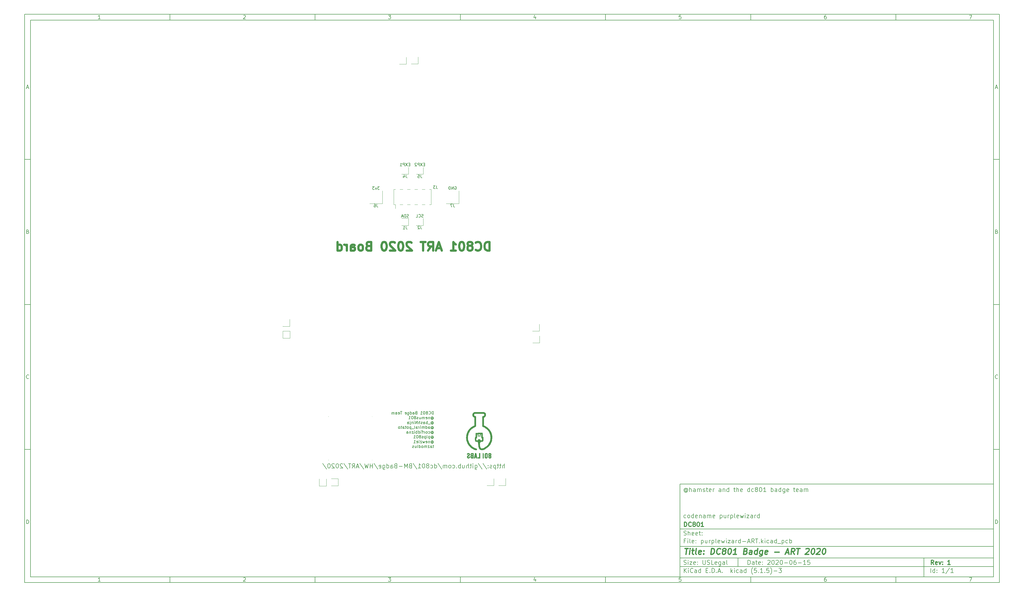
<source format=gbo>
G04 #@! TF.GenerationSoftware,KiCad,Pcbnew,(5.1.5)-3*
G04 #@! TF.CreationDate,2020-08-14T21:58:09-06:00*
G04 #@! TF.ProjectId,purplewizard-ART,70757270-6c65-4776-997a-6172642d4152,1*
G04 #@! TF.SameCoordinates,Original*
G04 #@! TF.FileFunction,Legend,Bot*
G04 #@! TF.FilePolarity,Positive*
%FSLAX46Y46*%
G04 Gerber Fmt 4.6, Leading zero omitted, Abs format (unit mm)*
G04 Created by KiCad (PCBNEW (5.1.5)-3) date 2020-08-14 21:58:09*
%MOMM*%
%LPD*%
G04 APERTURE LIST*
%ADD10C,0.100000*%
%ADD11C,0.150000*%
%ADD12C,0.300000*%
%ADD13C,0.400000*%
%ADD14C,0.750000*%
%ADD15C,0.200000*%
%ADD16C,0.120000*%
%ADD17C,0.010000*%
%ADD18R,2.400000X2.400000*%
%ADD19R,1.400000X3.400000*%
%ADD20R,4.400000X4.400000*%
G04 APERTURE END LIST*
D10*
D11*
X235600000Y-171900000D02*
X235600000Y-203900000D01*
X343600000Y-203900000D01*
X343600000Y-171900000D01*
X235600000Y-171900000D01*
D10*
D11*
X10000000Y-10000000D02*
X10000000Y-205900000D01*
X345600000Y-205900000D01*
X345600000Y-10000000D01*
X10000000Y-10000000D01*
D10*
D11*
X12000000Y-12000000D02*
X12000000Y-203900000D01*
X343600000Y-203900000D01*
X343600000Y-12000000D01*
X12000000Y-12000000D01*
D10*
D11*
X60000000Y-12000000D02*
X60000000Y-10000000D01*
D10*
D11*
X110000000Y-12000000D02*
X110000000Y-10000000D01*
D10*
D11*
X160000000Y-12000000D02*
X160000000Y-10000000D01*
D10*
D11*
X210000000Y-12000000D02*
X210000000Y-10000000D01*
D10*
D11*
X260000000Y-12000000D02*
X260000000Y-10000000D01*
D10*
D11*
X310000000Y-12000000D02*
X310000000Y-10000000D01*
D10*
D11*
X36065476Y-11588095D02*
X35322619Y-11588095D01*
X35694047Y-11588095D02*
X35694047Y-10288095D01*
X35570238Y-10473809D01*
X35446428Y-10597619D01*
X35322619Y-10659523D01*
D10*
D11*
X85322619Y-10411904D02*
X85384523Y-10350000D01*
X85508333Y-10288095D01*
X85817857Y-10288095D01*
X85941666Y-10350000D01*
X86003571Y-10411904D01*
X86065476Y-10535714D01*
X86065476Y-10659523D01*
X86003571Y-10845238D01*
X85260714Y-11588095D01*
X86065476Y-11588095D01*
D10*
D11*
X135260714Y-10288095D02*
X136065476Y-10288095D01*
X135632142Y-10783333D01*
X135817857Y-10783333D01*
X135941666Y-10845238D01*
X136003571Y-10907142D01*
X136065476Y-11030952D01*
X136065476Y-11340476D01*
X136003571Y-11464285D01*
X135941666Y-11526190D01*
X135817857Y-11588095D01*
X135446428Y-11588095D01*
X135322619Y-11526190D01*
X135260714Y-11464285D01*
D10*
D11*
X185941666Y-10721428D02*
X185941666Y-11588095D01*
X185632142Y-10226190D02*
X185322619Y-11154761D01*
X186127380Y-11154761D01*
D10*
D11*
X236003571Y-10288095D02*
X235384523Y-10288095D01*
X235322619Y-10907142D01*
X235384523Y-10845238D01*
X235508333Y-10783333D01*
X235817857Y-10783333D01*
X235941666Y-10845238D01*
X236003571Y-10907142D01*
X236065476Y-11030952D01*
X236065476Y-11340476D01*
X236003571Y-11464285D01*
X235941666Y-11526190D01*
X235817857Y-11588095D01*
X235508333Y-11588095D01*
X235384523Y-11526190D01*
X235322619Y-11464285D01*
D10*
D11*
X285941666Y-10288095D02*
X285694047Y-10288095D01*
X285570238Y-10350000D01*
X285508333Y-10411904D01*
X285384523Y-10597619D01*
X285322619Y-10845238D01*
X285322619Y-11340476D01*
X285384523Y-11464285D01*
X285446428Y-11526190D01*
X285570238Y-11588095D01*
X285817857Y-11588095D01*
X285941666Y-11526190D01*
X286003571Y-11464285D01*
X286065476Y-11340476D01*
X286065476Y-11030952D01*
X286003571Y-10907142D01*
X285941666Y-10845238D01*
X285817857Y-10783333D01*
X285570238Y-10783333D01*
X285446428Y-10845238D01*
X285384523Y-10907142D01*
X285322619Y-11030952D01*
D10*
D11*
X335260714Y-10288095D02*
X336127380Y-10288095D01*
X335570238Y-11588095D01*
D10*
D11*
X60000000Y-203900000D02*
X60000000Y-205900000D01*
D10*
D11*
X110000000Y-203900000D02*
X110000000Y-205900000D01*
D10*
D11*
X160000000Y-203900000D02*
X160000000Y-205900000D01*
D10*
D11*
X210000000Y-203900000D02*
X210000000Y-205900000D01*
D10*
D11*
X260000000Y-203900000D02*
X260000000Y-205900000D01*
D10*
D11*
X310000000Y-203900000D02*
X310000000Y-205900000D01*
D10*
D11*
X36065476Y-205488095D02*
X35322619Y-205488095D01*
X35694047Y-205488095D02*
X35694047Y-204188095D01*
X35570238Y-204373809D01*
X35446428Y-204497619D01*
X35322619Y-204559523D01*
D10*
D11*
X85322619Y-204311904D02*
X85384523Y-204250000D01*
X85508333Y-204188095D01*
X85817857Y-204188095D01*
X85941666Y-204250000D01*
X86003571Y-204311904D01*
X86065476Y-204435714D01*
X86065476Y-204559523D01*
X86003571Y-204745238D01*
X85260714Y-205488095D01*
X86065476Y-205488095D01*
D10*
D11*
X135260714Y-204188095D02*
X136065476Y-204188095D01*
X135632142Y-204683333D01*
X135817857Y-204683333D01*
X135941666Y-204745238D01*
X136003571Y-204807142D01*
X136065476Y-204930952D01*
X136065476Y-205240476D01*
X136003571Y-205364285D01*
X135941666Y-205426190D01*
X135817857Y-205488095D01*
X135446428Y-205488095D01*
X135322619Y-205426190D01*
X135260714Y-205364285D01*
D10*
D11*
X185941666Y-204621428D02*
X185941666Y-205488095D01*
X185632142Y-204126190D02*
X185322619Y-205054761D01*
X186127380Y-205054761D01*
D10*
D11*
X236003571Y-204188095D02*
X235384523Y-204188095D01*
X235322619Y-204807142D01*
X235384523Y-204745238D01*
X235508333Y-204683333D01*
X235817857Y-204683333D01*
X235941666Y-204745238D01*
X236003571Y-204807142D01*
X236065476Y-204930952D01*
X236065476Y-205240476D01*
X236003571Y-205364285D01*
X235941666Y-205426190D01*
X235817857Y-205488095D01*
X235508333Y-205488095D01*
X235384523Y-205426190D01*
X235322619Y-205364285D01*
D10*
D11*
X285941666Y-204188095D02*
X285694047Y-204188095D01*
X285570238Y-204250000D01*
X285508333Y-204311904D01*
X285384523Y-204497619D01*
X285322619Y-204745238D01*
X285322619Y-205240476D01*
X285384523Y-205364285D01*
X285446428Y-205426190D01*
X285570238Y-205488095D01*
X285817857Y-205488095D01*
X285941666Y-205426190D01*
X286003571Y-205364285D01*
X286065476Y-205240476D01*
X286065476Y-204930952D01*
X286003571Y-204807142D01*
X285941666Y-204745238D01*
X285817857Y-204683333D01*
X285570238Y-204683333D01*
X285446428Y-204745238D01*
X285384523Y-204807142D01*
X285322619Y-204930952D01*
D10*
D11*
X335260714Y-204188095D02*
X336127380Y-204188095D01*
X335570238Y-205488095D01*
D10*
D11*
X10000000Y-60000000D02*
X12000000Y-60000000D01*
D10*
D11*
X10000000Y-110000000D02*
X12000000Y-110000000D01*
D10*
D11*
X10000000Y-160000000D02*
X12000000Y-160000000D01*
D10*
D11*
X10690476Y-35216666D02*
X11309523Y-35216666D01*
X10566666Y-35588095D02*
X11000000Y-34288095D01*
X11433333Y-35588095D01*
D10*
D11*
X11092857Y-84907142D02*
X11278571Y-84969047D01*
X11340476Y-85030952D01*
X11402380Y-85154761D01*
X11402380Y-85340476D01*
X11340476Y-85464285D01*
X11278571Y-85526190D01*
X11154761Y-85588095D01*
X10659523Y-85588095D01*
X10659523Y-84288095D01*
X11092857Y-84288095D01*
X11216666Y-84350000D01*
X11278571Y-84411904D01*
X11340476Y-84535714D01*
X11340476Y-84659523D01*
X11278571Y-84783333D01*
X11216666Y-84845238D01*
X11092857Y-84907142D01*
X10659523Y-84907142D01*
D10*
D11*
X11402380Y-135464285D02*
X11340476Y-135526190D01*
X11154761Y-135588095D01*
X11030952Y-135588095D01*
X10845238Y-135526190D01*
X10721428Y-135402380D01*
X10659523Y-135278571D01*
X10597619Y-135030952D01*
X10597619Y-134845238D01*
X10659523Y-134597619D01*
X10721428Y-134473809D01*
X10845238Y-134350000D01*
X11030952Y-134288095D01*
X11154761Y-134288095D01*
X11340476Y-134350000D01*
X11402380Y-134411904D01*
D10*
D11*
X10659523Y-185588095D02*
X10659523Y-184288095D01*
X10969047Y-184288095D01*
X11154761Y-184350000D01*
X11278571Y-184473809D01*
X11340476Y-184597619D01*
X11402380Y-184845238D01*
X11402380Y-185030952D01*
X11340476Y-185278571D01*
X11278571Y-185402380D01*
X11154761Y-185526190D01*
X10969047Y-185588095D01*
X10659523Y-185588095D01*
D10*
D11*
X345600000Y-60000000D02*
X343600000Y-60000000D01*
D10*
D11*
X345600000Y-110000000D02*
X343600000Y-110000000D01*
D10*
D11*
X345600000Y-160000000D02*
X343600000Y-160000000D01*
D10*
D11*
X344290476Y-35216666D02*
X344909523Y-35216666D01*
X344166666Y-35588095D02*
X344600000Y-34288095D01*
X345033333Y-35588095D01*
D10*
D11*
X344692857Y-84907142D02*
X344878571Y-84969047D01*
X344940476Y-85030952D01*
X345002380Y-85154761D01*
X345002380Y-85340476D01*
X344940476Y-85464285D01*
X344878571Y-85526190D01*
X344754761Y-85588095D01*
X344259523Y-85588095D01*
X344259523Y-84288095D01*
X344692857Y-84288095D01*
X344816666Y-84350000D01*
X344878571Y-84411904D01*
X344940476Y-84535714D01*
X344940476Y-84659523D01*
X344878571Y-84783333D01*
X344816666Y-84845238D01*
X344692857Y-84907142D01*
X344259523Y-84907142D01*
D10*
D11*
X345002380Y-135464285D02*
X344940476Y-135526190D01*
X344754761Y-135588095D01*
X344630952Y-135588095D01*
X344445238Y-135526190D01*
X344321428Y-135402380D01*
X344259523Y-135278571D01*
X344197619Y-135030952D01*
X344197619Y-134845238D01*
X344259523Y-134597619D01*
X344321428Y-134473809D01*
X344445238Y-134350000D01*
X344630952Y-134288095D01*
X344754761Y-134288095D01*
X344940476Y-134350000D01*
X345002380Y-134411904D01*
D10*
D11*
X344259523Y-185588095D02*
X344259523Y-184288095D01*
X344569047Y-184288095D01*
X344754761Y-184350000D01*
X344878571Y-184473809D01*
X344940476Y-184597619D01*
X345002380Y-184845238D01*
X345002380Y-185030952D01*
X344940476Y-185278571D01*
X344878571Y-185402380D01*
X344754761Y-185526190D01*
X344569047Y-185588095D01*
X344259523Y-185588095D01*
D10*
D11*
X259032142Y-199678571D02*
X259032142Y-198178571D01*
X259389285Y-198178571D01*
X259603571Y-198250000D01*
X259746428Y-198392857D01*
X259817857Y-198535714D01*
X259889285Y-198821428D01*
X259889285Y-199035714D01*
X259817857Y-199321428D01*
X259746428Y-199464285D01*
X259603571Y-199607142D01*
X259389285Y-199678571D01*
X259032142Y-199678571D01*
X261175000Y-199678571D02*
X261175000Y-198892857D01*
X261103571Y-198750000D01*
X260960714Y-198678571D01*
X260675000Y-198678571D01*
X260532142Y-198750000D01*
X261175000Y-199607142D02*
X261032142Y-199678571D01*
X260675000Y-199678571D01*
X260532142Y-199607142D01*
X260460714Y-199464285D01*
X260460714Y-199321428D01*
X260532142Y-199178571D01*
X260675000Y-199107142D01*
X261032142Y-199107142D01*
X261175000Y-199035714D01*
X261675000Y-198678571D02*
X262246428Y-198678571D01*
X261889285Y-198178571D02*
X261889285Y-199464285D01*
X261960714Y-199607142D01*
X262103571Y-199678571D01*
X262246428Y-199678571D01*
X263317857Y-199607142D02*
X263175000Y-199678571D01*
X262889285Y-199678571D01*
X262746428Y-199607142D01*
X262675000Y-199464285D01*
X262675000Y-198892857D01*
X262746428Y-198750000D01*
X262889285Y-198678571D01*
X263175000Y-198678571D01*
X263317857Y-198750000D01*
X263389285Y-198892857D01*
X263389285Y-199035714D01*
X262675000Y-199178571D01*
X264032142Y-199535714D02*
X264103571Y-199607142D01*
X264032142Y-199678571D01*
X263960714Y-199607142D01*
X264032142Y-199535714D01*
X264032142Y-199678571D01*
X264032142Y-198750000D02*
X264103571Y-198821428D01*
X264032142Y-198892857D01*
X263960714Y-198821428D01*
X264032142Y-198750000D01*
X264032142Y-198892857D01*
X265817857Y-198321428D02*
X265889285Y-198250000D01*
X266032142Y-198178571D01*
X266389285Y-198178571D01*
X266532142Y-198250000D01*
X266603571Y-198321428D01*
X266675000Y-198464285D01*
X266675000Y-198607142D01*
X266603571Y-198821428D01*
X265746428Y-199678571D01*
X266675000Y-199678571D01*
X267603571Y-198178571D02*
X267746428Y-198178571D01*
X267889285Y-198250000D01*
X267960714Y-198321428D01*
X268032142Y-198464285D01*
X268103571Y-198750000D01*
X268103571Y-199107142D01*
X268032142Y-199392857D01*
X267960714Y-199535714D01*
X267889285Y-199607142D01*
X267746428Y-199678571D01*
X267603571Y-199678571D01*
X267460714Y-199607142D01*
X267389285Y-199535714D01*
X267317857Y-199392857D01*
X267246428Y-199107142D01*
X267246428Y-198750000D01*
X267317857Y-198464285D01*
X267389285Y-198321428D01*
X267460714Y-198250000D01*
X267603571Y-198178571D01*
X268675000Y-198321428D02*
X268746428Y-198250000D01*
X268889285Y-198178571D01*
X269246428Y-198178571D01*
X269389285Y-198250000D01*
X269460714Y-198321428D01*
X269532142Y-198464285D01*
X269532142Y-198607142D01*
X269460714Y-198821428D01*
X268603571Y-199678571D01*
X269532142Y-199678571D01*
X270460714Y-198178571D02*
X270603571Y-198178571D01*
X270746428Y-198250000D01*
X270817857Y-198321428D01*
X270889285Y-198464285D01*
X270960714Y-198750000D01*
X270960714Y-199107142D01*
X270889285Y-199392857D01*
X270817857Y-199535714D01*
X270746428Y-199607142D01*
X270603571Y-199678571D01*
X270460714Y-199678571D01*
X270317857Y-199607142D01*
X270246428Y-199535714D01*
X270175000Y-199392857D01*
X270103571Y-199107142D01*
X270103571Y-198750000D01*
X270175000Y-198464285D01*
X270246428Y-198321428D01*
X270317857Y-198250000D01*
X270460714Y-198178571D01*
X271603571Y-199107142D02*
X272746428Y-199107142D01*
X273746428Y-198178571D02*
X273889285Y-198178571D01*
X274032142Y-198250000D01*
X274103571Y-198321428D01*
X274175000Y-198464285D01*
X274246428Y-198750000D01*
X274246428Y-199107142D01*
X274175000Y-199392857D01*
X274103571Y-199535714D01*
X274032142Y-199607142D01*
X273889285Y-199678571D01*
X273746428Y-199678571D01*
X273603571Y-199607142D01*
X273532142Y-199535714D01*
X273460714Y-199392857D01*
X273389285Y-199107142D01*
X273389285Y-198750000D01*
X273460714Y-198464285D01*
X273532142Y-198321428D01*
X273603571Y-198250000D01*
X273746428Y-198178571D01*
X275532142Y-198178571D02*
X275246428Y-198178571D01*
X275103571Y-198250000D01*
X275032142Y-198321428D01*
X274889285Y-198535714D01*
X274817857Y-198821428D01*
X274817857Y-199392857D01*
X274889285Y-199535714D01*
X274960714Y-199607142D01*
X275103571Y-199678571D01*
X275389285Y-199678571D01*
X275532142Y-199607142D01*
X275603571Y-199535714D01*
X275675000Y-199392857D01*
X275675000Y-199035714D01*
X275603571Y-198892857D01*
X275532142Y-198821428D01*
X275389285Y-198750000D01*
X275103571Y-198750000D01*
X274960714Y-198821428D01*
X274889285Y-198892857D01*
X274817857Y-199035714D01*
X276317857Y-199107142D02*
X277460714Y-199107142D01*
X278960714Y-199678571D02*
X278103571Y-199678571D01*
X278532142Y-199678571D02*
X278532142Y-198178571D01*
X278389285Y-198392857D01*
X278246428Y-198535714D01*
X278103571Y-198607142D01*
X280317857Y-198178571D02*
X279603571Y-198178571D01*
X279532142Y-198892857D01*
X279603571Y-198821428D01*
X279746428Y-198750000D01*
X280103571Y-198750000D01*
X280246428Y-198821428D01*
X280317857Y-198892857D01*
X280389285Y-199035714D01*
X280389285Y-199392857D01*
X280317857Y-199535714D01*
X280246428Y-199607142D01*
X280103571Y-199678571D01*
X279746428Y-199678571D01*
X279603571Y-199607142D01*
X279532142Y-199535714D01*
D10*
D11*
X235600000Y-200400000D02*
X343600000Y-200400000D01*
D10*
D11*
X237032142Y-202478571D02*
X237032142Y-200978571D01*
X237889285Y-202478571D02*
X237246428Y-201621428D01*
X237889285Y-200978571D02*
X237032142Y-201835714D01*
X238532142Y-202478571D02*
X238532142Y-201478571D01*
X238532142Y-200978571D02*
X238460714Y-201050000D01*
X238532142Y-201121428D01*
X238603571Y-201050000D01*
X238532142Y-200978571D01*
X238532142Y-201121428D01*
X240103571Y-202335714D02*
X240032142Y-202407142D01*
X239817857Y-202478571D01*
X239675000Y-202478571D01*
X239460714Y-202407142D01*
X239317857Y-202264285D01*
X239246428Y-202121428D01*
X239175000Y-201835714D01*
X239175000Y-201621428D01*
X239246428Y-201335714D01*
X239317857Y-201192857D01*
X239460714Y-201050000D01*
X239675000Y-200978571D01*
X239817857Y-200978571D01*
X240032142Y-201050000D01*
X240103571Y-201121428D01*
X241389285Y-202478571D02*
X241389285Y-201692857D01*
X241317857Y-201550000D01*
X241175000Y-201478571D01*
X240889285Y-201478571D01*
X240746428Y-201550000D01*
X241389285Y-202407142D02*
X241246428Y-202478571D01*
X240889285Y-202478571D01*
X240746428Y-202407142D01*
X240675000Y-202264285D01*
X240675000Y-202121428D01*
X240746428Y-201978571D01*
X240889285Y-201907142D01*
X241246428Y-201907142D01*
X241389285Y-201835714D01*
X242746428Y-202478571D02*
X242746428Y-200978571D01*
X242746428Y-202407142D02*
X242603571Y-202478571D01*
X242317857Y-202478571D01*
X242175000Y-202407142D01*
X242103571Y-202335714D01*
X242032142Y-202192857D01*
X242032142Y-201764285D01*
X242103571Y-201621428D01*
X242175000Y-201550000D01*
X242317857Y-201478571D01*
X242603571Y-201478571D01*
X242746428Y-201550000D01*
X244603571Y-201692857D02*
X245103571Y-201692857D01*
X245317857Y-202478571D02*
X244603571Y-202478571D01*
X244603571Y-200978571D01*
X245317857Y-200978571D01*
X245960714Y-202335714D02*
X246032142Y-202407142D01*
X245960714Y-202478571D01*
X245889285Y-202407142D01*
X245960714Y-202335714D01*
X245960714Y-202478571D01*
X246675000Y-202478571D02*
X246675000Y-200978571D01*
X247032142Y-200978571D01*
X247246428Y-201050000D01*
X247389285Y-201192857D01*
X247460714Y-201335714D01*
X247532142Y-201621428D01*
X247532142Y-201835714D01*
X247460714Y-202121428D01*
X247389285Y-202264285D01*
X247246428Y-202407142D01*
X247032142Y-202478571D01*
X246675000Y-202478571D01*
X248175000Y-202335714D02*
X248246428Y-202407142D01*
X248175000Y-202478571D01*
X248103571Y-202407142D01*
X248175000Y-202335714D01*
X248175000Y-202478571D01*
X248817857Y-202050000D02*
X249532142Y-202050000D01*
X248675000Y-202478571D02*
X249175000Y-200978571D01*
X249675000Y-202478571D01*
X250175000Y-202335714D02*
X250246428Y-202407142D01*
X250175000Y-202478571D01*
X250103571Y-202407142D01*
X250175000Y-202335714D01*
X250175000Y-202478571D01*
X253175000Y-202478571D02*
X253175000Y-200978571D01*
X253317857Y-201907142D02*
X253746428Y-202478571D01*
X253746428Y-201478571D02*
X253175000Y-202050000D01*
X254389285Y-202478571D02*
X254389285Y-201478571D01*
X254389285Y-200978571D02*
X254317857Y-201050000D01*
X254389285Y-201121428D01*
X254460714Y-201050000D01*
X254389285Y-200978571D01*
X254389285Y-201121428D01*
X255746428Y-202407142D02*
X255603571Y-202478571D01*
X255317857Y-202478571D01*
X255175000Y-202407142D01*
X255103571Y-202335714D01*
X255032142Y-202192857D01*
X255032142Y-201764285D01*
X255103571Y-201621428D01*
X255175000Y-201550000D01*
X255317857Y-201478571D01*
X255603571Y-201478571D01*
X255746428Y-201550000D01*
X257032142Y-202478571D02*
X257032142Y-201692857D01*
X256960714Y-201550000D01*
X256817857Y-201478571D01*
X256532142Y-201478571D01*
X256389285Y-201550000D01*
X257032142Y-202407142D02*
X256889285Y-202478571D01*
X256532142Y-202478571D01*
X256389285Y-202407142D01*
X256317857Y-202264285D01*
X256317857Y-202121428D01*
X256389285Y-201978571D01*
X256532142Y-201907142D01*
X256889285Y-201907142D01*
X257032142Y-201835714D01*
X258389285Y-202478571D02*
X258389285Y-200978571D01*
X258389285Y-202407142D02*
X258246428Y-202478571D01*
X257960714Y-202478571D01*
X257817857Y-202407142D01*
X257746428Y-202335714D01*
X257675000Y-202192857D01*
X257675000Y-201764285D01*
X257746428Y-201621428D01*
X257817857Y-201550000D01*
X257960714Y-201478571D01*
X258246428Y-201478571D01*
X258389285Y-201550000D01*
X260675000Y-203050000D02*
X260603571Y-202978571D01*
X260460714Y-202764285D01*
X260389285Y-202621428D01*
X260317857Y-202407142D01*
X260246428Y-202050000D01*
X260246428Y-201764285D01*
X260317857Y-201407142D01*
X260389285Y-201192857D01*
X260460714Y-201050000D01*
X260603571Y-200835714D01*
X260675000Y-200764285D01*
X261960714Y-200978571D02*
X261246428Y-200978571D01*
X261175000Y-201692857D01*
X261246428Y-201621428D01*
X261389285Y-201550000D01*
X261746428Y-201550000D01*
X261889285Y-201621428D01*
X261960714Y-201692857D01*
X262032142Y-201835714D01*
X262032142Y-202192857D01*
X261960714Y-202335714D01*
X261889285Y-202407142D01*
X261746428Y-202478571D01*
X261389285Y-202478571D01*
X261246428Y-202407142D01*
X261175000Y-202335714D01*
X262675000Y-202335714D02*
X262746428Y-202407142D01*
X262675000Y-202478571D01*
X262603571Y-202407142D01*
X262675000Y-202335714D01*
X262675000Y-202478571D01*
X264175000Y-202478571D02*
X263317857Y-202478571D01*
X263746428Y-202478571D02*
X263746428Y-200978571D01*
X263603571Y-201192857D01*
X263460714Y-201335714D01*
X263317857Y-201407142D01*
X264817857Y-202335714D02*
X264889285Y-202407142D01*
X264817857Y-202478571D01*
X264746428Y-202407142D01*
X264817857Y-202335714D01*
X264817857Y-202478571D01*
X266246428Y-200978571D02*
X265532142Y-200978571D01*
X265460714Y-201692857D01*
X265532142Y-201621428D01*
X265675000Y-201550000D01*
X266032142Y-201550000D01*
X266175000Y-201621428D01*
X266246428Y-201692857D01*
X266317857Y-201835714D01*
X266317857Y-202192857D01*
X266246428Y-202335714D01*
X266175000Y-202407142D01*
X266032142Y-202478571D01*
X265675000Y-202478571D01*
X265532142Y-202407142D01*
X265460714Y-202335714D01*
X266817857Y-203050000D02*
X266889285Y-202978571D01*
X267032142Y-202764285D01*
X267103571Y-202621428D01*
X267175000Y-202407142D01*
X267246428Y-202050000D01*
X267246428Y-201764285D01*
X267175000Y-201407142D01*
X267103571Y-201192857D01*
X267032142Y-201050000D01*
X266889285Y-200835714D01*
X266817857Y-200764285D01*
X267960714Y-201907142D02*
X269103571Y-201907142D01*
X269675000Y-200978571D02*
X270603571Y-200978571D01*
X270103571Y-201550000D01*
X270317857Y-201550000D01*
X270460714Y-201621428D01*
X270532142Y-201692857D01*
X270603571Y-201835714D01*
X270603571Y-202192857D01*
X270532142Y-202335714D01*
X270460714Y-202407142D01*
X270317857Y-202478571D01*
X269889285Y-202478571D01*
X269746428Y-202407142D01*
X269675000Y-202335714D01*
D10*
D11*
X235600000Y-197400000D02*
X343600000Y-197400000D01*
D10*
D12*
X323009285Y-199678571D02*
X322509285Y-198964285D01*
X322152142Y-199678571D02*
X322152142Y-198178571D01*
X322723571Y-198178571D01*
X322866428Y-198250000D01*
X322937857Y-198321428D01*
X323009285Y-198464285D01*
X323009285Y-198678571D01*
X322937857Y-198821428D01*
X322866428Y-198892857D01*
X322723571Y-198964285D01*
X322152142Y-198964285D01*
X324223571Y-199607142D02*
X324080714Y-199678571D01*
X323795000Y-199678571D01*
X323652142Y-199607142D01*
X323580714Y-199464285D01*
X323580714Y-198892857D01*
X323652142Y-198750000D01*
X323795000Y-198678571D01*
X324080714Y-198678571D01*
X324223571Y-198750000D01*
X324295000Y-198892857D01*
X324295000Y-199035714D01*
X323580714Y-199178571D01*
X324795000Y-198678571D02*
X325152142Y-199678571D01*
X325509285Y-198678571D01*
X326080714Y-199535714D02*
X326152142Y-199607142D01*
X326080714Y-199678571D01*
X326009285Y-199607142D01*
X326080714Y-199535714D01*
X326080714Y-199678571D01*
X326080714Y-198750000D02*
X326152142Y-198821428D01*
X326080714Y-198892857D01*
X326009285Y-198821428D01*
X326080714Y-198750000D01*
X326080714Y-198892857D01*
X328723571Y-199678571D02*
X327866428Y-199678571D01*
X328295000Y-199678571D02*
X328295000Y-198178571D01*
X328152142Y-198392857D01*
X328009285Y-198535714D01*
X327866428Y-198607142D01*
D10*
D11*
X236960714Y-199607142D02*
X237175000Y-199678571D01*
X237532142Y-199678571D01*
X237675000Y-199607142D01*
X237746428Y-199535714D01*
X237817857Y-199392857D01*
X237817857Y-199250000D01*
X237746428Y-199107142D01*
X237675000Y-199035714D01*
X237532142Y-198964285D01*
X237246428Y-198892857D01*
X237103571Y-198821428D01*
X237032142Y-198750000D01*
X236960714Y-198607142D01*
X236960714Y-198464285D01*
X237032142Y-198321428D01*
X237103571Y-198250000D01*
X237246428Y-198178571D01*
X237603571Y-198178571D01*
X237817857Y-198250000D01*
X238460714Y-199678571D02*
X238460714Y-198678571D01*
X238460714Y-198178571D02*
X238389285Y-198250000D01*
X238460714Y-198321428D01*
X238532142Y-198250000D01*
X238460714Y-198178571D01*
X238460714Y-198321428D01*
X239032142Y-198678571D02*
X239817857Y-198678571D01*
X239032142Y-199678571D01*
X239817857Y-199678571D01*
X240960714Y-199607142D02*
X240817857Y-199678571D01*
X240532142Y-199678571D01*
X240389285Y-199607142D01*
X240317857Y-199464285D01*
X240317857Y-198892857D01*
X240389285Y-198750000D01*
X240532142Y-198678571D01*
X240817857Y-198678571D01*
X240960714Y-198750000D01*
X241032142Y-198892857D01*
X241032142Y-199035714D01*
X240317857Y-199178571D01*
X241675000Y-199535714D02*
X241746428Y-199607142D01*
X241675000Y-199678571D01*
X241603571Y-199607142D01*
X241675000Y-199535714D01*
X241675000Y-199678571D01*
X241675000Y-198750000D02*
X241746428Y-198821428D01*
X241675000Y-198892857D01*
X241603571Y-198821428D01*
X241675000Y-198750000D01*
X241675000Y-198892857D01*
X243532142Y-198178571D02*
X243532142Y-199392857D01*
X243603571Y-199535714D01*
X243675000Y-199607142D01*
X243817857Y-199678571D01*
X244103571Y-199678571D01*
X244246428Y-199607142D01*
X244317857Y-199535714D01*
X244389285Y-199392857D01*
X244389285Y-198178571D01*
X245032142Y-199607142D02*
X245246428Y-199678571D01*
X245603571Y-199678571D01*
X245746428Y-199607142D01*
X245817857Y-199535714D01*
X245889285Y-199392857D01*
X245889285Y-199250000D01*
X245817857Y-199107142D01*
X245746428Y-199035714D01*
X245603571Y-198964285D01*
X245317857Y-198892857D01*
X245175000Y-198821428D01*
X245103571Y-198750000D01*
X245032142Y-198607142D01*
X245032142Y-198464285D01*
X245103571Y-198321428D01*
X245175000Y-198250000D01*
X245317857Y-198178571D01*
X245675000Y-198178571D01*
X245889285Y-198250000D01*
X247246428Y-199678571D02*
X246532142Y-199678571D01*
X246532142Y-198178571D01*
X248317857Y-199607142D02*
X248175000Y-199678571D01*
X247889285Y-199678571D01*
X247746428Y-199607142D01*
X247675000Y-199464285D01*
X247675000Y-198892857D01*
X247746428Y-198750000D01*
X247889285Y-198678571D01*
X248175000Y-198678571D01*
X248317857Y-198750000D01*
X248389285Y-198892857D01*
X248389285Y-199035714D01*
X247675000Y-199178571D01*
X249675000Y-198678571D02*
X249675000Y-199892857D01*
X249603571Y-200035714D01*
X249532142Y-200107142D01*
X249389285Y-200178571D01*
X249175000Y-200178571D01*
X249032142Y-200107142D01*
X249675000Y-199607142D02*
X249532142Y-199678571D01*
X249246428Y-199678571D01*
X249103571Y-199607142D01*
X249032142Y-199535714D01*
X248960714Y-199392857D01*
X248960714Y-198964285D01*
X249032142Y-198821428D01*
X249103571Y-198750000D01*
X249246428Y-198678571D01*
X249532142Y-198678571D01*
X249675000Y-198750000D01*
X251032142Y-199678571D02*
X251032142Y-198892857D01*
X250960714Y-198750000D01*
X250817857Y-198678571D01*
X250532142Y-198678571D01*
X250389285Y-198750000D01*
X251032142Y-199607142D02*
X250889285Y-199678571D01*
X250532142Y-199678571D01*
X250389285Y-199607142D01*
X250317857Y-199464285D01*
X250317857Y-199321428D01*
X250389285Y-199178571D01*
X250532142Y-199107142D01*
X250889285Y-199107142D01*
X251032142Y-199035714D01*
X251960714Y-199678571D02*
X251817857Y-199607142D01*
X251746428Y-199464285D01*
X251746428Y-198178571D01*
D10*
D11*
X322032142Y-202478571D02*
X322032142Y-200978571D01*
X323389285Y-202478571D02*
X323389285Y-200978571D01*
X323389285Y-202407142D02*
X323246428Y-202478571D01*
X322960714Y-202478571D01*
X322817857Y-202407142D01*
X322746428Y-202335714D01*
X322675000Y-202192857D01*
X322675000Y-201764285D01*
X322746428Y-201621428D01*
X322817857Y-201550000D01*
X322960714Y-201478571D01*
X323246428Y-201478571D01*
X323389285Y-201550000D01*
X324103571Y-202335714D02*
X324175000Y-202407142D01*
X324103571Y-202478571D01*
X324032142Y-202407142D01*
X324103571Y-202335714D01*
X324103571Y-202478571D01*
X324103571Y-201550000D02*
X324175000Y-201621428D01*
X324103571Y-201692857D01*
X324032142Y-201621428D01*
X324103571Y-201550000D01*
X324103571Y-201692857D01*
X326746428Y-202478571D02*
X325889285Y-202478571D01*
X326317857Y-202478571D02*
X326317857Y-200978571D01*
X326175000Y-201192857D01*
X326032142Y-201335714D01*
X325889285Y-201407142D01*
X328460714Y-200907142D02*
X327175000Y-202835714D01*
X329746428Y-202478571D02*
X328889285Y-202478571D01*
X329317857Y-202478571D02*
X329317857Y-200978571D01*
X329175000Y-201192857D01*
X329032142Y-201335714D01*
X328889285Y-201407142D01*
D10*
D11*
X235600000Y-193400000D02*
X343600000Y-193400000D01*
D10*
D13*
X237312380Y-194104761D02*
X238455238Y-194104761D01*
X237633809Y-196104761D02*
X237883809Y-194104761D01*
X238871904Y-196104761D02*
X239038571Y-194771428D01*
X239121904Y-194104761D02*
X239014761Y-194200000D01*
X239098095Y-194295238D01*
X239205238Y-194200000D01*
X239121904Y-194104761D01*
X239098095Y-194295238D01*
X239705238Y-194771428D02*
X240467142Y-194771428D01*
X240074285Y-194104761D02*
X239860000Y-195819047D01*
X239931428Y-196009523D01*
X240110000Y-196104761D01*
X240300476Y-196104761D01*
X241252857Y-196104761D02*
X241074285Y-196009523D01*
X241002857Y-195819047D01*
X241217142Y-194104761D01*
X242788571Y-196009523D02*
X242586190Y-196104761D01*
X242205238Y-196104761D01*
X242026666Y-196009523D01*
X241955238Y-195819047D01*
X242050476Y-195057142D01*
X242169523Y-194866666D01*
X242371904Y-194771428D01*
X242752857Y-194771428D01*
X242931428Y-194866666D01*
X243002857Y-195057142D01*
X242979047Y-195247619D01*
X242002857Y-195438095D01*
X243752857Y-195914285D02*
X243836190Y-196009523D01*
X243729047Y-196104761D01*
X243645714Y-196009523D01*
X243752857Y-195914285D01*
X243729047Y-196104761D01*
X243883809Y-194866666D02*
X243967142Y-194961904D01*
X243860000Y-195057142D01*
X243776666Y-194961904D01*
X243883809Y-194866666D01*
X243860000Y-195057142D01*
X246205238Y-196104761D02*
X246455238Y-194104761D01*
X246931428Y-194104761D01*
X247205238Y-194200000D01*
X247371904Y-194390476D01*
X247443333Y-194580952D01*
X247490952Y-194961904D01*
X247455238Y-195247619D01*
X247312380Y-195628571D01*
X247193333Y-195819047D01*
X246979047Y-196009523D01*
X246681428Y-196104761D01*
X246205238Y-196104761D01*
X249371904Y-195914285D02*
X249264761Y-196009523D01*
X248967142Y-196104761D01*
X248776666Y-196104761D01*
X248502857Y-196009523D01*
X248336190Y-195819047D01*
X248264761Y-195628571D01*
X248217142Y-195247619D01*
X248252857Y-194961904D01*
X248395714Y-194580952D01*
X248514761Y-194390476D01*
X248729047Y-194200000D01*
X249026666Y-194104761D01*
X249217142Y-194104761D01*
X249490952Y-194200000D01*
X249574285Y-194295238D01*
X250633809Y-194961904D02*
X250455238Y-194866666D01*
X250371904Y-194771428D01*
X250300476Y-194580952D01*
X250312380Y-194485714D01*
X250431428Y-194295238D01*
X250538571Y-194200000D01*
X250740952Y-194104761D01*
X251121904Y-194104761D01*
X251300476Y-194200000D01*
X251383809Y-194295238D01*
X251455238Y-194485714D01*
X251443333Y-194580952D01*
X251324285Y-194771428D01*
X251217142Y-194866666D01*
X251014761Y-194961904D01*
X250633809Y-194961904D01*
X250431428Y-195057142D01*
X250324285Y-195152380D01*
X250205238Y-195342857D01*
X250157619Y-195723809D01*
X250229047Y-195914285D01*
X250312380Y-196009523D01*
X250490952Y-196104761D01*
X250871904Y-196104761D01*
X251074285Y-196009523D01*
X251181428Y-195914285D01*
X251300476Y-195723809D01*
X251348095Y-195342857D01*
X251276666Y-195152380D01*
X251193333Y-195057142D01*
X251014761Y-194961904D01*
X252740952Y-194104761D02*
X252931428Y-194104761D01*
X253110000Y-194200000D01*
X253193333Y-194295238D01*
X253264761Y-194485714D01*
X253312380Y-194866666D01*
X253252857Y-195342857D01*
X253110000Y-195723809D01*
X252990952Y-195914285D01*
X252883809Y-196009523D01*
X252681428Y-196104761D01*
X252490952Y-196104761D01*
X252312380Y-196009523D01*
X252229047Y-195914285D01*
X252157619Y-195723809D01*
X252110000Y-195342857D01*
X252169523Y-194866666D01*
X252312380Y-194485714D01*
X252431428Y-194295238D01*
X252538571Y-194200000D01*
X252740952Y-194104761D01*
X255062380Y-196104761D02*
X253919523Y-196104761D01*
X254490952Y-196104761D02*
X254740952Y-194104761D01*
X254514761Y-194390476D01*
X254300476Y-194580952D01*
X254098095Y-194676190D01*
X258240952Y-195057142D02*
X258514761Y-195152380D01*
X258598095Y-195247619D01*
X258669523Y-195438095D01*
X258633809Y-195723809D01*
X258514761Y-195914285D01*
X258407619Y-196009523D01*
X258205238Y-196104761D01*
X257443333Y-196104761D01*
X257693333Y-194104761D01*
X258360000Y-194104761D01*
X258538571Y-194200000D01*
X258621904Y-194295238D01*
X258693333Y-194485714D01*
X258669523Y-194676190D01*
X258550476Y-194866666D01*
X258443333Y-194961904D01*
X258240952Y-195057142D01*
X257574285Y-195057142D01*
X260300476Y-196104761D02*
X260431428Y-195057142D01*
X260360000Y-194866666D01*
X260181428Y-194771428D01*
X259800476Y-194771428D01*
X259598095Y-194866666D01*
X260312380Y-196009523D02*
X260110000Y-196104761D01*
X259633809Y-196104761D01*
X259455238Y-196009523D01*
X259383809Y-195819047D01*
X259407619Y-195628571D01*
X259526666Y-195438095D01*
X259729047Y-195342857D01*
X260205238Y-195342857D01*
X260407619Y-195247619D01*
X262110000Y-196104761D02*
X262360000Y-194104761D01*
X262121904Y-196009523D02*
X261919523Y-196104761D01*
X261538571Y-196104761D01*
X261360000Y-196009523D01*
X261276666Y-195914285D01*
X261205238Y-195723809D01*
X261276666Y-195152380D01*
X261395714Y-194961904D01*
X261502857Y-194866666D01*
X261705238Y-194771428D01*
X262086190Y-194771428D01*
X262264761Y-194866666D01*
X264086190Y-194771428D02*
X263883809Y-196390476D01*
X263764761Y-196580952D01*
X263657619Y-196676190D01*
X263455238Y-196771428D01*
X263169523Y-196771428D01*
X262990952Y-196676190D01*
X263931428Y-196009523D02*
X263729047Y-196104761D01*
X263348095Y-196104761D01*
X263169523Y-196009523D01*
X263086190Y-195914285D01*
X263014761Y-195723809D01*
X263086190Y-195152380D01*
X263205238Y-194961904D01*
X263312380Y-194866666D01*
X263514761Y-194771428D01*
X263895714Y-194771428D01*
X264074285Y-194866666D01*
X265645714Y-196009523D02*
X265443333Y-196104761D01*
X265062380Y-196104761D01*
X264883809Y-196009523D01*
X264812380Y-195819047D01*
X264907619Y-195057142D01*
X265026666Y-194866666D01*
X265229047Y-194771428D01*
X265610000Y-194771428D01*
X265788571Y-194866666D01*
X265860000Y-195057142D01*
X265836190Y-195247619D01*
X264860000Y-195438095D01*
X268205238Y-195342857D02*
X269729047Y-195342857D01*
X272086190Y-195533333D02*
X273038571Y-195533333D01*
X271824285Y-196104761D02*
X272740952Y-194104761D01*
X273157619Y-196104761D01*
X274967142Y-196104761D02*
X274419523Y-195152380D01*
X273824285Y-196104761D02*
X274074285Y-194104761D01*
X274836190Y-194104761D01*
X275014761Y-194200000D01*
X275098095Y-194295238D01*
X275169523Y-194485714D01*
X275133809Y-194771428D01*
X275014761Y-194961904D01*
X274907619Y-195057142D01*
X274705238Y-195152380D01*
X273943333Y-195152380D01*
X275788571Y-194104761D02*
X276931428Y-194104761D01*
X276110000Y-196104761D02*
X276360000Y-194104761D01*
X279002857Y-194295238D02*
X279110000Y-194200000D01*
X279312380Y-194104761D01*
X279788571Y-194104761D01*
X279967142Y-194200000D01*
X280050476Y-194295238D01*
X280121904Y-194485714D01*
X280098095Y-194676190D01*
X279967142Y-194961904D01*
X278681428Y-196104761D01*
X279919523Y-196104761D01*
X281407619Y-194104761D02*
X281598095Y-194104761D01*
X281776666Y-194200000D01*
X281860000Y-194295238D01*
X281931428Y-194485714D01*
X281979047Y-194866666D01*
X281919523Y-195342857D01*
X281776666Y-195723809D01*
X281657619Y-195914285D01*
X281550476Y-196009523D01*
X281348095Y-196104761D01*
X281157619Y-196104761D01*
X280979047Y-196009523D01*
X280895714Y-195914285D01*
X280824285Y-195723809D01*
X280776666Y-195342857D01*
X280836190Y-194866666D01*
X280979047Y-194485714D01*
X281098095Y-194295238D01*
X281205238Y-194200000D01*
X281407619Y-194104761D01*
X282812380Y-194295238D02*
X282919523Y-194200000D01*
X283121904Y-194104761D01*
X283598095Y-194104761D01*
X283776666Y-194200000D01*
X283860000Y-194295238D01*
X283931428Y-194485714D01*
X283907619Y-194676190D01*
X283776666Y-194961904D01*
X282490952Y-196104761D01*
X283729047Y-196104761D01*
X285217142Y-194104761D02*
X285407619Y-194104761D01*
X285586190Y-194200000D01*
X285669523Y-194295238D01*
X285740952Y-194485714D01*
X285788571Y-194866666D01*
X285729047Y-195342857D01*
X285586190Y-195723809D01*
X285467142Y-195914285D01*
X285360000Y-196009523D01*
X285157619Y-196104761D01*
X284967142Y-196104761D01*
X284788571Y-196009523D01*
X284705238Y-195914285D01*
X284633809Y-195723809D01*
X284586190Y-195342857D01*
X284645714Y-194866666D01*
X284788571Y-194485714D01*
X284907619Y-194295238D01*
X285014761Y-194200000D01*
X285217142Y-194104761D01*
D10*
D11*
X237532142Y-191492857D02*
X237032142Y-191492857D01*
X237032142Y-192278571D02*
X237032142Y-190778571D01*
X237746428Y-190778571D01*
X238317857Y-192278571D02*
X238317857Y-191278571D01*
X238317857Y-190778571D02*
X238246428Y-190850000D01*
X238317857Y-190921428D01*
X238389285Y-190850000D01*
X238317857Y-190778571D01*
X238317857Y-190921428D01*
X239246428Y-192278571D02*
X239103571Y-192207142D01*
X239032142Y-192064285D01*
X239032142Y-190778571D01*
X240389285Y-192207142D02*
X240246428Y-192278571D01*
X239960714Y-192278571D01*
X239817857Y-192207142D01*
X239746428Y-192064285D01*
X239746428Y-191492857D01*
X239817857Y-191350000D01*
X239960714Y-191278571D01*
X240246428Y-191278571D01*
X240389285Y-191350000D01*
X240460714Y-191492857D01*
X240460714Y-191635714D01*
X239746428Y-191778571D01*
X241103571Y-192135714D02*
X241175000Y-192207142D01*
X241103571Y-192278571D01*
X241032142Y-192207142D01*
X241103571Y-192135714D01*
X241103571Y-192278571D01*
X241103571Y-191350000D02*
X241175000Y-191421428D01*
X241103571Y-191492857D01*
X241032142Y-191421428D01*
X241103571Y-191350000D01*
X241103571Y-191492857D01*
X242960714Y-191278571D02*
X242960714Y-192778571D01*
X242960714Y-191350000D02*
X243103571Y-191278571D01*
X243389285Y-191278571D01*
X243532142Y-191350000D01*
X243603571Y-191421428D01*
X243675000Y-191564285D01*
X243675000Y-191992857D01*
X243603571Y-192135714D01*
X243532142Y-192207142D01*
X243389285Y-192278571D01*
X243103571Y-192278571D01*
X242960714Y-192207142D01*
X244960714Y-191278571D02*
X244960714Y-192278571D01*
X244317857Y-191278571D02*
X244317857Y-192064285D01*
X244389285Y-192207142D01*
X244532142Y-192278571D01*
X244746428Y-192278571D01*
X244889285Y-192207142D01*
X244960714Y-192135714D01*
X245675000Y-192278571D02*
X245675000Y-191278571D01*
X245675000Y-191564285D02*
X245746428Y-191421428D01*
X245817857Y-191350000D01*
X245960714Y-191278571D01*
X246103571Y-191278571D01*
X246603571Y-191278571D02*
X246603571Y-192778571D01*
X246603571Y-191350000D02*
X246746428Y-191278571D01*
X247032142Y-191278571D01*
X247175000Y-191350000D01*
X247246428Y-191421428D01*
X247317857Y-191564285D01*
X247317857Y-191992857D01*
X247246428Y-192135714D01*
X247175000Y-192207142D01*
X247032142Y-192278571D01*
X246746428Y-192278571D01*
X246603571Y-192207142D01*
X248175000Y-192278571D02*
X248032142Y-192207142D01*
X247960714Y-192064285D01*
X247960714Y-190778571D01*
X249317857Y-192207142D02*
X249175000Y-192278571D01*
X248889285Y-192278571D01*
X248746428Y-192207142D01*
X248675000Y-192064285D01*
X248675000Y-191492857D01*
X248746428Y-191350000D01*
X248889285Y-191278571D01*
X249175000Y-191278571D01*
X249317857Y-191350000D01*
X249389285Y-191492857D01*
X249389285Y-191635714D01*
X248675000Y-191778571D01*
X249889285Y-191278571D02*
X250175000Y-192278571D01*
X250460714Y-191564285D01*
X250746428Y-192278571D01*
X251032142Y-191278571D01*
X251603571Y-192278571D02*
X251603571Y-191278571D01*
X251603571Y-190778571D02*
X251532142Y-190850000D01*
X251603571Y-190921428D01*
X251675000Y-190850000D01*
X251603571Y-190778571D01*
X251603571Y-190921428D01*
X252175000Y-191278571D02*
X252960714Y-191278571D01*
X252175000Y-192278571D01*
X252960714Y-192278571D01*
X254175000Y-192278571D02*
X254175000Y-191492857D01*
X254103571Y-191350000D01*
X253960714Y-191278571D01*
X253675000Y-191278571D01*
X253532142Y-191350000D01*
X254175000Y-192207142D02*
X254032142Y-192278571D01*
X253675000Y-192278571D01*
X253532142Y-192207142D01*
X253460714Y-192064285D01*
X253460714Y-191921428D01*
X253532142Y-191778571D01*
X253675000Y-191707142D01*
X254032142Y-191707142D01*
X254175000Y-191635714D01*
X254889285Y-192278571D02*
X254889285Y-191278571D01*
X254889285Y-191564285D02*
X254960714Y-191421428D01*
X255032142Y-191350000D01*
X255175000Y-191278571D01*
X255317857Y-191278571D01*
X256460714Y-192278571D02*
X256460714Y-190778571D01*
X256460714Y-192207142D02*
X256317857Y-192278571D01*
X256032142Y-192278571D01*
X255889285Y-192207142D01*
X255817857Y-192135714D01*
X255746428Y-191992857D01*
X255746428Y-191564285D01*
X255817857Y-191421428D01*
X255889285Y-191350000D01*
X256032142Y-191278571D01*
X256317857Y-191278571D01*
X256460714Y-191350000D01*
X257175000Y-191707142D02*
X258317857Y-191707142D01*
X258960714Y-191850000D02*
X259675000Y-191850000D01*
X258817857Y-192278571D02*
X259317857Y-190778571D01*
X259817857Y-192278571D01*
X261175000Y-192278571D02*
X260675000Y-191564285D01*
X260317857Y-192278571D02*
X260317857Y-190778571D01*
X260889285Y-190778571D01*
X261032142Y-190850000D01*
X261103571Y-190921428D01*
X261175000Y-191064285D01*
X261175000Y-191278571D01*
X261103571Y-191421428D01*
X261032142Y-191492857D01*
X260889285Y-191564285D01*
X260317857Y-191564285D01*
X261603571Y-190778571D02*
X262460714Y-190778571D01*
X262032142Y-192278571D02*
X262032142Y-190778571D01*
X262960714Y-192135714D02*
X263032142Y-192207142D01*
X262960714Y-192278571D01*
X262889285Y-192207142D01*
X262960714Y-192135714D01*
X262960714Y-192278571D01*
X263675000Y-192278571D02*
X263675000Y-190778571D01*
X263817857Y-191707142D02*
X264246428Y-192278571D01*
X264246428Y-191278571D02*
X263675000Y-191850000D01*
X264889285Y-192278571D02*
X264889285Y-191278571D01*
X264889285Y-190778571D02*
X264817857Y-190850000D01*
X264889285Y-190921428D01*
X264960714Y-190850000D01*
X264889285Y-190778571D01*
X264889285Y-190921428D01*
X266246428Y-192207142D02*
X266103571Y-192278571D01*
X265817857Y-192278571D01*
X265675000Y-192207142D01*
X265603571Y-192135714D01*
X265532142Y-191992857D01*
X265532142Y-191564285D01*
X265603571Y-191421428D01*
X265675000Y-191350000D01*
X265817857Y-191278571D01*
X266103571Y-191278571D01*
X266246428Y-191350000D01*
X267532142Y-192278571D02*
X267532142Y-191492857D01*
X267460714Y-191350000D01*
X267317857Y-191278571D01*
X267032142Y-191278571D01*
X266889285Y-191350000D01*
X267532142Y-192207142D02*
X267389285Y-192278571D01*
X267032142Y-192278571D01*
X266889285Y-192207142D01*
X266817857Y-192064285D01*
X266817857Y-191921428D01*
X266889285Y-191778571D01*
X267032142Y-191707142D01*
X267389285Y-191707142D01*
X267532142Y-191635714D01*
X268889285Y-192278571D02*
X268889285Y-190778571D01*
X268889285Y-192207142D02*
X268746428Y-192278571D01*
X268460714Y-192278571D01*
X268317857Y-192207142D01*
X268246428Y-192135714D01*
X268175000Y-191992857D01*
X268175000Y-191564285D01*
X268246428Y-191421428D01*
X268317857Y-191350000D01*
X268460714Y-191278571D01*
X268746428Y-191278571D01*
X268889285Y-191350000D01*
X269246428Y-192421428D02*
X270389285Y-192421428D01*
X270746428Y-191278571D02*
X270746428Y-192778571D01*
X270746428Y-191350000D02*
X270889285Y-191278571D01*
X271175000Y-191278571D01*
X271317857Y-191350000D01*
X271389285Y-191421428D01*
X271460714Y-191564285D01*
X271460714Y-191992857D01*
X271389285Y-192135714D01*
X271317857Y-192207142D01*
X271175000Y-192278571D01*
X270889285Y-192278571D01*
X270746428Y-192207142D01*
X272746428Y-192207142D02*
X272603571Y-192278571D01*
X272317857Y-192278571D01*
X272175000Y-192207142D01*
X272103571Y-192135714D01*
X272032142Y-191992857D01*
X272032142Y-191564285D01*
X272103571Y-191421428D01*
X272175000Y-191350000D01*
X272317857Y-191278571D01*
X272603571Y-191278571D01*
X272746428Y-191350000D01*
X273389285Y-192278571D02*
X273389285Y-190778571D01*
X273389285Y-191350000D02*
X273532142Y-191278571D01*
X273817857Y-191278571D01*
X273960714Y-191350000D01*
X274032142Y-191421428D01*
X274103571Y-191564285D01*
X274103571Y-191992857D01*
X274032142Y-192135714D01*
X273960714Y-192207142D01*
X273817857Y-192278571D01*
X273532142Y-192278571D01*
X273389285Y-192207142D01*
D10*
D11*
X235600000Y-187400000D02*
X343600000Y-187400000D01*
D10*
D11*
X236960714Y-189507142D02*
X237175000Y-189578571D01*
X237532142Y-189578571D01*
X237675000Y-189507142D01*
X237746428Y-189435714D01*
X237817857Y-189292857D01*
X237817857Y-189150000D01*
X237746428Y-189007142D01*
X237675000Y-188935714D01*
X237532142Y-188864285D01*
X237246428Y-188792857D01*
X237103571Y-188721428D01*
X237032142Y-188650000D01*
X236960714Y-188507142D01*
X236960714Y-188364285D01*
X237032142Y-188221428D01*
X237103571Y-188150000D01*
X237246428Y-188078571D01*
X237603571Y-188078571D01*
X237817857Y-188150000D01*
X238460714Y-189578571D02*
X238460714Y-188078571D01*
X239103571Y-189578571D02*
X239103571Y-188792857D01*
X239032142Y-188650000D01*
X238889285Y-188578571D01*
X238675000Y-188578571D01*
X238532142Y-188650000D01*
X238460714Y-188721428D01*
X240389285Y-189507142D02*
X240246428Y-189578571D01*
X239960714Y-189578571D01*
X239817857Y-189507142D01*
X239746428Y-189364285D01*
X239746428Y-188792857D01*
X239817857Y-188650000D01*
X239960714Y-188578571D01*
X240246428Y-188578571D01*
X240389285Y-188650000D01*
X240460714Y-188792857D01*
X240460714Y-188935714D01*
X239746428Y-189078571D01*
X241675000Y-189507142D02*
X241532142Y-189578571D01*
X241246428Y-189578571D01*
X241103571Y-189507142D01*
X241032142Y-189364285D01*
X241032142Y-188792857D01*
X241103571Y-188650000D01*
X241246428Y-188578571D01*
X241532142Y-188578571D01*
X241675000Y-188650000D01*
X241746428Y-188792857D01*
X241746428Y-188935714D01*
X241032142Y-189078571D01*
X242175000Y-188578571D02*
X242746428Y-188578571D01*
X242389285Y-188078571D02*
X242389285Y-189364285D01*
X242460714Y-189507142D01*
X242603571Y-189578571D01*
X242746428Y-189578571D01*
X243246428Y-189435714D02*
X243317857Y-189507142D01*
X243246428Y-189578571D01*
X243175000Y-189507142D01*
X243246428Y-189435714D01*
X243246428Y-189578571D01*
X243246428Y-188650000D02*
X243317857Y-188721428D01*
X243246428Y-188792857D01*
X243175000Y-188721428D01*
X243246428Y-188650000D01*
X243246428Y-188792857D01*
D10*
D12*
X237152142Y-186578571D02*
X237152142Y-185078571D01*
X237509285Y-185078571D01*
X237723571Y-185150000D01*
X237866428Y-185292857D01*
X237937857Y-185435714D01*
X238009285Y-185721428D01*
X238009285Y-185935714D01*
X237937857Y-186221428D01*
X237866428Y-186364285D01*
X237723571Y-186507142D01*
X237509285Y-186578571D01*
X237152142Y-186578571D01*
X239509285Y-186435714D02*
X239437857Y-186507142D01*
X239223571Y-186578571D01*
X239080714Y-186578571D01*
X238866428Y-186507142D01*
X238723571Y-186364285D01*
X238652142Y-186221428D01*
X238580714Y-185935714D01*
X238580714Y-185721428D01*
X238652142Y-185435714D01*
X238723571Y-185292857D01*
X238866428Y-185150000D01*
X239080714Y-185078571D01*
X239223571Y-185078571D01*
X239437857Y-185150000D01*
X239509285Y-185221428D01*
X240366428Y-185721428D02*
X240223571Y-185650000D01*
X240152142Y-185578571D01*
X240080714Y-185435714D01*
X240080714Y-185364285D01*
X240152142Y-185221428D01*
X240223571Y-185150000D01*
X240366428Y-185078571D01*
X240652142Y-185078571D01*
X240795000Y-185150000D01*
X240866428Y-185221428D01*
X240937857Y-185364285D01*
X240937857Y-185435714D01*
X240866428Y-185578571D01*
X240795000Y-185650000D01*
X240652142Y-185721428D01*
X240366428Y-185721428D01*
X240223571Y-185792857D01*
X240152142Y-185864285D01*
X240080714Y-186007142D01*
X240080714Y-186292857D01*
X240152142Y-186435714D01*
X240223571Y-186507142D01*
X240366428Y-186578571D01*
X240652142Y-186578571D01*
X240795000Y-186507142D01*
X240866428Y-186435714D01*
X240937857Y-186292857D01*
X240937857Y-186007142D01*
X240866428Y-185864285D01*
X240795000Y-185792857D01*
X240652142Y-185721428D01*
X241866428Y-185078571D02*
X242009285Y-185078571D01*
X242152142Y-185150000D01*
X242223571Y-185221428D01*
X242295000Y-185364285D01*
X242366428Y-185650000D01*
X242366428Y-186007142D01*
X242295000Y-186292857D01*
X242223571Y-186435714D01*
X242152142Y-186507142D01*
X242009285Y-186578571D01*
X241866428Y-186578571D01*
X241723571Y-186507142D01*
X241652142Y-186435714D01*
X241580714Y-186292857D01*
X241509285Y-186007142D01*
X241509285Y-185650000D01*
X241580714Y-185364285D01*
X241652142Y-185221428D01*
X241723571Y-185150000D01*
X241866428Y-185078571D01*
X243795000Y-186578571D02*
X242937857Y-186578571D01*
X243366428Y-186578571D02*
X243366428Y-185078571D01*
X243223571Y-185292857D01*
X243080714Y-185435714D01*
X242937857Y-185507142D01*
D10*
D11*
X237675000Y-183507142D02*
X237532142Y-183578571D01*
X237246428Y-183578571D01*
X237103571Y-183507142D01*
X237032142Y-183435714D01*
X236960714Y-183292857D01*
X236960714Y-182864285D01*
X237032142Y-182721428D01*
X237103571Y-182650000D01*
X237246428Y-182578571D01*
X237532142Y-182578571D01*
X237675000Y-182650000D01*
X238532142Y-183578571D02*
X238389285Y-183507142D01*
X238317857Y-183435714D01*
X238246428Y-183292857D01*
X238246428Y-182864285D01*
X238317857Y-182721428D01*
X238389285Y-182650000D01*
X238532142Y-182578571D01*
X238746428Y-182578571D01*
X238889285Y-182650000D01*
X238960714Y-182721428D01*
X239032142Y-182864285D01*
X239032142Y-183292857D01*
X238960714Y-183435714D01*
X238889285Y-183507142D01*
X238746428Y-183578571D01*
X238532142Y-183578571D01*
X240317857Y-183578571D02*
X240317857Y-182078571D01*
X240317857Y-183507142D02*
X240175000Y-183578571D01*
X239889285Y-183578571D01*
X239746428Y-183507142D01*
X239675000Y-183435714D01*
X239603571Y-183292857D01*
X239603571Y-182864285D01*
X239675000Y-182721428D01*
X239746428Y-182650000D01*
X239889285Y-182578571D01*
X240175000Y-182578571D01*
X240317857Y-182650000D01*
X241603571Y-183507142D02*
X241460714Y-183578571D01*
X241175000Y-183578571D01*
X241032142Y-183507142D01*
X240960714Y-183364285D01*
X240960714Y-182792857D01*
X241032142Y-182650000D01*
X241175000Y-182578571D01*
X241460714Y-182578571D01*
X241603571Y-182650000D01*
X241675000Y-182792857D01*
X241675000Y-182935714D01*
X240960714Y-183078571D01*
X242317857Y-182578571D02*
X242317857Y-183578571D01*
X242317857Y-182721428D02*
X242389285Y-182650000D01*
X242532142Y-182578571D01*
X242746428Y-182578571D01*
X242889285Y-182650000D01*
X242960714Y-182792857D01*
X242960714Y-183578571D01*
X244317857Y-183578571D02*
X244317857Y-182792857D01*
X244246428Y-182650000D01*
X244103571Y-182578571D01*
X243817857Y-182578571D01*
X243675000Y-182650000D01*
X244317857Y-183507142D02*
X244175000Y-183578571D01*
X243817857Y-183578571D01*
X243675000Y-183507142D01*
X243603571Y-183364285D01*
X243603571Y-183221428D01*
X243675000Y-183078571D01*
X243817857Y-183007142D01*
X244175000Y-183007142D01*
X244317857Y-182935714D01*
X245032142Y-183578571D02*
X245032142Y-182578571D01*
X245032142Y-182721428D02*
X245103571Y-182650000D01*
X245246428Y-182578571D01*
X245460714Y-182578571D01*
X245603571Y-182650000D01*
X245675000Y-182792857D01*
X245675000Y-183578571D01*
X245675000Y-182792857D02*
X245746428Y-182650000D01*
X245889285Y-182578571D01*
X246103571Y-182578571D01*
X246246428Y-182650000D01*
X246317857Y-182792857D01*
X246317857Y-183578571D01*
X247603571Y-183507142D02*
X247460714Y-183578571D01*
X247175000Y-183578571D01*
X247032142Y-183507142D01*
X246960714Y-183364285D01*
X246960714Y-182792857D01*
X247032142Y-182650000D01*
X247175000Y-182578571D01*
X247460714Y-182578571D01*
X247603571Y-182650000D01*
X247675000Y-182792857D01*
X247675000Y-182935714D01*
X246960714Y-183078571D01*
X249460714Y-182578571D02*
X249460714Y-184078571D01*
X249460714Y-182650000D02*
X249603571Y-182578571D01*
X249889285Y-182578571D01*
X250032142Y-182650000D01*
X250103571Y-182721428D01*
X250175000Y-182864285D01*
X250175000Y-183292857D01*
X250103571Y-183435714D01*
X250032142Y-183507142D01*
X249889285Y-183578571D01*
X249603571Y-183578571D01*
X249460714Y-183507142D01*
X251460714Y-182578571D02*
X251460714Y-183578571D01*
X250817857Y-182578571D02*
X250817857Y-183364285D01*
X250889285Y-183507142D01*
X251032142Y-183578571D01*
X251246428Y-183578571D01*
X251389285Y-183507142D01*
X251460714Y-183435714D01*
X252175000Y-183578571D02*
X252175000Y-182578571D01*
X252175000Y-182864285D02*
X252246428Y-182721428D01*
X252317857Y-182650000D01*
X252460714Y-182578571D01*
X252603571Y-182578571D01*
X253103571Y-182578571D02*
X253103571Y-184078571D01*
X253103571Y-182650000D02*
X253246428Y-182578571D01*
X253532142Y-182578571D01*
X253675000Y-182650000D01*
X253746428Y-182721428D01*
X253817857Y-182864285D01*
X253817857Y-183292857D01*
X253746428Y-183435714D01*
X253675000Y-183507142D01*
X253532142Y-183578571D01*
X253246428Y-183578571D01*
X253103571Y-183507142D01*
X254675000Y-183578571D02*
X254532142Y-183507142D01*
X254460714Y-183364285D01*
X254460714Y-182078571D01*
X255817857Y-183507142D02*
X255675000Y-183578571D01*
X255389285Y-183578571D01*
X255246428Y-183507142D01*
X255175000Y-183364285D01*
X255175000Y-182792857D01*
X255246428Y-182650000D01*
X255389285Y-182578571D01*
X255675000Y-182578571D01*
X255817857Y-182650000D01*
X255889285Y-182792857D01*
X255889285Y-182935714D01*
X255175000Y-183078571D01*
X256389285Y-182578571D02*
X256675000Y-183578571D01*
X256960714Y-182864285D01*
X257246428Y-183578571D01*
X257532142Y-182578571D01*
X258103571Y-183578571D02*
X258103571Y-182578571D01*
X258103571Y-182078571D02*
X258032142Y-182150000D01*
X258103571Y-182221428D01*
X258175000Y-182150000D01*
X258103571Y-182078571D01*
X258103571Y-182221428D01*
X258675000Y-182578571D02*
X259460714Y-182578571D01*
X258675000Y-183578571D01*
X259460714Y-183578571D01*
X260675000Y-183578571D02*
X260675000Y-182792857D01*
X260603571Y-182650000D01*
X260460714Y-182578571D01*
X260175000Y-182578571D01*
X260032142Y-182650000D01*
X260675000Y-183507142D02*
X260532142Y-183578571D01*
X260175000Y-183578571D01*
X260032142Y-183507142D01*
X259960714Y-183364285D01*
X259960714Y-183221428D01*
X260032142Y-183078571D01*
X260175000Y-183007142D01*
X260532142Y-183007142D01*
X260675000Y-182935714D01*
X261389285Y-183578571D02*
X261389285Y-182578571D01*
X261389285Y-182864285D02*
X261460714Y-182721428D01*
X261532142Y-182650000D01*
X261675000Y-182578571D01*
X261817857Y-182578571D01*
X262960714Y-183578571D02*
X262960714Y-182078571D01*
X262960714Y-183507142D02*
X262817857Y-183578571D01*
X262532142Y-183578571D01*
X262389285Y-183507142D01*
X262317857Y-183435714D01*
X262246428Y-183292857D01*
X262246428Y-182864285D01*
X262317857Y-182721428D01*
X262389285Y-182650000D01*
X262532142Y-182578571D01*
X262817857Y-182578571D01*
X262960714Y-182650000D01*
D10*
D11*
X237960714Y-173864285D02*
X237889285Y-173792857D01*
X237746428Y-173721428D01*
X237603571Y-173721428D01*
X237460714Y-173792857D01*
X237389285Y-173864285D01*
X237317857Y-174007142D01*
X237317857Y-174150000D01*
X237389285Y-174292857D01*
X237460714Y-174364285D01*
X237603571Y-174435714D01*
X237746428Y-174435714D01*
X237889285Y-174364285D01*
X237960714Y-174292857D01*
X237960714Y-173721428D02*
X237960714Y-174292857D01*
X238032142Y-174364285D01*
X238103571Y-174364285D01*
X238246428Y-174292857D01*
X238317857Y-174150000D01*
X238317857Y-173792857D01*
X238175000Y-173578571D01*
X237960714Y-173435714D01*
X237675000Y-173364285D01*
X237389285Y-173435714D01*
X237175000Y-173578571D01*
X237032142Y-173792857D01*
X236960714Y-174078571D01*
X237032142Y-174364285D01*
X237175000Y-174578571D01*
X237389285Y-174721428D01*
X237675000Y-174792857D01*
X237960714Y-174721428D01*
X238175000Y-174578571D01*
X238960714Y-174578571D02*
X238960714Y-173078571D01*
X239603571Y-174578571D02*
X239603571Y-173792857D01*
X239532142Y-173650000D01*
X239389285Y-173578571D01*
X239175000Y-173578571D01*
X239032142Y-173650000D01*
X238960714Y-173721428D01*
X240960714Y-174578571D02*
X240960714Y-173792857D01*
X240889285Y-173650000D01*
X240746428Y-173578571D01*
X240460714Y-173578571D01*
X240317857Y-173650000D01*
X240960714Y-174507142D02*
X240817857Y-174578571D01*
X240460714Y-174578571D01*
X240317857Y-174507142D01*
X240246428Y-174364285D01*
X240246428Y-174221428D01*
X240317857Y-174078571D01*
X240460714Y-174007142D01*
X240817857Y-174007142D01*
X240960714Y-173935714D01*
X241675000Y-174578571D02*
X241675000Y-173578571D01*
X241675000Y-173721428D02*
X241746428Y-173650000D01*
X241889285Y-173578571D01*
X242103571Y-173578571D01*
X242246428Y-173650000D01*
X242317857Y-173792857D01*
X242317857Y-174578571D01*
X242317857Y-173792857D02*
X242389285Y-173650000D01*
X242532142Y-173578571D01*
X242746428Y-173578571D01*
X242889285Y-173650000D01*
X242960714Y-173792857D01*
X242960714Y-174578571D01*
X243603571Y-174507142D02*
X243746428Y-174578571D01*
X244032142Y-174578571D01*
X244175000Y-174507142D01*
X244246428Y-174364285D01*
X244246428Y-174292857D01*
X244175000Y-174150000D01*
X244032142Y-174078571D01*
X243817857Y-174078571D01*
X243675000Y-174007142D01*
X243603571Y-173864285D01*
X243603571Y-173792857D01*
X243675000Y-173650000D01*
X243817857Y-173578571D01*
X244032142Y-173578571D01*
X244175000Y-173650000D01*
X244675000Y-173578571D02*
X245246428Y-173578571D01*
X244889285Y-173078571D02*
X244889285Y-174364285D01*
X244960714Y-174507142D01*
X245103571Y-174578571D01*
X245246428Y-174578571D01*
X246317857Y-174507142D02*
X246175000Y-174578571D01*
X245889285Y-174578571D01*
X245746428Y-174507142D01*
X245675000Y-174364285D01*
X245675000Y-173792857D01*
X245746428Y-173650000D01*
X245889285Y-173578571D01*
X246175000Y-173578571D01*
X246317857Y-173650000D01*
X246389285Y-173792857D01*
X246389285Y-173935714D01*
X245675000Y-174078571D01*
X247032142Y-174578571D02*
X247032142Y-173578571D01*
X247032142Y-173864285D02*
X247103571Y-173721428D01*
X247175000Y-173650000D01*
X247317857Y-173578571D01*
X247460714Y-173578571D01*
X249746428Y-174578571D02*
X249746428Y-173792857D01*
X249675000Y-173650000D01*
X249532142Y-173578571D01*
X249246428Y-173578571D01*
X249103571Y-173650000D01*
X249746428Y-174507142D02*
X249603571Y-174578571D01*
X249246428Y-174578571D01*
X249103571Y-174507142D01*
X249032142Y-174364285D01*
X249032142Y-174221428D01*
X249103571Y-174078571D01*
X249246428Y-174007142D01*
X249603571Y-174007142D01*
X249746428Y-173935714D01*
X250460714Y-173578571D02*
X250460714Y-174578571D01*
X250460714Y-173721428D02*
X250532142Y-173650000D01*
X250675000Y-173578571D01*
X250889285Y-173578571D01*
X251032142Y-173650000D01*
X251103571Y-173792857D01*
X251103571Y-174578571D01*
X252460714Y-174578571D02*
X252460714Y-173078571D01*
X252460714Y-174507142D02*
X252317857Y-174578571D01*
X252032142Y-174578571D01*
X251889285Y-174507142D01*
X251817857Y-174435714D01*
X251746428Y-174292857D01*
X251746428Y-173864285D01*
X251817857Y-173721428D01*
X251889285Y-173650000D01*
X252032142Y-173578571D01*
X252317857Y-173578571D01*
X252460714Y-173650000D01*
X254103571Y-173578571D02*
X254675000Y-173578571D01*
X254317857Y-173078571D02*
X254317857Y-174364285D01*
X254389285Y-174507142D01*
X254532142Y-174578571D01*
X254675000Y-174578571D01*
X255175000Y-174578571D02*
X255175000Y-173078571D01*
X255817857Y-174578571D02*
X255817857Y-173792857D01*
X255746428Y-173650000D01*
X255603571Y-173578571D01*
X255389285Y-173578571D01*
X255246428Y-173650000D01*
X255175000Y-173721428D01*
X257103571Y-174507142D02*
X256960714Y-174578571D01*
X256675000Y-174578571D01*
X256532142Y-174507142D01*
X256460714Y-174364285D01*
X256460714Y-173792857D01*
X256532142Y-173650000D01*
X256675000Y-173578571D01*
X256960714Y-173578571D01*
X257103571Y-173650000D01*
X257175000Y-173792857D01*
X257175000Y-173935714D01*
X256460714Y-174078571D01*
X259603571Y-174578571D02*
X259603571Y-173078571D01*
X259603571Y-174507142D02*
X259460714Y-174578571D01*
X259175000Y-174578571D01*
X259032142Y-174507142D01*
X258960714Y-174435714D01*
X258889285Y-174292857D01*
X258889285Y-173864285D01*
X258960714Y-173721428D01*
X259032142Y-173650000D01*
X259175000Y-173578571D01*
X259460714Y-173578571D01*
X259603571Y-173650000D01*
X260960714Y-174507142D02*
X260817857Y-174578571D01*
X260532142Y-174578571D01*
X260389285Y-174507142D01*
X260317857Y-174435714D01*
X260246428Y-174292857D01*
X260246428Y-173864285D01*
X260317857Y-173721428D01*
X260389285Y-173650000D01*
X260532142Y-173578571D01*
X260817857Y-173578571D01*
X260960714Y-173650000D01*
X261817857Y-173721428D02*
X261675000Y-173650000D01*
X261603571Y-173578571D01*
X261532142Y-173435714D01*
X261532142Y-173364285D01*
X261603571Y-173221428D01*
X261675000Y-173150000D01*
X261817857Y-173078571D01*
X262103571Y-173078571D01*
X262246428Y-173150000D01*
X262317857Y-173221428D01*
X262389285Y-173364285D01*
X262389285Y-173435714D01*
X262317857Y-173578571D01*
X262246428Y-173650000D01*
X262103571Y-173721428D01*
X261817857Y-173721428D01*
X261675000Y-173792857D01*
X261603571Y-173864285D01*
X261532142Y-174007142D01*
X261532142Y-174292857D01*
X261603571Y-174435714D01*
X261675000Y-174507142D01*
X261817857Y-174578571D01*
X262103571Y-174578571D01*
X262246428Y-174507142D01*
X262317857Y-174435714D01*
X262389285Y-174292857D01*
X262389285Y-174007142D01*
X262317857Y-173864285D01*
X262246428Y-173792857D01*
X262103571Y-173721428D01*
X263317857Y-173078571D02*
X263460714Y-173078571D01*
X263603571Y-173150000D01*
X263675000Y-173221428D01*
X263746428Y-173364285D01*
X263817857Y-173650000D01*
X263817857Y-174007142D01*
X263746428Y-174292857D01*
X263675000Y-174435714D01*
X263603571Y-174507142D01*
X263460714Y-174578571D01*
X263317857Y-174578571D01*
X263175000Y-174507142D01*
X263103571Y-174435714D01*
X263032142Y-174292857D01*
X262960714Y-174007142D01*
X262960714Y-173650000D01*
X263032142Y-173364285D01*
X263103571Y-173221428D01*
X263175000Y-173150000D01*
X263317857Y-173078571D01*
X265246428Y-174578571D02*
X264389285Y-174578571D01*
X264817857Y-174578571D02*
X264817857Y-173078571D01*
X264675000Y-173292857D01*
X264532142Y-173435714D01*
X264389285Y-173507142D01*
X267032142Y-174578571D02*
X267032142Y-173078571D01*
X267032142Y-173650000D02*
X267175000Y-173578571D01*
X267460714Y-173578571D01*
X267603571Y-173650000D01*
X267675000Y-173721428D01*
X267746428Y-173864285D01*
X267746428Y-174292857D01*
X267675000Y-174435714D01*
X267603571Y-174507142D01*
X267460714Y-174578571D01*
X267175000Y-174578571D01*
X267032142Y-174507142D01*
X269032142Y-174578571D02*
X269032142Y-173792857D01*
X268960714Y-173650000D01*
X268817857Y-173578571D01*
X268532142Y-173578571D01*
X268389285Y-173650000D01*
X269032142Y-174507142D02*
X268889285Y-174578571D01*
X268532142Y-174578571D01*
X268389285Y-174507142D01*
X268317857Y-174364285D01*
X268317857Y-174221428D01*
X268389285Y-174078571D01*
X268532142Y-174007142D01*
X268889285Y-174007142D01*
X269032142Y-173935714D01*
X270389285Y-174578571D02*
X270389285Y-173078571D01*
X270389285Y-174507142D02*
X270246428Y-174578571D01*
X269960714Y-174578571D01*
X269817857Y-174507142D01*
X269746428Y-174435714D01*
X269675000Y-174292857D01*
X269675000Y-173864285D01*
X269746428Y-173721428D01*
X269817857Y-173650000D01*
X269960714Y-173578571D01*
X270246428Y-173578571D01*
X270389285Y-173650000D01*
X271746428Y-173578571D02*
X271746428Y-174792857D01*
X271675000Y-174935714D01*
X271603571Y-175007142D01*
X271460714Y-175078571D01*
X271246428Y-175078571D01*
X271103571Y-175007142D01*
X271746428Y-174507142D02*
X271603571Y-174578571D01*
X271317857Y-174578571D01*
X271175000Y-174507142D01*
X271103571Y-174435714D01*
X271032142Y-174292857D01*
X271032142Y-173864285D01*
X271103571Y-173721428D01*
X271175000Y-173650000D01*
X271317857Y-173578571D01*
X271603571Y-173578571D01*
X271746428Y-173650000D01*
X273032142Y-174507142D02*
X272889285Y-174578571D01*
X272603571Y-174578571D01*
X272460714Y-174507142D01*
X272389285Y-174364285D01*
X272389285Y-173792857D01*
X272460714Y-173650000D01*
X272603571Y-173578571D01*
X272889285Y-173578571D01*
X273032142Y-173650000D01*
X273103571Y-173792857D01*
X273103571Y-173935714D01*
X272389285Y-174078571D01*
X274675000Y-173578571D02*
X275246428Y-173578571D01*
X274889285Y-173078571D02*
X274889285Y-174364285D01*
X274960714Y-174507142D01*
X275103571Y-174578571D01*
X275246428Y-174578571D01*
X276317857Y-174507142D02*
X276175000Y-174578571D01*
X275889285Y-174578571D01*
X275746428Y-174507142D01*
X275675000Y-174364285D01*
X275675000Y-173792857D01*
X275746428Y-173650000D01*
X275889285Y-173578571D01*
X276175000Y-173578571D01*
X276317857Y-173650000D01*
X276389285Y-173792857D01*
X276389285Y-173935714D01*
X275675000Y-174078571D01*
X277675000Y-174578571D02*
X277675000Y-173792857D01*
X277603571Y-173650000D01*
X277460714Y-173578571D01*
X277175000Y-173578571D01*
X277032142Y-173650000D01*
X277675000Y-174507142D02*
X277532142Y-174578571D01*
X277175000Y-174578571D01*
X277032142Y-174507142D01*
X276960714Y-174364285D01*
X276960714Y-174221428D01*
X277032142Y-174078571D01*
X277175000Y-174007142D01*
X277532142Y-174007142D01*
X277675000Y-173935714D01*
X278389285Y-174578571D02*
X278389285Y-173578571D01*
X278389285Y-173721428D02*
X278460714Y-173650000D01*
X278603571Y-173578571D01*
X278817857Y-173578571D01*
X278960714Y-173650000D01*
X279032142Y-173792857D01*
X279032142Y-174578571D01*
X279032142Y-173792857D02*
X279103571Y-173650000D01*
X279246428Y-173578571D01*
X279460714Y-173578571D01*
X279603571Y-173650000D01*
X279675000Y-173792857D01*
X279675000Y-174578571D01*
D10*
D11*
X255600000Y-197400000D02*
X255600000Y-200400000D01*
D10*
D11*
X319600000Y-197400000D02*
X319600000Y-203900000D01*
D14*
X170019457Y-91406942D02*
X170019457Y-88406942D01*
X169305171Y-88406942D01*
X168876600Y-88549800D01*
X168590885Y-88835514D01*
X168448028Y-89121228D01*
X168305171Y-89692657D01*
X168305171Y-90121228D01*
X168448028Y-90692657D01*
X168590885Y-90978371D01*
X168876600Y-91264085D01*
X169305171Y-91406942D01*
X170019457Y-91406942D01*
X165305171Y-91121228D02*
X165448028Y-91264085D01*
X165876600Y-91406942D01*
X166162314Y-91406942D01*
X166590885Y-91264085D01*
X166876600Y-90978371D01*
X167019457Y-90692657D01*
X167162314Y-90121228D01*
X167162314Y-89692657D01*
X167019457Y-89121228D01*
X166876600Y-88835514D01*
X166590885Y-88549800D01*
X166162314Y-88406942D01*
X165876600Y-88406942D01*
X165448028Y-88549800D01*
X165305171Y-88692657D01*
X163590885Y-89692657D02*
X163876600Y-89549800D01*
X164019457Y-89406942D01*
X164162314Y-89121228D01*
X164162314Y-88978371D01*
X164019457Y-88692657D01*
X163876600Y-88549800D01*
X163590885Y-88406942D01*
X163019457Y-88406942D01*
X162733742Y-88549800D01*
X162590885Y-88692657D01*
X162448028Y-88978371D01*
X162448028Y-89121228D01*
X162590885Y-89406942D01*
X162733742Y-89549800D01*
X163019457Y-89692657D01*
X163590885Y-89692657D01*
X163876600Y-89835514D01*
X164019457Y-89978371D01*
X164162314Y-90264085D01*
X164162314Y-90835514D01*
X164019457Y-91121228D01*
X163876600Y-91264085D01*
X163590885Y-91406942D01*
X163019457Y-91406942D01*
X162733742Y-91264085D01*
X162590885Y-91121228D01*
X162448028Y-90835514D01*
X162448028Y-90264085D01*
X162590885Y-89978371D01*
X162733742Y-89835514D01*
X163019457Y-89692657D01*
X160590885Y-88406942D02*
X160305171Y-88406942D01*
X160019457Y-88549800D01*
X159876600Y-88692657D01*
X159733742Y-88978371D01*
X159590885Y-89549800D01*
X159590885Y-90264085D01*
X159733742Y-90835514D01*
X159876600Y-91121228D01*
X160019457Y-91264085D01*
X160305171Y-91406942D01*
X160590885Y-91406942D01*
X160876600Y-91264085D01*
X161019457Y-91121228D01*
X161162314Y-90835514D01*
X161305171Y-90264085D01*
X161305171Y-89549800D01*
X161162314Y-88978371D01*
X161019457Y-88692657D01*
X160876600Y-88549800D01*
X160590885Y-88406942D01*
X156733742Y-91406942D02*
X158448028Y-91406942D01*
X157590885Y-91406942D02*
X157590885Y-88406942D01*
X157876600Y-88835514D01*
X158162314Y-89121228D01*
X158448028Y-89264085D01*
X153305171Y-90549800D02*
X151876600Y-90549800D01*
X153590885Y-91406942D02*
X152590885Y-88406942D01*
X151590885Y-91406942D01*
X148876600Y-91406942D02*
X149876600Y-89978371D01*
X150590885Y-91406942D02*
X150590885Y-88406942D01*
X149448028Y-88406942D01*
X149162314Y-88549800D01*
X149019457Y-88692657D01*
X148876600Y-88978371D01*
X148876600Y-89406942D01*
X149019457Y-89692657D01*
X149162314Y-89835514D01*
X149448028Y-89978371D01*
X150590885Y-89978371D01*
X148019457Y-88406942D02*
X146305171Y-88406942D01*
X147162314Y-91406942D02*
X147162314Y-88406942D01*
X143162314Y-88692657D02*
X143019457Y-88549800D01*
X142733742Y-88406942D01*
X142019457Y-88406942D01*
X141733742Y-88549800D01*
X141590885Y-88692657D01*
X141448028Y-88978371D01*
X141448028Y-89264085D01*
X141590885Y-89692657D01*
X143305171Y-91406942D01*
X141448028Y-91406942D01*
X139590885Y-88406942D02*
X139305171Y-88406942D01*
X139019457Y-88549800D01*
X138876600Y-88692657D01*
X138733742Y-88978371D01*
X138590885Y-89549800D01*
X138590885Y-90264085D01*
X138733742Y-90835514D01*
X138876600Y-91121228D01*
X139019457Y-91264085D01*
X139305171Y-91406942D01*
X139590885Y-91406942D01*
X139876600Y-91264085D01*
X140019457Y-91121228D01*
X140162314Y-90835514D01*
X140305171Y-90264085D01*
X140305171Y-89549800D01*
X140162314Y-88978371D01*
X140019457Y-88692657D01*
X139876600Y-88549800D01*
X139590885Y-88406942D01*
X137448028Y-88692657D02*
X137305171Y-88549800D01*
X137019457Y-88406942D01*
X136305171Y-88406942D01*
X136019457Y-88549800D01*
X135876600Y-88692657D01*
X135733742Y-88978371D01*
X135733742Y-89264085D01*
X135876600Y-89692657D01*
X137590885Y-91406942D01*
X135733742Y-91406942D01*
X133876600Y-88406942D02*
X133590885Y-88406942D01*
X133305171Y-88549800D01*
X133162314Y-88692657D01*
X133019457Y-88978371D01*
X132876600Y-89549800D01*
X132876600Y-90264085D01*
X133019457Y-90835514D01*
X133162314Y-91121228D01*
X133305171Y-91264085D01*
X133590885Y-91406942D01*
X133876600Y-91406942D01*
X134162314Y-91264085D01*
X134305171Y-91121228D01*
X134448028Y-90835514D01*
X134590885Y-90264085D01*
X134590885Y-89549800D01*
X134448028Y-88978371D01*
X134305171Y-88692657D01*
X134162314Y-88549800D01*
X133876600Y-88406942D01*
X128305171Y-89835514D02*
X127876600Y-89978371D01*
X127733742Y-90121228D01*
X127590885Y-90406942D01*
X127590885Y-90835514D01*
X127733742Y-91121228D01*
X127876600Y-91264085D01*
X128162314Y-91406942D01*
X129305171Y-91406942D01*
X129305171Y-88406942D01*
X128305171Y-88406942D01*
X128019457Y-88549800D01*
X127876600Y-88692657D01*
X127733742Y-88978371D01*
X127733742Y-89264085D01*
X127876600Y-89549800D01*
X128019457Y-89692657D01*
X128305171Y-89835514D01*
X129305171Y-89835514D01*
X125876600Y-91406942D02*
X126162314Y-91264085D01*
X126305171Y-91121228D01*
X126448028Y-90835514D01*
X126448028Y-89978371D01*
X126305171Y-89692657D01*
X126162314Y-89549800D01*
X125876600Y-89406942D01*
X125448028Y-89406942D01*
X125162314Y-89549800D01*
X125019457Y-89692657D01*
X124876600Y-89978371D01*
X124876600Y-90835514D01*
X125019457Y-91121228D01*
X125162314Y-91264085D01*
X125448028Y-91406942D01*
X125876600Y-91406942D01*
X122305171Y-91406942D02*
X122305171Y-89835514D01*
X122448028Y-89549800D01*
X122733742Y-89406942D01*
X123305171Y-89406942D01*
X123590885Y-89549800D01*
X122305171Y-91264085D02*
X122590885Y-91406942D01*
X123305171Y-91406942D01*
X123590885Y-91264085D01*
X123733742Y-90978371D01*
X123733742Y-90692657D01*
X123590885Y-90406942D01*
X123305171Y-90264085D01*
X122590885Y-90264085D01*
X122305171Y-90121228D01*
X120876600Y-91406942D02*
X120876600Y-89406942D01*
X120876600Y-89978371D02*
X120733742Y-89692657D01*
X120590885Y-89549800D01*
X120305171Y-89406942D01*
X120019457Y-89406942D01*
X117733742Y-91406942D02*
X117733742Y-88406942D01*
X117733742Y-91264085D02*
X118019457Y-91406942D01*
X118590885Y-91406942D01*
X118876600Y-91264085D01*
X119019457Y-91121228D01*
X119162314Y-90835514D01*
X119162314Y-89978371D01*
X119019457Y-89692657D01*
X118876600Y-89549800D01*
X118590885Y-89406942D01*
X118019457Y-89406942D01*
X117733742Y-89549800D01*
D15*
X175215171Y-166408371D02*
X175215171Y-164908371D01*
X174572314Y-166408371D02*
X174572314Y-165622657D01*
X174643742Y-165479800D01*
X174786600Y-165408371D01*
X175000885Y-165408371D01*
X175143742Y-165479800D01*
X175215171Y-165551228D01*
X174072314Y-165408371D02*
X173500885Y-165408371D01*
X173858028Y-164908371D02*
X173858028Y-166194085D01*
X173786600Y-166336942D01*
X173643742Y-166408371D01*
X173500885Y-166408371D01*
X173215171Y-165408371D02*
X172643742Y-165408371D01*
X173000885Y-164908371D02*
X173000885Y-166194085D01*
X172929457Y-166336942D01*
X172786600Y-166408371D01*
X172643742Y-166408371D01*
X172143742Y-165408371D02*
X172143742Y-166908371D01*
X172143742Y-165479800D02*
X172000885Y-165408371D01*
X171715171Y-165408371D01*
X171572314Y-165479800D01*
X171500885Y-165551228D01*
X171429457Y-165694085D01*
X171429457Y-166122657D01*
X171500885Y-166265514D01*
X171572314Y-166336942D01*
X171715171Y-166408371D01*
X172000885Y-166408371D01*
X172143742Y-166336942D01*
X170858028Y-166336942D02*
X170715171Y-166408371D01*
X170429457Y-166408371D01*
X170286600Y-166336942D01*
X170215171Y-166194085D01*
X170215171Y-166122657D01*
X170286600Y-165979800D01*
X170429457Y-165908371D01*
X170643742Y-165908371D01*
X170786600Y-165836942D01*
X170858028Y-165694085D01*
X170858028Y-165622657D01*
X170786600Y-165479800D01*
X170643742Y-165408371D01*
X170429457Y-165408371D01*
X170286600Y-165479800D01*
X169572314Y-166265514D02*
X169500885Y-166336942D01*
X169572314Y-166408371D01*
X169643742Y-166336942D01*
X169572314Y-166265514D01*
X169572314Y-166408371D01*
X169572314Y-165479800D02*
X169500885Y-165551228D01*
X169572314Y-165622657D01*
X169643742Y-165551228D01*
X169572314Y-165479800D01*
X169572314Y-165622657D01*
X167786600Y-164836942D02*
X169072314Y-166765514D01*
X166215171Y-164836942D02*
X167500885Y-166765514D01*
X165072314Y-165408371D02*
X165072314Y-166622657D01*
X165143742Y-166765514D01*
X165215171Y-166836942D01*
X165358028Y-166908371D01*
X165572314Y-166908371D01*
X165715171Y-166836942D01*
X165072314Y-166336942D02*
X165215171Y-166408371D01*
X165500885Y-166408371D01*
X165643742Y-166336942D01*
X165715171Y-166265514D01*
X165786600Y-166122657D01*
X165786600Y-165694085D01*
X165715171Y-165551228D01*
X165643742Y-165479800D01*
X165500885Y-165408371D01*
X165215171Y-165408371D01*
X165072314Y-165479800D01*
X164358028Y-166408371D02*
X164358028Y-165408371D01*
X164358028Y-164908371D02*
X164429457Y-164979800D01*
X164358028Y-165051228D01*
X164286600Y-164979800D01*
X164358028Y-164908371D01*
X164358028Y-165051228D01*
X163858028Y-165408371D02*
X163286599Y-165408371D01*
X163643742Y-164908371D02*
X163643742Y-166194085D01*
X163572314Y-166336942D01*
X163429457Y-166408371D01*
X163286599Y-166408371D01*
X162786599Y-166408371D02*
X162786599Y-164908371D01*
X162143742Y-166408371D02*
X162143742Y-165622657D01*
X162215171Y-165479800D01*
X162358028Y-165408371D01*
X162572314Y-165408371D01*
X162715171Y-165479800D01*
X162786599Y-165551228D01*
X160786599Y-165408371D02*
X160786599Y-166408371D01*
X161429457Y-165408371D02*
X161429457Y-166194085D01*
X161358028Y-166336942D01*
X161215171Y-166408371D01*
X161000885Y-166408371D01*
X160858028Y-166336942D01*
X160786599Y-166265514D01*
X160072314Y-166408371D02*
X160072314Y-164908371D01*
X160072314Y-165479800D02*
X159929457Y-165408371D01*
X159643742Y-165408371D01*
X159500885Y-165479800D01*
X159429457Y-165551228D01*
X159358028Y-165694085D01*
X159358028Y-166122657D01*
X159429457Y-166265514D01*
X159500885Y-166336942D01*
X159643742Y-166408371D01*
X159929457Y-166408371D01*
X160072314Y-166336942D01*
X158715171Y-166265514D02*
X158643742Y-166336942D01*
X158715171Y-166408371D01*
X158786599Y-166336942D01*
X158715171Y-166265514D01*
X158715171Y-166408371D01*
X157358028Y-166336942D02*
X157500885Y-166408371D01*
X157786599Y-166408371D01*
X157929457Y-166336942D01*
X158000885Y-166265514D01*
X158072314Y-166122657D01*
X158072314Y-165694085D01*
X158000885Y-165551228D01*
X157929457Y-165479800D01*
X157786599Y-165408371D01*
X157500885Y-165408371D01*
X157358028Y-165479800D01*
X156500885Y-166408371D02*
X156643742Y-166336942D01*
X156715171Y-166265514D01*
X156786599Y-166122657D01*
X156786599Y-165694085D01*
X156715171Y-165551228D01*
X156643742Y-165479800D01*
X156500885Y-165408371D01*
X156286599Y-165408371D01*
X156143742Y-165479800D01*
X156072314Y-165551228D01*
X156000885Y-165694085D01*
X156000885Y-166122657D01*
X156072314Y-166265514D01*
X156143742Y-166336942D01*
X156286599Y-166408371D01*
X156500885Y-166408371D01*
X155358028Y-166408371D02*
X155358028Y-165408371D01*
X155358028Y-165551228D02*
X155286599Y-165479800D01*
X155143742Y-165408371D01*
X154929457Y-165408371D01*
X154786599Y-165479800D01*
X154715171Y-165622657D01*
X154715171Y-166408371D01*
X154715171Y-165622657D02*
X154643742Y-165479800D01*
X154500885Y-165408371D01*
X154286599Y-165408371D01*
X154143742Y-165479800D01*
X154072314Y-165622657D01*
X154072314Y-166408371D01*
X152286599Y-164836942D02*
X153572314Y-166765514D01*
X151143742Y-166408371D02*
X151143742Y-164908371D01*
X151143742Y-166336942D02*
X151286599Y-166408371D01*
X151572314Y-166408371D01*
X151715171Y-166336942D01*
X151786599Y-166265514D01*
X151858028Y-166122657D01*
X151858028Y-165694085D01*
X151786599Y-165551228D01*
X151715171Y-165479800D01*
X151572314Y-165408371D01*
X151286599Y-165408371D01*
X151143742Y-165479800D01*
X149786599Y-166336942D02*
X149929457Y-166408371D01*
X150215171Y-166408371D01*
X150358028Y-166336942D01*
X150429457Y-166265514D01*
X150500885Y-166122657D01*
X150500885Y-165694085D01*
X150429457Y-165551228D01*
X150358028Y-165479800D01*
X150215171Y-165408371D01*
X149929457Y-165408371D01*
X149786599Y-165479800D01*
X148929457Y-165551228D02*
X149072314Y-165479800D01*
X149143742Y-165408371D01*
X149215171Y-165265514D01*
X149215171Y-165194085D01*
X149143742Y-165051228D01*
X149072314Y-164979800D01*
X148929457Y-164908371D01*
X148643742Y-164908371D01*
X148500885Y-164979800D01*
X148429457Y-165051228D01*
X148358028Y-165194085D01*
X148358028Y-165265514D01*
X148429457Y-165408371D01*
X148500885Y-165479800D01*
X148643742Y-165551228D01*
X148929457Y-165551228D01*
X149072314Y-165622657D01*
X149143742Y-165694085D01*
X149215171Y-165836942D01*
X149215171Y-166122657D01*
X149143742Y-166265514D01*
X149072314Y-166336942D01*
X148929457Y-166408371D01*
X148643742Y-166408371D01*
X148500885Y-166336942D01*
X148429457Y-166265514D01*
X148358028Y-166122657D01*
X148358028Y-165836942D01*
X148429457Y-165694085D01*
X148500885Y-165622657D01*
X148643742Y-165551228D01*
X147429457Y-164908371D02*
X147286599Y-164908371D01*
X147143742Y-164979800D01*
X147072314Y-165051228D01*
X147000885Y-165194085D01*
X146929457Y-165479800D01*
X146929457Y-165836942D01*
X147000885Y-166122657D01*
X147072314Y-166265514D01*
X147143742Y-166336942D01*
X147286599Y-166408371D01*
X147429457Y-166408371D01*
X147572314Y-166336942D01*
X147643742Y-166265514D01*
X147715171Y-166122657D01*
X147786599Y-165836942D01*
X147786599Y-165479800D01*
X147715171Y-165194085D01*
X147643742Y-165051228D01*
X147572314Y-164979800D01*
X147429457Y-164908371D01*
X145500885Y-166408371D02*
X146358028Y-166408371D01*
X145929457Y-166408371D02*
X145929457Y-164908371D01*
X146072314Y-165122657D01*
X146215171Y-165265514D01*
X146358028Y-165336942D01*
X143786599Y-164836942D02*
X145072314Y-166765514D01*
X142786599Y-165622657D02*
X142572314Y-165694085D01*
X142500885Y-165765514D01*
X142429457Y-165908371D01*
X142429457Y-166122657D01*
X142500885Y-166265514D01*
X142572314Y-166336942D01*
X142715171Y-166408371D01*
X143286599Y-166408371D01*
X143286599Y-164908371D01*
X142786599Y-164908371D01*
X142643742Y-164979800D01*
X142572314Y-165051228D01*
X142500885Y-165194085D01*
X142500885Y-165336942D01*
X142572314Y-165479800D01*
X142643742Y-165551228D01*
X142786599Y-165622657D01*
X143286599Y-165622657D01*
X141786599Y-166408371D02*
X141786599Y-164908371D01*
X141286599Y-165979800D01*
X140786599Y-164908371D01*
X140786599Y-166408371D01*
X140072314Y-165836942D02*
X138929457Y-165836942D01*
X137715171Y-165622657D02*
X137500885Y-165694085D01*
X137429457Y-165765514D01*
X137358028Y-165908371D01*
X137358028Y-166122657D01*
X137429457Y-166265514D01*
X137500885Y-166336942D01*
X137643742Y-166408371D01*
X138215171Y-166408371D01*
X138215171Y-164908371D01*
X137715171Y-164908371D01*
X137572314Y-164979800D01*
X137500885Y-165051228D01*
X137429457Y-165194085D01*
X137429457Y-165336942D01*
X137500885Y-165479800D01*
X137572314Y-165551228D01*
X137715171Y-165622657D01*
X138215171Y-165622657D01*
X136072314Y-166408371D02*
X136072314Y-165622657D01*
X136143742Y-165479800D01*
X136286599Y-165408371D01*
X136572314Y-165408371D01*
X136715171Y-165479800D01*
X136072314Y-166336942D02*
X136215171Y-166408371D01*
X136572314Y-166408371D01*
X136715171Y-166336942D01*
X136786599Y-166194085D01*
X136786599Y-166051228D01*
X136715171Y-165908371D01*
X136572314Y-165836942D01*
X136215171Y-165836942D01*
X136072314Y-165765514D01*
X134715171Y-166408371D02*
X134715171Y-164908371D01*
X134715171Y-166336942D02*
X134858028Y-166408371D01*
X135143742Y-166408371D01*
X135286599Y-166336942D01*
X135358028Y-166265514D01*
X135429457Y-166122657D01*
X135429457Y-165694085D01*
X135358028Y-165551228D01*
X135286599Y-165479800D01*
X135143742Y-165408371D01*
X134858028Y-165408371D01*
X134715171Y-165479800D01*
X133358028Y-165408371D02*
X133358028Y-166622657D01*
X133429457Y-166765514D01*
X133500885Y-166836942D01*
X133643742Y-166908371D01*
X133858028Y-166908371D01*
X134000885Y-166836942D01*
X133358028Y-166336942D02*
X133500885Y-166408371D01*
X133786599Y-166408371D01*
X133929457Y-166336942D01*
X134000885Y-166265514D01*
X134072314Y-166122657D01*
X134072314Y-165694085D01*
X134000885Y-165551228D01*
X133929457Y-165479800D01*
X133786599Y-165408371D01*
X133500885Y-165408371D01*
X133358028Y-165479800D01*
X132072314Y-166336942D02*
X132215171Y-166408371D01*
X132500885Y-166408371D01*
X132643742Y-166336942D01*
X132715171Y-166194085D01*
X132715171Y-165622657D01*
X132643742Y-165479800D01*
X132500885Y-165408371D01*
X132215171Y-165408371D01*
X132072314Y-165479800D01*
X132000885Y-165622657D01*
X132000885Y-165765514D01*
X132715171Y-165908371D01*
X130286599Y-164836942D02*
X131572314Y-166765514D01*
X129786599Y-166408371D02*
X129786599Y-164908371D01*
X129786599Y-165622657D02*
X128929457Y-165622657D01*
X128929457Y-166408371D02*
X128929457Y-164908371D01*
X128358028Y-164908371D02*
X128000885Y-166408371D01*
X127715171Y-165336942D01*
X127429457Y-166408371D01*
X127072314Y-164908371D01*
X125429457Y-164836942D02*
X126715171Y-166765514D01*
X125000885Y-165979800D02*
X124286599Y-165979800D01*
X125143742Y-166408371D02*
X124643742Y-164908371D01*
X124143742Y-166408371D01*
X122786599Y-166408371D02*
X123286599Y-165694085D01*
X123643742Y-166408371D02*
X123643742Y-164908371D01*
X123072314Y-164908371D01*
X122929457Y-164979800D01*
X122858028Y-165051228D01*
X122786599Y-165194085D01*
X122786599Y-165408371D01*
X122858028Y-165551228D01*
X122929457Y-165622657D01*
X123072314Y-165694085D01*
X123643742Y-165694085D01*
X122358028Y-164908371D02*
X121500885Y-164908371D01*
X121929457Y-166408371D02*
X121929457Y-164908371D01*
X119929457Y-164836942D02*
X121215171Y-166765514D01*
X119500885Y-165051228D02*
X119429457Y-164979800D01*
X119286599Y-164908371D01*
X118929457Y-164908371D01*
X118786599Y-164979800D01*
X118715171Y-165051228D01*
X118643742Y-165194085D01*
X118643742Y-165336942D01*
X118715171Y-165551228D01*
X119572314Y-166408371D01*
X118643742Y-166408371D01*
X117715171Y-164908371D02*
X117572314Y-164908371D01*
X117429457Y-164979800D01*
X117358028Y-165051228D01*
X117286599Y-165194085D01*
X117215171Y-165479800D01*
X117215171Y-165836942D01*
X117286599Y-166122657D01*
X117358028Y-166265514D01*
X117429457Y-166336942D01*
X117572314Y-166408371D01*
X117715171Y-166408371D01*
X117858028Y-166336942D01*
X117929457Y-166265514D01*
X118000885Y-166122657D01*
X118072314Y-165836942D01*
X118072314Y-165479800D01*
X118000885Y-165194085D01*
X117929457Y-165051228D01*
X117858028Y-164979800D01*
X117715171Y-164908371D01*
X116643742Y-165051228D02*
X116572314Y-164979800D01*
X116429457Y-164908371D01*
X116072314Y-164908371D01*
X115929457Y-164979800D01*
X115858028Y-165051228D01*
X115786599Y-165194085D01*
X115786599Y-165336942D01*
X115858028Y-165551228D01*
X116715171Y-166408371D01*
X115786599Y-166408371D01*
X114858028Y-164908371D02*
X114715171Y-164908371D01*
X114572314Y-164979800D01*
X114500885Y-165051228D01*
X114429457Y-165194085D01*
X114358028Y-165479800D01*
X114358028Y-165836942D01*
X114429457Y-166122657D01*
X114500885Y-166265514D01*
X114572314Y-166336942D01*
X114715171Y-166408371D01*
X114858028Y-166408371D01*
X115000885Y-166336942D01*
X115072314Y-166265514D01*
X115143742Y-166122657D01*
X115215171Y-165836942D01*
X115215171Y-165479800D01*
X115143742Y-165194085D01*
X115072314Y-165051228D01*
X115000885Y-164979800D01*
X114858028Y-164908371D01*
X112643742Y-164836942D02*
X113929457Y-166765514D01*
D11*
X150741004Y-147877180D02*
X150741004Y-146877180D01*
X150502909Y-146877180D01*
X150360052Y-146924800D01*
X150264814Y-147020038D01*
X150217195Y-147115276D01*
X150169576Y-147305752D01*
X150169576Y-147448609D01*
X150217195Y-147639085D01*
X150264814Y-147734323D01*
X150360052Y-147829561D01*
X150502909Y-147877180D01*
X150741004Y-147877180D01*
X149169576Y-147781942D02*
X149217195Y-147829561D01*
X149360052Y-147877180D01*
X149455290Y-147877180D01*
X149598147Y-147829561D01*
X149693385Y-147734323D01*
X149741004Y-147639085D01*
X149788623Y-147448609D01*
X149788623Y-147305752D01*
X149741004Y-147115276D01*
X149693385Y-147020038D01*
X149598147Y-146924800D01*
X149455290Y-146877180D01*
X149360052Y-146877180D01*
X149217195Y-146924800D01*
X149169576Y-146972419D01*
X148598147Y-147305752D02*
X148693385Y-147258133D01*
X148741004Y-147210514D01*
X148788623Y-147115276D01*
X148788623Y-147067657D01*
X148741004Y-146972419D01*
X148693385Y-146924800D01*
X148598147Y-146877180D01*
X148407671Y-146877180D01*
X148312433Y-146924800D01*
X148264814Y-146972419D01*
X148217195Y-147067657D01*
X148217195Y-147115276D01*
X148264814Y-147210514D01*
X148312433Y-147258133D01*
X148407671Y-147305752D01*
X148598147Y-147305752D01*
X148693385Y-147353371D01*
X148741004Y-147400990D01*
X148788623Y-147496228D01*
X148788623Y-147686704D01*
X148741004Y-147781942D01*
X148693385Y-147829561D01*
X148598147Y-147877180D01*
X148407671Y-147877180D01*
X148312433Y-147829561D01*
X148264814Y-147781942D01*
X148217195Y-147686704D01*
X148217195Y-147496228D01*
X148264814Y-147400990D01*
X148312433Y-147353371D01*
X148407671Y-147305752D01*
X147598147Y-146877180D02*
X147502909Y-146877180D01*
X147407671Y-146924800D01*
X147360052Y-146972419D01*
X147312433Y-147067657D01*
X147264814Y-147258133D01*
X147264814Y-147496228D01*
X147312433Y-147686704D01*
X147360052Y-147781942D01*
X147407671Y-147829561D01*
X147502909Y-147877180D01*
X147598147Y-147877180D01*
X147693385Y-147829561D01*
X147741004Y-147781942D01*
X147788623Y-147686704D01*
X147836242Y-147496228D01*
X147836242Y-147258133D01*
X147788623Y-147067657D01*
X147741004Y-146972419D01*
X147693385Y-146924800D01*
X147598147Y-146877180D01*
X146312433Y-147877180D02*
X146883861Y-147877180D01*
X146598147Y-147877180D02*
X146598147Y-146877180D01*
X146693385Y-147020038D01*
X146788623Y-147115276D01*
X146883861Y-147162895D01*
X144788623Y-147353371D02*
X144645766Y-147400990D01*
X144598147Y-147448609D01*
X144550528Y-147543847D01*
X144550528Y-147686704D01*
X144598147Y-147781942D01*
X144645766Y-147829561D01*
X144741004Y-147877180D01*
X145121957Y-147877180D01*
X145121957Y-146877180D01*
X144788623Y-146877180D01*
X144693385Y-146924800D01*
X144645766Y-146972419D01*
X144598147Y-147067657D01*
X144598147Y-147162895D01*
X144645766Y-147258133D01*
X144693385Y-147305752D01*
X144788623Y-147353371D01*
X145121957Y-147353371D01*
X143693385Y-147877180D02*
X143693385Y-147353371D01*
X143741004Y-147258133D01*
X143836242Y-147210514D01*
X144026719Y-147210514D01*
X144121957Y-147258133D01*
X143693385Y-147829561D02*
X143788623Y-147877180D01*
X144026719Y-147877180D01*
X144121957Y-147829561D01*
X144169576Y-147734323D01*
X144169576Y-147639085D01*
X144121957Y-147543847D01*
X144026719Y-147496228D01*
X143788623Y-147496228D01*
X143693385Y-147448609D01*
X142788623Y-147877180D02*
X142788623Y-146877180D01*
X142788623Y-147829561D02*
X142883861Y-147877180D01*
X143074338Y-147877180D01*
X143169576Y-147829561D01*
X143217195Y-147781942D01*
X143264814Y-147686704D01*
X143264814Y-147400990D01*
X143217195Y-147305752D01*
X143169576Y-147258133D01*
X143074338Y-147210514D01*
X142883861Y-147210514D01*
X142788623Y-147258133D01*
X141883861Y-147210514D02*
X141883861Y-148020038D01*
X141931480Y-148115276D01*
X141979100Y-148162895D01*
X142074338Y-148210514D01*
X142217195Y-148210514D01*
X142312433Y-148162895D01*
X141883861Y-147829561D02*
X141979100Y-147877180D01*
X142169576Y-147877180D01*
X142264814Y-147829561D01*
X142312433Y-147781942D01*
X142360052Y-147686704D01*
X142360052Y-147400990D01*
X142312433Y-147305752D01*
X142264814Y-147258133D01*
X142169576Y-147210514D01*
X141979100Y-147210514D01*
X141883861Y-147258133D01*
X141026719Y-147829561D02*
X141121957Y-147877180D01*
X141312433Y-147877180D01*
X141407671Y-147829561D01*
X141455290Y-147734323D01*
X141455290Y-147353371D01*
X141407671Y-147258133D01*
X141312433Y-147210514D01*
X141121957Y-147210514D01*
X141026719Y-147258133D01*
X140979100Y-147353371D01*
X140979100Y-147448609D01*
X141455290Y-147543847D01*
X139931480Y-146877180D02*
X139360052Y-146877180D01*
X139645766Y-147877180D02*
X139645766Y-146877180D01*
X138645766Y-147829561D02*
X138741004Y-147877180D01*
X138931480Y-147877180D01*
X139026719Y-147829561D01*
X139074338Y-147734323D01*
X139074338Y-147353371D01*
X139026719Y-147258133D01*
X138931480Y-147210514D01*
X138741004Y-147210514D01*
X138645766Y-147258133D01*
X138598147Y-147353371D01*
X138598147Y-147448609D01*
X139074338Y-147543847D01*
X137741004Y-147877180D02*
X137741004Y-147353371D01*
X137788623Y-147258133D01*
X137883861Y-147210514D01*
X138074338Y-147210514D01*
X138169576Y-147258133D01*
X137741004Y-147829561D02*
X137836242Y-147877180D01*
X138074338Y-147877180D01*
X138169576Y-147829561D01*
X138217195Y-147734323D01*
X138217195Y-147639085D01*
X138169576Y-147543847D01*
X138074338Y-147496228D01*
X137836242Y-147496228D01*
X137741004Y-147448609D01*
X137264814Y-147877180D02*
X137264814Y-147210514D01*
X137264814Y-147305752D02*
X137217195Y-147258133D01*
X137121957Y-147210514D01*
X136979100Y-147210514D01*
X136883861Y-147258133D01*
X136836242Y-147353371D01*
X136836242Y-147877180D01*
X136836242Y-147353371D02*
X136788623Y-147258133D01*
X136693385Y-147210514D01*
X136550528Y-147210514D01*
X136455290Y-147258133D01*
X136407671Y-147353371D01*
X136407671Y-147877180D01*
X150121957Y-149050990D02*
X150169576Y-149003371D01*
X150264814Y-148955752D01*
X150360052Y-148955752D01*
X150455290Y-149003371D01*
X150502909Y-149050990D01*
X150550528Y-149146228D01*
X150550528Y-149241466D01*
X150502909Y-149336704D01*
X150455290Y-149384323D01*
X150360052Y-149431942D01*
X150264814Y-149431942D01*
X150169576Y-149384323D01*
X150121957Y-149336704D01*
X150121957Y-148955752D02*
X150121957Y-149336704D01*
X150074338Y-149384323D01*
X150026719Y-149384323D01*
X149931480Y-149336704D01*
X149883861Y-149241466D01*
X149883861Y-149003371D01*
X149979100Y-148860514D01*
X150121957Y-148765276D01*
X150312433Y-148717657D01*
X150502909Y-148765276D01*
X150645766Y-148860514D01*
X150741004Y-149003371D01*
X150788623Y-149193847D01*
X150741004Y-149384323D01*
X150645766Y-149527180D01*
X150502909Y-149622419D01*
X150312433Y-149670038D01*
X150121957Y-149622419D01*
X149979100Y-149527180D01*
X149455290Y-148860514D02*
X149455290Y-149527180D01*
X149455290Y-148955752D02*
X149407671Y-148908133D01*
X149312433Y-148860514D01*
X149169576Y-148860514D01*
X149074338Y-148908133D01*
X149026719Y-149003371D01*
X149026719Y-149527180D01*
X148169576Y-149479561D02*
X148264814Y-149527180D01*
X148455290Y-149527180D01*
X148550528Y-149479561D01*
X148598147Y-149384323D01*
X148598147Y-149003371D01*
X148550528Y-148908133D01*
X148455290Y-148860514D01*
X148264814Y-148860514D01*
X148169576Y-148908133D01*
X148121957Y-149003371D01*
X148121957Y-149098609D01*
X148598147Y-149193847D01*
X147693385Y-149527180D02*
X147693385Y-148860514D01*
X147693385Y-148955752D02*
X147645766Y-148908133D01*
X147550528Y-148860514D01*
X147407671Y-148860514D01*
X147312433Y-148908133D01*
X147264814Y-149003371D01*
X147264814Y-149527180D01*
X147264814Y-149003371D02*
X147217195Y-148908133D01*
X147121957Y-148860514D01*
X146979100Y-148860514D01*
X146883861Y-148908133D01*
X146836242Y-149003371D01*
X146836242Y-149527180D01*
X145931480Y-148860514D02*
X145931480Y-149527180D01*
X146360052Y-148860514D02*
X146360052Y-149384323D01*
X146312433Y-149479561D01*
X146217195Y-149527180D01*
X146074338Y-149527180D01*
X145979100Y-149479561D01*
X145931480Y-149431942D01*
X145502909Y-149479561D02*
X145407671Y-149527180D01*
X145217195Y-149527180D01*
X145121957Y-149479561D01*
X145074338Y-149384323D01*
X145074338Y-149336704D01*
X145121957Y-149241466D01*
X145217195Y-149193847D01*
X145360052Y-149193847D01*
X145455290Y-149146228D01*
X145502909Y-149050990D01*
X145502909Y-149003371D01*
X145455290Y-148908133D01*
X145360052Y-148860514D01*
X145217195Y-148860514D01*
X145121957Y-148908133D01*
X144502909Y-148955752D02*
X144598147Y-148908133D01*
X144645766Y-148860514D01*
X144693385Y-148765276D01*
X144693385Y-148717657D01*
X144645766Y-148622419D01*
X144598147Y-148574800D01*
X144502909Y-148527180D01*
X144312433Y-148527180D01*
X144217195Y-148574800D01*
X144169576Y-148622419D01*
X144121957Y-148717657D01*
X144121957Y-148765276D01*
X144169576Y-148860514D01*
X144217195Y-148908133D01*
X144312433Y-148955752D01*
X144502909Y-148955752D01*
X144598147Y-149003371D01*
X144645766Y-149050990D01*
X144693385Y-149146228D01*
X144693385Y-149336704D01*
X144645766Y-149431942D01*
X144598147Y-149479561D01*
X144502909Y-149527180D01*
X144312433Y-149527180D01*
X144217195Y-149479561D01*
X144169576Y-149431942D01*
X144121957Y-149336704D01*
X144121957Y-149146228D01*
X144169576Y-149050990D01*
X144217195Y-149003371D01*
X144312433Y-148955752D01*
X143502909Y-148527180D02*
X143407671Y-148527180D01*
X143312433Y-148574800D01*
X143264814Y-148622419D01*
X143217195Y-148717657D01*
X143169576Y-148908133D01*
X143169576Y-149146228D01*
X143217195Y-149336704D01*
X143264814Y-149431942D01*
X143312433Y-149479561D01*
X143407671Y-149527180D01*
X143502909Y-149527180D01*
X143598147Y-149479561D01*
X143645766Y-149431942D01*
X143693385Y-149336704D01*
X143741004Y-149146228D01*
X143741004Y-148908133D01*
X143693385Y-148717657D01*
X143645766Y-148622419D01*
X143598147Y-148574800D01*
X143502909Y-148527180D01*
X142217195Y-149527180D02*
X142788623Y-149527180D01*
X142502909Y-149527180D02*
X142502909Y-148527180D01*
X142598147Y-148670038D01*
X142693385Y-148765276D01*
X142788623Y-148812895D01*
X150121957Y-150700990D02*
X150169576Y-150653371D01*
X150264814Y-150605752D01*
X150360052Y-150605752D01*
X150455290Y-150653371D01*
X150502909Y-150700990D01*
X150550528Y-150796228D01*
X150550528Y-150891466D01*
X150502909Y-150986704D01*
X150455290Y-151034323D01*
X150360052Y-151081942D01*
X150264814Y-151081942D01*
X150169576Y-151034323D01*
X150121957Y-150986704D01*
X150121957Y-150605752D02*
X150121957Y-150986704D01*
X150074338Y-151034323D01*
X150026719Y-151034323D01*
X149931480Y-150986704D01*
X149883861Y-150891466D01*
X149883861Y-150653371D01*
X149979100Y-150510514D01*
X150121957Y-150415276D01*
X150312433Y-150367657D01*
X150502909Y-150415276D01*
X150645766Y-150510514D01*
X150741004Y-150653371D01*
X150788623Y-150843847D01*
X150741004Y-151034323D01*
X150645766Y-151177180D01*
X150502909Y-151272419D01*
X150312433Y-151320038D01*
X150121957Y-151272419D01*
X149979100Y-151177180D01*
X149693385Y-151272419D02*
X148931480Y-151272419D01*
X148693385Y-151177180D02*
X148693385Y-150177180D01*
X148693385Y-150558133D02*
X148598147Y-150510514D01*
X148407671Y-150510514D01*
X148312433Y-150558133D01*
X148264814Y-150605752D01*
X148217195Y-150700990D01*
X148217195Y-150986704D01*
X148264814Y-151081942D01*
X148312433Y-151129561D01*
X148407671Y-151177180D01*
X148598147Y-151177180D01*
X148693385Y-151129561D01*
X147360052Y-151177180D02*
X147360052Y-150653371D01*
X147407671Y-150558133D01*
X147502909Y-150510514D01*
X147693385Y-150510514D01*
X147788623Y-150558133D01*
X147360052Y-151129561D02*
X147455290Y-151177180D01*
X147693385Y-151177180D01*
X147788623Y-151129561D01*
X147836242Y-151034323D01*
X147836242Y-150939085D01*
X147788623Y-150843847D01*
X147693385Y-150796228D01*
X147455290Y-150796228D01*
X147360052Y-150748609D01*
X146931480Y-151129561D02*
X146836242Y-151177180D01*
X146645766Y-151177180D01*
X146550528Y-151129561D01*
X146502909Y-151034323D01*
X146502909Y-150986704D01*
X146550528Y-150891466D01*
X146645766Y-150843847D01*
X146788623Y-150843847D01*
X146883861Y-150796228D01*
X146931480Y-150700990D01*
X146931480Y-150653371D01*
X146883861Y-150558133D01*
X146788623Y-150510514D01*
X146645766Y-150510514D01*
X146550528Y-150558133D01*
X146074338Y-151177180D02*
X146074338Y-150177180D01*
X145645766Y-151177180D02*
X145645766Y-150653371D01*
X145693385Y-150558133D01*
X145788623Y-150510514D01*
X145931480Y-150510514D01*
X146026719Y-150558133D01*
X146074338Y-150605752D01*
X145169576Y-151177180D02*
X145169576Y-150177180D01*
X144598147Y-151177180D01*
X144598147Y-150177180D01*
X144121957Y-151177180D02*
X144121957Y-150510514D01*
X144121957Y-150177180D02*
X144169576Y-150224800D01*
X144121957Y-150272419D01*
X144074338Y-150224800D01*
X144121957Y-150177180D01*
X144121957Y-150272419D01*
X143645766Y-150510514D02*
X143645766Y-151177180D01*
X143645766Y-150605752D02*
X143598147Y-150558133D01*
X143502909Y-150510514D01*
X143360052Y-150510514D01*
X143264814Y-150558133D01*
X143217195Y-150653371D01*
X143217195Y-151177180D01*
X142741004Y-150510514D02*
X142741004Y-151367657D01*
X142788623Y-151462895D01*
X142883861Y-151510514D01*
X142931480Y-151510514D01*
X142741004Y-150177180D02*
X142788623Y-150224800D01*
X142741004Y-150272419D01*
X142693385Y-150224800D01*
X142741004Y-150177180D01*
X142741004Y-150272419D01*
X141836242Y-151177180D02*
X141836242Y-150653371D01*
X141883861Y-150558133D01*
X141979100Y-150510514D01*
X142169576Y-150510514D01*
X142264814Y-150558133D01*
X141836242Y-151129561D02*
X141931480Y-151177180D01*
X142169576Y-151177180D01*
X142264814Y-151129561D01*
X142312433Y-151034323D01*
X142312433Y-150939085D01*
X142264814Y-150843847D01*
X142169576Y-150796228D01*
X141931480Y-150796228D01*
X141836242Y-150748609D01*
X150121957Y-152350990D02*
X150169576Y-152303371D01*
X150264814Y-152255752D01*
X150360052Y-152255752D01*
X150455290Y-152303371D01*
X150502909Y-152350990D01*
X150550528Y-152446228D01*
X150550528Y-152541466D01*
X150502909Y-152636704D01*
X150455290Y-152684323D01*
X150360052Y-152731942D01*
X150264814Y-152731942D01*
X150169576Y-152684323D01*
X150121957Y-152636704D01*
X150121957Y-152255752D02*
X150121957Y-152636704D01*
X150074338Y-152684323D01*
X150026719Y-152684323D01*
X149931480Y-152636704D01*
X149883861Y-152541466D01*
X149883861Y-152303371D01*
X149979100Y-152160514D01*
X150121957Y-152065276D01*
X150312433Y-152017657D01*
X150502909Y-152065276D01*
X150645766Y-152160514D01*
X150741004Y-152303371D01*
X150788623Y-152493847D01*
X150741004Y-152684323D01*
X150645766Y-152827180D01*
X150502909Y-152922419D01*
X150312433Y-152970038D01*
X150121957Y-152922419D01*
X149979100Y-152827180D01*
X149026719Y-152827180D02*
X149026719Y-152303371D01*
X149074338Y-152208133D01*
X149169576Y-152160514D01*
X149360052Y-152160514D01*
X149455290Y-152208133D01*
X149026719Y-152779561D02*
X149121957Y-152827180D01*
X149360052Y-152827180D01*
X149455290Y-152779561D01*
X149502909Y-152684323D01*
X149502909Y-152589085D01*
X149455290Y-152493847D01*
X149360052Y-152446228D01*
X149121957Y-152446228D01*
X149026719Y-152398609D01*
X148121957Y-152827180D02*
X148121957Y-151827180D01*
X148121957Y-152779561D02*
X148217195Y-152827180D01*
X148407671Y-152827180D01*
X148502909Y-152779561D01*
X148550528Y-152731942D01*
X148598147Y-152636704D01*
X148598147Y-152350990D01*
X148550528Y-152255752D01*
X148502909Y-152208133D01*
X148407671Y-152160514D01*
X148217195Y-152160514D01*
X148121957Y-152208133D01*
X147645766Y-152827180D02*
X147645766Y-152160514D01*
X147645766Y-152255752D02*
X147598147Y-152208133D01*
X147502909Y-152160514D01*
X147360052Y-152160514D01*
X147264814Y-152208133D01*
X147217195Y-152303371D01*
X147217195Y-152827180D01*
X147217195Y-152303371D02*
X147169576Y-152208133D01*
X147074338Y-152160514D01*
X146931480Y-152160514D01*
X146836242Y-152208133D01*
X146788623Y-152303371D01*
X146788623Y-152827180D01*
X146312433Y-152827180D02*
X146312433Y-152160514D01*
X146312433Y-151827180D02*
X146360052Y-151874800D01*
X146312433Y-151922419D01*
X146264814Y-151874800D01*
X146312433Y-151827180D01*
X146312433Y-151922419D01*
X145836242Y-152827180D02*
X145836242Y-152160514D01*
X145836242Y-152350990D02*
X145788623Y-152255752D01*
X145741004Y-152208133D01*
X145645766Y-152160514D01*
X145550528Y-152160514D01*
X144788623Y-152827180D02*
X144788623Y-152303371D01*
X144836242Y-152208133D01*
X144931480Y-152160514D01*
X145121957Y-152160514D01*
X145217195Y-152208133D01*
X144788623Y-152779561D02*
X144883861Y-152827180D01*
X145121957Y-152827180D01*
X145217195Y-152779561D01*
X145264814Y-152684323D01*
X145264814Y-152589085D01*
X145217195Y-152493847D01*
X145121957Y-152446228D01*
X144883861Y-152446228D01*
X144788623Y-152398609D01*
X144169576Y-152827180D02*
X144264814Y-152779561D01*
X144312433Y-152684323D01*
X144312433Y-151827180D01*
X144026719Y-152922419D02*
X143264814Y-152922419D01*
X143026719Y-152160514D02*
X143026719Y-153160514D01*
X143026719Y-152208133D02*
X142931480Y-152160514D01*
X142741004Y-152160514D01*
X142645766Y-152208133D01*
X142598147Y-152255752D01*
X142550528Y-152350990D01*
X142550528Y-152636704D01*
X142598147Y-152731942D01*
X142645766Y-152779561D01*
X142741004Y-152827180D01*
X142931480Y-152827180D01*
X143026719Y-152779561D01*
X141979100Y-152827180D02*
X142074338Y-152779561D01*
X142121957Y-152731942D01*
X142169576Y-152636704D01*
X142169576Y-152350990D01*
X142121957Y-152255752D01*
X142074338Y-152208133D01*
X141979100Y-152160514D01*
X141836242Y-152160514D01*
X141741004Y-152208133D01*
X141693385Y-152255752D01*
X141645766Y-152350990D01*
X141645766Y-152636704D01*
X141693385Y-152731942D01*
X141741004Y-152779561D01*
X141836242Y-152827180D01*
X141979100Y-152827180D01*
X141360052Y-152160514D02*
X140979100Y-152160514D01*
X141217195Y-151827180D02*
X141217195Y-152684323D01*
X141169576Y-152779561D01*
X141074338Y-152827180D01*
X140979100Y-152827180D01*
X140217195Y-152827180D02*
X140217195Y-152303371D01*
X140264814Y-152208133D01*
X140360052Y-152160514D01*
X140550528Y-152160514D01*
X140645766Y-152208133D01*
X140217195Y-152779561D02*
X140312433Y-152827180D01*
X140550528Y-152827180D01*
X140645766Y-152779561D01*
X140693385Y-152684323D01*
X140693385Y-152589085D01*
X140645766Y-152493847D01*
X140550528Y-152446228D01*
X140312433Y-152446228D01*
X140217195Y-152398609D01*
X139883861Y-152160514D02*
X139502909Y-152160514D01*
X139741004Y-151827180D02*
X139741004Y-152684323D01*
X139693385Y-152779561D01*
X139598147Y-152827180D01*
X139502909Y-152827180D01*
X139026719Y-152827180D02*
X139121957Y-152779561D01*
X139169576Y-152731942D01*
X139217195Y-152636704D01*
X139217195Y-152350990D01*
X139169576Y-152255752D01*
X139121957Y-152208133D01*
X139026719Y-152160514D01*
X138883861Y-152160514D01*
X138788623Y-152208133D01*
X138741004Y-152255752D01*
X138693385Y-152350990D01*
X138693385Y-152636704D01*
X138741004Y-152731942D01*
X138788623Y-152779561D01*
X138883861Y-152827180D01*
X139026719Y-152827180D01*
X150121957Y-154000990D02*
X150169576Y-153953371D01*
X150264814Y-153905752D01*
X150360052Y-153905752D01*
X150455290Y-153953371D01*
X150502909Y-154000990D01*
X150550528Y-154096228D01*
X150550528Y-154191466D01*
X150502909Y-154286704D01*
X150455290Y-154334323D01*
X150360052Y-154381942D01*
X150264814Y-154381942D01*
X150169576Y-154334323D01*
X150121957Y-154286704D01*
X150121957Y-153905752D02*
X150121957Y-154286704D01*
X150074338Y-154334323D01*
X150026719Y-154334323D01*
X149931480Y-154286704D01*
X149883861Y-154191466D01*
X149883861Y-153953371D01*
X149979100Y-153810514D01*
X150121957Y-153715276D01*
X150312433Y-153667657D01*
X150502909Y-153715276D01*
X150645766Y-153810514D01*
X150741004Y-153953371D01*
X150788623Y-154143847D01*
X150741004Y-154334323D01*
X150645766Y-154477180D01*
X150502909Y-154572419D01*
X150312433Y-154620038D01*
X150121957Y-154572419D01*
X149979100Y-154477180D01*
X149026719Y-154429561D02*
X149121957Y-154477180D01*
X149312433Y-154477180D01*
X149407671Y-154429561D01*
X149455290Y-154381942D01*
X149502909Y-154286704D01*
X149502909Y-154000990D01*
X149455290Y-153905752D01*
X149407671Y-153858133D01*
X149312433Y-153810514D01*
X149121957Y-153810514D01*
X149026719Y-153858133D01*
X148455290Y-154477180D02*
X148550528Y-154429561D01*
X148598147Y-154381942D01*
X148645766Y-154286704D01*
X148645766Y-154000990D01*
X148598147Y-153905752D01*
X148550528Y-153858133D01*
X148455290Y-153810514D01*
X148312433Y-153810514D01*
X148217195Y-153858133D01*
X148169576Y-153905752D01*
X148121957Y-154000990D01*
X148121957Y-154286704D01*
X148169576Y-154381942D01*
X148217195Y-154429561D01*
X148312433Y-154477180D01*
X148455290Y-154477180D01*
X147693385Y-154477180D02*
X147693385Y-153810514D01*
X147693385Y-154000990D02*
X147645766Y-153905752D01*
X147598147Y-153858133D01*
X147502909Y-153810514D01*
X147407671Y-153810514D01*
X147217195Y-153810514D02*
X146836242Y-153810514D01*
X147074338Y-154477180D02*
X147074338Y-153620038D01*
X147026719Y-153524800D01*
X146931480Y-153477180D01*
X146836242Y-153477180D01*
X146502909Y-154477180D02*
X146502909Y-153810514D01*
X146502909Y-153477180D02*
X146550528Y-153524800D01*
X146502909Y-153572419D01*
X146455290Y-153524800D01*
X146502909Y-153477180D01*
X146502909Y-153572419D01*
X145598147Y-154477180D02*
X145598147Y-153477180D01*
X145598147Y-154429561D02*
X145693385Y-154477180D01*
X145883861Y-154477180D01*
X145979100Y-154429561D01*
X146026719Y-154381942D01*
X146074338Y-154286704D01*
X146074338Y-154000990D01*
X146026719Y-153905752D01*
X145979100Y-153858133D01*
X145883861Y-153810514D01*
X145693385Y-153810514D01*
X145598147Y-153858133D01*
X145121957Y-154477180D02*
X145121957Y-153477180D01*
X145121957Y-153858133D02*
X145026719Y-153810514D01*
X144836242Y-153810514D01*
X144741004Y-153858133D01*
X144693385Y-153905752D01*
X144645766Y-154000990D01*
X144645766Y-154286704D01*
X144693385Y-154381942D01*
X144741004Y-154429561D01*
X144836242Y-154477180D01*
X145026719Y-154477180D01*
X145121957Y-154429561D01*
X144217195Y-154477180D02*
X144217195Y-153810514D01*
X144217195Y-153477180D02*
X144264814Y-153524800D01*
X144217195Y-153572419D01*
X144169576Y-153524800D01*
X144217195Y-153477180D01*
X144217195Y-153572419D01*
X143836242Y-153810514D02*
X143312433Y-153810514D01*
X143836242Y-154477180D01*
X143312433Y-154477180D01*
X142931480Y-153810514D02*
X142931480Y-154477180D01*
X142931480Y-153905752D02*
X142883861Y-153858133D01*
X142788623Y-153810514D01*
X142645766Y-153810514D01*
X142550528Y-153858133D01*
X142502909Y-153953371D01*
X142502909Y-154477180D01*
X141598147Y-154477180D02*
X141598147Y-153953371D01*
X141645766Y-153858133D01*
X141741004Y-153810514D01*
X141931480Y-153810514D01*
X142026719Y-153858133D01*
X141598147Y-154429561D02*
X141693385Y-154477180D01*
X141931480Y-154477180D01*
X142026719Y-154429561D01*
X142074338Y-154334323D01*
X142074338Y-154239085D01*
X142026719Y-154143847D01*
X141931480Y-154096228D01*
X141693385Y-154096228D01*
X141598147Y-154048609D01*
X150121957Y-155650990D02*
X150169576Y-155603371D01*
X150264814Y-155555752D01*
X150360052Y-155555752D01*
X150455290Y-155603371D01*
X150502909Y-155650990D01*
X150550528Y-155746228D01*
X150550528Y-155841466D01*
X150502909Y-155936704D01*
X150455290Y-155984323D01*
X150360052Y-156031942D01*
X150264814Y-156031942D01*
X150169576Y-155984323D01*
X150121957Y-155936704D01*
X150121957Y-155555752D02*
X150121957Y-155936704D01*
X150074338Y-155984323D01*
X150026719Y-155984323D01*
X149931480Y-155936704D01*
X149883861Y-155841466D01*
X149883861Y-155603371D01*
X149979100Y-155460514D01*
X150121957Y-155365276D01*
X150312433Y-155317657D01*
X150502909Y-155365276D01*
X150645766Y-155460514D01*
X150741004Y-155603371D01*
X150788623Y-155793847D01*
X150741004Y-155984323D01*
X150645766Y-156127180D01*
X150502909Y-156222419D01*
X150312433Y-156270038D01*
X150121957Y-156222419D01*
X149979100Y-156127180D01*
X149455290Y-155460514D02*
X149455290Y-156460514D01*
X149455290Y-155508133D02*
X149360052Y-155460514D01*
X149169576Y-155460514D01*
X149074338Y-155508133D01*
X149026719Y-155555752D01*
X148979100Y-155650990D01*
X148979100Y-155936704D01*
X149026719Y-156031942D01*
X149074338Y-156079561D01*
X149169576Y-156127180D01*
X149360052Y-156127180D01*
X149455290Y-156079561D01*
X148550528Y-156127180D02*
X148550528Y-155460514D01*
X148550528Y-155127180D02*
X148598147Y-155174800D01*
X148550528Y-155222419D01*
X148502909Y-155174800D01*
X148550528Y-155127180D01*
X148550528Y-155222419D01*
X148074338Y-155460514D02*
X148074338Y-156460514D01*
X148074338Y-155508133D02*
X147979100Y-155460514D01*
X147788623Y-155460514D01*
X147693385Y-155508133D01*
X147645766Y-155555752D01*
X147598147Y-155650990D01*
X147598147Y-155936704D01*
X147645766Y-156031942D01*
X147693385Y-156079561D01*
X147788623Y-156127180D01*
X147979100Y-156127180D01*
X148074338Y-156079561D01*
X147217195Y-156079561D02*
X147121957Y-156127180D01*
X146931480Y-156127180D01*
X146836242Y-156079561D01*
X146788623Y-155984323D01*
X146788623Y-155936704D01*
X146836242Y-155841466D01*
X146931480Y-155793847D01*
X147074338Y-155793847D01*
X147169576Y-155746228D01*
X147217195Y-155650990D01*
X147217195Y-155603371D01*
X147169576Y-155508133D01*
X147074338Y-155460514D01*
X146931480Y-155460514D01*
X146836242Y-155508133D01*
X146217195Y-155555752D02*
X146312433Y-155508133D01*
X146360052Y-155460514D01*
X146407671Y-155365276D01*
X146407671Y-155317657D01*
X146360052Y-155222419D01*
X146312433Y-155174800D01*
X146217195Y-155127180D01*
X146026719Y-155127180D01*
X145931480Y-155174800D01*
X145883861Y-155222419D01*
X145836242Y-155317657D01*
X145836242Y-155365276D01*
X145883861Y-155460514D01*
X145931480Y-155508133D01*
X146026719Y-155555752D01*
X146217195Y-155555752D01*
X146312433Y-155603371D01*
X146360052Y-155650990D01*
X146407671Y-155746228D01*
X146407671Y-155936704D01*
X146360052Y-156031942D01*
X146312433Y-156079561D01*
X146217195Y-156127180D01*
X146026719Y-156127180D01*
X145931480Y-156079561D01*
X145883861Y-156031942D01*
X145836242Y-155936704D01*
X145836242Y-155746228D01*
X145883861Y-155650990D01*
X145931480Y-155603371D01*
X146026719Y-155555752D01*
X145217195Y-155127180D02*
X145121957Y-155127180D01*
X145026719Y-155174800D01*
X144979100Y-155222419D01*
X144931480Y-155317657D01*
X144883861Y-155508133D01*
X144883861Y-155746228D01*
X144931480Y-155936704D01*
X144979100Y-156031942D01*
X145026719Y-156079561D01*
X145121957Y-156127180D01*
X145217195Y-156127180D01*
X145312433Y-156079561D01*
X145360052Y-156031942D01*
X145407671Y-155936704D01*
X145455290Y-155746228D01*
X145455290Y-155508133D01*
X145407671Y-155317657D01*
X145360052Y-155222419D01*
X145312433Y-155174800D01*
X145217195Y-155127180D01*
X143931480Y-156127180D02*
X144502909Y-156127180D01*
X144217195Y-156127180D02*
X144217195Y-155127180D01*
X144312433Y-155270038D01*
X144407671Y-155365276D01*
X144502909Y-155412895D01*
X150121957Y-157300990D02*
X150169576Y-157253371D01*
X150264814Y-157205752D01*
X150360052Y-157205752D01*
X150455290Y-157253371D01*
X150502909Y-157300990D01*
X150550528Y-157396228D01*
X150550528Y-157491466D01*
X150502909Y-157586704D01*
X150455290Y-157634323D01*
X150360052Y-157681942D01*
X150264814Y-157681942D01*
X150169576Y-157634323D01*
X150121957Y-157586704D01*
X150121957Y-157205752D02*
X150121957Y-157586704D01*
X150074338Y-157634323D01*
X150026719Y-157634323D01*
X149931480Y-157586704D01*
X149883861Y-157491466D01*
X149883861Y-157253371D01*
X149979100Y-157110514D01*
X150121957Y-157015276D01*
X150312433Y-156967657D01*
X150502909Y-157015276D01*
X150645766Y-157110514D01*
X150741004Y-157253371D01*
X150788623Y-157443847D01*
X150741004Y-157634323D01*
X150645766Y-157777180D01*
X150502909Y-157872419D01*
X150312433Y-157920038D01*
X150121957Y-157872419D01*
X149979100Y-157777180D01*
X149455290Y-157110514D02*
X149455290Y-157777180D01*
X149455290Y-157205752D02*
X149407671Y-157158133D01*
X149312433Y-157110514D01*
X149169576Y-157110514D01*
X149074338Y-157158133D01*
X149026719Y-157253371D01*
X149026719Y-157777180D01*
X148169576Y-157729561D02*
X148264814Y-157777180D01*
X148455290Y-157777180D01*
X148550528Y-157729561D01*
X148598147Y-157634323D01*
X148598147Y-157253371D01*
X148550528Y-157158133D01*
X148455290Y-157110514D01*
X148264814Y-157110514D01*
X148169576Y-157158133D01*
X148121957Y-157253371D01*
X148121957Y-157348609D01*
X148598147Y-157443847D01*
X147788623Y-157110514D02*
X147598147Y-157777180D01*
X147407671Y-157300990D01*
X147217195Y-157777180D01*
X147026719Y-157110514D01*
X146741004Y-157110514D02*
X146217195Y-157110514D01*
X146741004Y-157777180D01*
X146217195Y-157777180D01*
X145836242Y-157777180D02*
X145836242Y-157110514D01*
X145836242Y-156777180D02*
X145883861Y-156824800D01*
X145836242Y-156872419D01*
X145788623Y-156824800D01*
X145836242Y-156777180D01*
X145836242Y-156872419D01*
X144979100Y-157729561D02*
X145074338Y-157777180D01*
X145264814Y-157777180D01*
X145360052Y-157729561D01*
X145407671Y-157634323D01*
X145407671Y-157253371D01*
X145360052Y-157158133D01*
X145264814Y-157110514D01*
X145074338Y-157110514D01*
X144979100Y-157158133D01*
X144931480Y-157253371D01*
X144931480Y-157348609D01*
X145407671Y-157443847D01*
X143979100Y-157777180D02*
X144550528Y-157777180D01*
X144264814Y-157777180D02*
X144264814Y-156777180D01*
X144360052Y-156920038D01*
X144455290Y-157015276D01*
X144550528Y-157062895D01*
X150883861Y-158760514D02*
X150502909Y-158760514D01*
X150741004Y-158427180D02*
X150741004Y-159284323D01*
X150693385Y-159379561D01*
X150598147Y-159427180D01*
X150502909Y-159427180D01*
X149741004Y-159427180D02*
X149741004Y-158903371D01*
X149788623Y-158808133D01*
X149883861Y-158760514D01*
X150074338Y-158760514D01*
X150169576Y-158808133D01*
X149741004Y-159379561D02*
X149836242Y-159427180D01*
X150074338Y-159427180D01*
X150169576Y-159379561D01*
X150217195Y-159284323D01*
X150217195Y-159189085D01*
X150169576Y-159093847D01*
X150074338Y-159046228D01*
X149836242Y-159046228D01*
X149741004Y-158998609D01*
X149360052Y-158760514D02*
X148836242Y-158760514D01*
X149360052Y-159427180D01*
X148836242Y-159427180D01*
X148455290Y-159427180D02*
X148455290Y-158760514D01*
X148455290Y-158855752D02*
X148407671Y-158808133D01*
X148312433Y-158760514D01*
X148169576Y-158760514D01*
X148074338Y-158808133D01*
X148026719Y-158903371D01*
X148026719Y-159427180D01*
X148026719Y-158903371D02*
X147979100Y-158808133D01*
X147883861Y-158760514D01*
X147741004Y-158760514D01*
X147645766Y-158808133D01*
X147598147Y-158903371D01*
X147598147Y-159427180D01*
X146979100Y-159427180D02*
X147074338Y-159379561D01*
X147121957Y-159331942D01*
X147169576Y-159236704D01*
X147169576Y-158950990D01*
X147121957Y-158855752D01*
X147074338Y-158808133D01*
X146979100Y-158760514D01*
X146836242Y-158760514D01*
X146741004Y-158808133D01*
X146693385Y-158855752D01*
X146645766Y-158950990D01*
X146645766Y-159236704D01*
X146693385Y-159331942D01*
X146741004Y-159379561D01*
X146836242Y-159427180D01*
X146979100Y-159427180D01*
X145788623Y-159427180D02*
X145788623Y-158427180D01*
X145788623Y-159379561D02*
X145883861Y-159427180D01*
X146074338Y-159427180D01*
X146169576Y-159379561D01*
X146217195Y-159331942D01*
X146264814Y-159236704D01*
X146264814Y-158950990D01*
X146217195Y-158855752D01*
X146169576Y-158808133D01*
X146074338Y-158760514D01*
X145883861Y-158760514D01*
X145788623Y-158808133D01*
X145312433Y-159427180D02*
X145312433Y-158760514D01*
X145312433Y-158427180D02*
X145360052Y-158474800D01*
X145312433Y-158522419D01*
X145264814Y-158474800D01*
X145312433Y-158427180D01*
X145312433Y-158522419D01*
X144407671Y-158760514D02*
X144407671Y-159427180D01*
X144836242Y-158760514D02*
X144836242Y-159284323D01*
X144788623Y-159379561D01*
X144693385Y-159427180D01*
X144550528Y-159427180D01*
X144455290Y-159379561D01*
X144407671Y-159331942D01*
X143979100Y-159379561D02*
X143883861Y-159427180D01*
X143693385Y-159427180D01*
X143598147Y-159379561D01*
X143550528Y-159284323D01*
X143550528Y-159236704D01*
X143598147Y-159141466D01*
X143693385Y-159093847D01*
X143836242Y-159093847D01*
X143931480Y-159046228D01*
X143979100Y-158950990D01*
X143979100Y-158903371D01*
X143931480Y-158808133D01*
X143836242Y-158760514D01*
X143693385Y-158760514D01*
X143598147Y-158808133D01*
D16*
X187246600Y-119179800D02*
X187246600Y-116779800D01*
X187246600Y-116779800D02*
X184846600Y-116779800D01*
X184846600Y-116779800D02*
X184846600Y-119179800D01*
X184846600Y-119179800D02*
X187246600Y-119179800D01*
X184906600Y-123259800D02*
X187306600Y-123259800D01*
X184906600Y-120859800D02*
X184906600Y-123259800D01*
X187306600Y-120859800D02*
X184906600Y-120859800D01*
X187306600Y-123259800D02*
X187306600Y-120859800D01*
X98866600Y-117539800D02*
X101266600Y-117539800D01*
X98866600Y-115139800D02*
X98866600Y-117539800D01*
X101266600Y-115139800D02*
X98866600Y-115139800D01*
X101266600Y-117539800D02*
X101266600Y-115139800D01*
X101326600Y-121619800D02*
X101326600Y-119219800D01*
X101326600Y-119219800D02*
X98926600Y-119219800D01*
X98926600Y-119219800D02*
X98926600Y-121619800D01*
X98926600Y-121619800D02*
X101326600Y-121619800D01*
X115536600Y-172509800D02*
X117936600Y-172509800D01*
X117936600Y-172509800D02*
X117936600Y-170109800D01*
X117936600Y-170109800D02*
X115536600Y-170109800D01*
X115536600Y-170109800D02*
X115536600Y-172509800D01*
X111456600Y-170169800D02*
X111456600Y-172569800D01*
X113856600Y-170169800D02*
X111456600Y-170169800D01*
X113856600Y-172569800D02*
X113856600Y-170169800D01*
X111456600Y-172569800D02*
X113856600Y-172569800D01*
X173236600Y-170009800D02*
X173236600Y-172409800D01*
X175636600Y-170009800D02*
X173236600Y-170009800D01*
X175636600Y-172409800D02*
X175636600Y-170009800D01*
X173236600Y-172409800D02*
X175636600Y-172409800D01*
X169156600Y-172469800D02*
X171556600Y-172469800D01*
X171556600Y-172469800D02*
X171556600Y-170069800D01*
X171556600Y-170069800D02*
X169156600Y-170069800D01*
X169156600Y-170069800D02*
X169156600Y-172469800D01*
X139016600Y-24739800D02*
X139016600Y-27139800D01*
X141416600Y-24739800D02*
X139016600Y-24739800D01*
X141416600Y-27139800D02*
X141416600Y-24739800D01*
X139016600Y-27139800D02*
X141416600Y-27139800D01*
X143096600Y-27079800D02*
X145496600Y-27079800D01*
X145496600Y-27079800D02*
X145496600Y-24679800D01*
X145496600Y-24679800D02*
X143096600Y-24679800D01*
X143096600Y-24679800D02*
X143096600Y-27079800D01*
D17*
G36*
X166325247Y-155251417D02*
G01*
X166218228Y-155252323D01*
X166136298Y-155254723D01*
X166076104Y-155259345D01*
X166034298Y-155266915D01*
X166007527Y-155278162D01*
X165992441Y-155293812D01*
X165985689Y-155314595D01*
X165983921Y-155341237D01*
X165983859Y-155354827D01*
X165985106Y-155384137D01*
X165991074Y-155407297D01*
X166005104Y-155425030D01*
X166030539Y-155438058D01*
X166070720Y-155447103D01*
X166128987Y-155452889D01*
X166208684Y-155456137D01*
X166313150Y-155457569D01*
X166445729Y-155457908D01*
X166460705Y-155457910D01*
X166588583Y-155457646D01*
X166688456Y-155456712D01*
X166764106Y-155454897D01*
X166819313Y-155451989D01*
X166857858Y-155447776D01*
X166883524Y-155442045D01*
X166900092Y-155434586D01*
X166902225Y-155433166D01*
X166930844Y-155397411D01*
X166937551Y-155354827D01*
X166936904Y-155325412D01*
X166932730Y-155302172D01*
X166921679Y-155284380D01*
X166900398Y-155271308D01*
X166865538Y-155262230D01*
X166813747Y-155256416D01*
X166741676Y-155253140D01*
X166645972Y-155251674D01*
X166523286Y-155251290D01*
X166460705Y-155251277D01*
X166325247Y-155251417D01*
G37*
X166325247Y-155251417D02*
X166218228Y-155252323D01*
X166136298Y-155254723D01*
X166076104Y-155259345D01*
X166034298Y-155266915D01*
X166007527Y-155278162D01*
X165992441Y-155293812D01*
X165985689Y-155314595D01*
X165983921Y-155341237D01*
X165983859Y-155354827D01*
X165985106Y-155384137D01*
X165991074Y-155407297D01*
X166005104Y-155425030D01*
X166030539Y-155438058D01*
X166070720Y-155447103D01*
X166128987Y-155452889D01*
X166208684Y-155456137D01*
X166313150Y-155457569D01*
X166445729Y-155457908D01*
X166460705Y-155457910D01*
X166588583Y-155457646D01*
X166688456Y-155456712D01*
X166764106Y-155454897D01*
X166819313Y-155451989D01*
X166857858Y-155447776D01*
X166883524Y-155442045D01*
X166900092Y-155434586D01*
X166902225Y-155433166D01*
X166930844Y-155397411D01*
X166937551Y-155354827D01*
X166936904Y-155325412D01*
X166932730Y-155302172D01*
X166921679Y-155284380D01*
X166900398Y-155271308D01*
X166865538Y-155262230D01*
X166813747Y-155256416D01*
X166741676Y-155253140D01*
X166645972Y-155251674D01*
X166523286Y-155251290D01*
X166460705Y-155251277D01*
X166325247Y-155251417D01*
G36*
X165987539Y-147081316D02*
G01*
X165788184Y-147081504D01*
X165614372Y-147081982D01*
X165464024Y-147082873D01*
X165335055Y-147084302D01*
X165225386Y-147086393D01*
X165132933Y-147089268D01*
X165055616Y-147093052D01*
X164991352Y-147097869D01*
X164938059Y-147103843D01*
X164893657Y-147111097D01*
X164856062Y-147119755D01*
X164823193Y-147129941D01*
X164792968Y-147141779D01*
X164763306Y-147155393D01*
X164732125Y-147170906D01*
X164701036Y-147186597D01*
X164557193Y-147275451D01*
X164434495Y-147385538D01*
X164334049Y-147513413D01*
X164256964Y-147655631D01*
X164204345Y-147808744D01*
X164177302Y-147969307D01*
X164176941Y-148133876D01*
X164204370Y-148299002D01*
X164260695Y-148461242D01*
X164278945Y-148499988D01*
X164355630Y-148623136D01*
X164457252Y-148738805D01*
X164576968Y-148840339D01*
X164707934Y-148921085D01*
X164716243Y-148925244D01*
X164855323Y-148993895D01*
X164855323Y-151716766D01*
X164763928Y-151754020D01*
X164584511Y-151834011D01*
X164392394Y-151931957D01*
X164196729Y-152042727D01*
X164006664Y-152161185D01*
X163861894Y-152260110D01*
X163588121Y-152474597D01*
X163328608Y-152715151D01*
X163086255Y-152978149D01*
X162863961Y-153259968D01*
X162664625Y-153556985D01*
X162491147Y-153865577D01*
X162370639Y-154123736D01*
X162238365Y-154475529D01*
X162136616Y-154834191D01*
X162065337Y-155197913D01*
X162024469Y-155564885D01*
X162013957Y-155933297D01*
X162033745Y-156301338D01*
X162083774Y-156667199D01*
X162163990Y-157029070D01*
X162274335Y-157385140D01*
X162414753Y-157733600D01*
X162488264Y-157888499D01*
X162641832Y-158173018D01*
X162809881Y-158436569D01*
X162997259Y-158685844D01*
X163208817Y-158927536D01*
X163335944Y-159058372D01*
X163615738Y-159315523D01*
X163910152Y-159544720D01*
X164218747Y-159745700D01*
X164541090Y-159918198D01*
X164876743Y-160061952D01*
X165146328Y-160153596D01*
X165257277Y-160184653D01*
X165344847Y-160202687D01*
X165414459Y-160208137D01*
X165471533Y-160201438D01*
X165520053Y-160183744D01*
X165587885Y-160133676D01*
X165635909Y-160064037D01*
X165661183Y-159982202D01*
X165660767Y-159895543D01*
X165650951Y-159855520D01*
X165626874Y-159804481D01*
X165588669Y-159761210D01*
X165532054Y-159722853D01*
X165452748Y-159686553D01*
X165346469Y-159649456D01*
X165337899Y-159646753D01*
X165014245Y-159532368D01*
X164713827Y-159398870D01*
X164432957Y-159244041D01*
X164167943Y-159065667D01*
X163915097Y-158861531D01*
X163710119Y-158669236D01*
X163469697Y-158407123D01*
X163256197Y-158128219D01*
X163069859Y-157833008D01*
X162910919Y-157521975D01*
X162779616Y-157195607D01*
X162676186Y-156854386D01*
X162600868Y-156498800D01*
X162580204Y-156363917D01*
X162571959Y-156282056D01*
X162565843Y-156176368D01*
X162561863Y-156054130D01*
X162560023Y-155922618D01*
X162560327Y-155789109D01*
X162562781Y-155660881D01*
X162567390Y-155545210D01*
X162574159Y-155449374D01*
X162579559Y-155402278D01*
X162592497Y-155318601D01*
X162609136Y-155221118D01*
X162626490Y-155127102D01*
X162631765Y-155100275D01*
X162714872Y-154765040D01*
X162826931Y-154440330D01*
X162966543Y-154127940D01*
X163132311Y-153829666D01*
X163322837Y-153547303D01*
X163536724Y-153282644D01*
X163772573Y-153037485D01*
X164028989Y-152813620D01*
X164304572Y-152612844D01*
X164597925Y-152436953D01*
X164775849Y-152346956D01*
X164861736Y-152306230D01*
X164946926Y-152265627D01*
X165022777Y-152229278D01*
X165080647Y-152201316D01*
X165091198Y-152196167D01*
X165172736Y-152149256D01*
X165248911Y-152092769D01*
X165313443Y-152032445D01*
X165360056Y-151974019D01*
X165380423Y-151931829D01*
X165383537Y-151907009D01*
X165386227Y-151855126D01*
X165388498Y-151775680D01*
X165390353Y-151668171D01*
X165391796Y-151532099D01*
X165392829Y-151366965D01*
X165393458Y-151172270D01*
X165393685Y-150947513D01*
X165393515Y-150692195D01*
X165392950Y-150405816D01*
X165392565Y-150265422D01*
X165391784Y-150004068D01*
X165391051Y-149772629D01*
X165390324Y-149569227D01*
X165389561Y-149391988D01*
X165388716Y-149239035D01*
X165387748Y-149108493D01*
X165386614Y-148998486D01*
X165385269Y-148907137D01*
X165383672Y-148832572D01*
X165381778Y-148772914D01*
X165379545Y-148726289D01*
X165376930Y-148690818D01*
X165373889Y-148664629D01*
X165370379Y-148645843D01*
X165366358Y-148632586D01*
X165361782Y-148622981D01*
X165356608Y-148615154D01*
X165354550Y-148612356D01*
X165287307Y-148545505D01*
X165202359Y-148503918D01*
X165129960Y-148488961D01*
X165059644Y-148474887D01*
X164985796Y-148451447D01*
X164955076Y-148438420D01*
X164861174Y-148377749D01*
X164790242Y-148299848D01*
X164742287Y-148209471D01*
X164717316Y-148111371D01*
X164715337Y-148010304D01*
X164736358Y-147911023D01*
X164780385Y-147818283D01*
X164847426Y-147736838D01*
X164937489Y-147671444D01*
X164953851Y-147662880D01*
X165036409Y-147621740D01*
X167916791Y-147621740D01*
X167999349Y-147662880D01*
X168096619Y-147727898D01*
X168170017Y-147812527D01*
X168217727Y-147913487D01*
X168237935Y-148027495D01*
X168236865Y-148092185D01*
X168213190Y-148205206D01*
X168162945Y-148302656D01*
X168088377Y-148382380D01*
X167991737Y-148442222D01*
X167875273Y-148480027D01*
X167823239Y-148488545D01*
X167725971Y-148512465D01*
X167650682Y-148558474D01*
X167598048Y-148623170D01*
X167592743Y-148632689D01*
X167588040Y-148643368D01*
X167583897Y-148657096D01*
X167580273Y-148675760D01*
X167577125Y-148701246D01*
X167574412Y-148735443D01*
X167572091Y-148780237D01*
X167570122Y-148837515D01*
X167568462Y-148909165D01*
X167567070Y-148997073D01*
X167565903Y-149103127D01*
X167564919Y-149229215D01*
X167564078Y-149377222D01*
X167563337Y-149549037D01*
X167562654Y-149746546D01*
X167561988Y-149971637D01*
X167561296Y-150226197D01*
X167561129Y-150289053D01*
X167560352Y-150556109D01*
X167559607Y-150793259D01*
X167559029Y-151002386D01*
X167558749Y-151185374D01*
X167558902Y-151344106D01*
X167559622Y-151480465D01*
X167561040Y-151596336D01*
X167563291Y-151693601D01*
X167566508Y-151774143D01*
X167570824Y-151839847D01*
X167576372Y-151892596D01*
X167583286Y-151934272D01*
X167591699Y-151966760D01*
X167601745Y-151991943D01*
X167613556Y-152011704D01*
X167627266Y-152027928D01*
X167643008Y-152042496D01*
X167660916Y-152057293D01*
X167681122Y-152074201D01*
X167687901Y-152080190D01*
X167745777Y-152125311D01*
X167816313Y-152170766D01*
X167872726Y-152200991D01*
X168091126Y-152305826D01*
X168283443Y-152402926D01*
X168453644Y-152494937D01*
X168605693Y-152584507D01*
X168743555Y-152674282D01*
X168871194Y-152766909D01*
X168992576Y-152865034D01*
X169111666Y-152971305D01*
X169232428Y-153088367D01*
X169290258Y-153147213D01*
X169522920Y-153409082D01*
X169728489Y-153685859D01*
X169906860Y-153975711D01*
X170057932Y-154276809D01*
X170181601Y-154587320D01*
X170277764Y-154905413D01*
X170346317Y-155229257D01*
X170387158Y-155557021D01*
X170400184Y-155886873D01*
X170385291Y-156216982D01*
X170342376Y-156545517D01*
X170271337Y-156870647D01*
X170172070Y-157190540D01*
X170044472Y-157503365D01*
X169888440Y-157807291D01*
X169703871Y-158100486D01*
X169578761Y-158271302D01*
X169502823Y-158363597D01*
X169408521Y-158469158D01*
X169302333Y-158581411D01*
X169190733Y-158693782D01*
X169080197Y-158799697D01*
X168977203Y-158892584D01*
X168916462Y-158943591D01*
X168731555Y-159083438D01*
X168532342Y-159216874D01*
X168325723Y-159339994D01*
X168118597Y-159448892D01*
X167917866Y-159539664D01*
X167757077Y-159599767D01*
X167595705Y-159643087D01*
X167450589Y-159660219D01*
X167320109Y-159651262D01*
X167242788Y-159631636D01*
X167147186Y-159583923D01*
X167056004Y-159508179D01*
X166972110Y-159408122D01*
X166898374Y-159287474D01*
X166837663Y-159149954D01*
X166812248Y-159073196D01*
X166780298Y-158954323D01*
X166754887Y-158833914D01*
X166735318Y-158706207D01*
X166720894Y-158565437D01*
X166710918Y-158405842D01*
X166704693Y-158221658D01*
X166703732Y-158175932D01*
X166696021Y-157770613D01*
X166782604Y-157682025D01*
X166823004Y-157634512D01*
X166867195Y-157572684D01*
X166911005Y-157503684D01*
X166950263Y-157434655D01*
X166980797Y-157372740D01*
X166998436Y-157325082D01*
X167001131Y-157307821D01*
X167006575Y-157299525D01*
X167025545Y-157293518D01*
X167061999Y-157289475D01*
X167119895Y-157287071D01*
X167203188Y-157285980D01*
X167268458Y-157285820D01*
X167394905Y-157284522D01*
X167494664Y-157279862D01*
X167572763Y-157270684D01*
X167634227Y-157255837D01*
X167684083Y-157234165D01*
X167727357Y-157204517D01*
X167762441Y-157172459D01*
X167789205Y-157144651D01*
X167811367Y-157117523D01*
X167829338Y-157087909D01*
X167843529Y-157052645D01*
X167854351Y-157008565D01*
X167862215Y-156952505D01*
X167867533Y-156881298D01*
X167870715Y-156791780D01*
X167872173Y-156680786D01*
X167872318Y-156545150D01*
X167871835Y-156440837D01*
X167461850Y-156440837D01*
X167461838Y-156473671D01*
X167461094Y-156576081D01*
X167459150Y-156668545D01*
X167456216Y-156746052D01*
X167452498Y-156803589D01*
X167448207Y-156836142D01*
X167446572Y-156840763D01*
X167439715Y-156848523D01*
X167427479Y-156854854D01*
X167406096Y-156860163D01*
X167371799Y-156864853D01*
X167320818Y-156869330D01*
X167249386Y-156873998D01*
X167153735Y-156879264D01*
X167030097Y-156885531D01*
X167029981Y-156885537D01*
X166978793Y-156883417D01*
X166934323Y-156874313D01*
X166932196Y-156873539D01*
X166907871Y-156858587D01*
X166888115Y-156831079D01*
X166870801Y-156785877D01*
X166853797Y-156717843D01*
X166840763Y-156652951D01*
X166830100Y-156598562D01*
X166818640Y-156557677D01*
X166802023Y-156528224D01*
X166775891Y-156508131D01*
X166735885Y-156495326D01*
X166677646Y-156487735D01*
X166596814Y-156483287D01*
X166489031Y-156479908D01*
X166476017Y-156479532D01*
X166361727Y-156476343D01*
X166274881Y-156475753D01*
X166211132Y-156479976D01*
X166166137Y-156491227D01*
X166135550Y-156511719D01*
X166115028Y-156543667D01*
X166100226Y-156589285D01*
X166086798Y-156650788D01*
X166080704Y-156680997D01*
X166059934Y-156769064D01*
X166039566Y-156826716D01*
X166021968Y-156851867D01*
X165994904Y-156860299D01*
X165944083Y-156866705D01*
X165876324Y-156871075D01*
X165798448Y-156873397D01*
X165717273Y-156873662D01*
X165639619Y-156871859D01*
X165572307Y-156867977D01*
X165522155Y-156862005D01*
X165495984Y-156853934D01*
X165494661Y-156852685D01*
X165488804Y-156830303D01*
X165483678Y-156782066D01*
X165479361Y-156713598D01*
X165475929Y-156630522D01*
X165473458Y-156538460D01*
X165472025Y-156443035D01*
X165471707Y-156349871D01*
X165472581Y-156264591D01*
X165474722Y-156192817D01*
X165478208Y-156140173D01*
X165483114Y-156112281D01*
X165484542Y-156109864D01*
X165510624Y-156096358D01*
X165553333Y-156084827D01*
X165564017Y-156082974D01*
X165609251Y-156072973D01*
X165642074Y-156060410D01*
X165646093Y-156057763D01*
X165651253Y-156046549D01*
X165655510Y-156020222D01*
X165658934Y-155976453D01*
X165661593Y-155912912D01*
X165663556Y-155827271D01*
X165664892Y-155717199D01*
X165665669Y-155580368D01*
X165665956Y-155414448D01*
X165665962Y-155385338D01*
X165665962Y-154728548D01*
X165701288Y-154703805D01*
X165744076Y-154687202D01*
X165807507Y-154679394D01*
X165824910Y-154679061D01*
X165891792Y-154684409D01*
X165940571Y-154699061D01*
X165948533Y-154703805D01*
X165965480Y-154718544D01*
X165975957Y-154738610D01*
X165981489Y-154771252D01*
X165983599Y-154823721D01*
X165983859Y-154871746D01*
X165985420Y-154956163D01*
X165991774Y-155013824D01*
X166005425Y-155049682D01*
X166028876Y-155068688D01*
X166064632Y-155075795D01*
X166087368Y-155076433D01*
X166137545Y-155071581D01*
X166171923Y-155054053D01*
X166192945Y-155019394D01*
X166203053Y-154963147D01*
X166204690Y-154880857D01*
X166204279Y-154863133D01*
X166204370Y-154791448D01*
X166208645Y-154738524D01*
X166216573Y-154710442D01*
X166217724Y-154709051D01*
X166241729Y-154701571D01*
X166294781Y-154696430D01*
X166374209Y-154693802D01*
X166455114Y-154693627D01*
X166554633Y-154695006D01*
X166626769Y-154699474D01*
X166675928Y-154710329D01*
X166706516Y-154730871D01*
X166722938Y-154764401D01*
X166729601Y-154814217D01*
X166730911Y-154883619D01*
X166730918Y-154900171D01*
X166732680Y-154977569D01*
X166739840Y-155028587D01*
X166755207Y-155058533D01*
X166781590Y-155072711D01*
X166821797Y-155076427D01*
X166824241Y-155076433D01*
X166870925Y-155072340D01*
X166903014Y-155056909D01*
X166923077Y-155025415D01*
X166933682Y-154973130D01*
X166937396Y-154895330D01*
X166937551Y-154867895D01*
X166938712Y-154787982D01*
X166945208Y-154734533D01*
X166961560Y-154702233D01*
X166992290Y-154685766D01*
X167041920Y-154679818D01*
X167098177Y-154679061D01*
X167135929Y-154678530D01*
X167167127Y-154678775D01*
X167192392Y-154682549D01*
X167212347Y-154692609D01*
X167227614Y-154711709D01*
X167238815Y-154742605D01*
X167246571Y-154788052D01*
X167251506Y-154850805D01*
X167254240Y-154933619D01*
X167255396Y-155039250D01*
X167255596Y-155170452D01*
X167255461Y-155329980D01*
X167255448Y-155375674D01*
X167255483Y-155543235D01*
X167255851Y-155681767D01*
X167256946Y-155794031D01*
X167259166Y-155882787D01*
X167262904Y-155950797D01*
X167268556Y-156000820D01*
X167276519Y-156035618D01*
X167287186Y-156057951D01*
X167300954Y-156070580D01*
X167318217Y-156076265D01*
X167339372Y-156077768D01*
X167356003Y-156077810D01*
X167400911Y-156086419D01*
X167433014Y-156104116D01*
X167442643Y-156115234D01*
X167449885Y-156131623D01*
X167455070Y-156157519D01*
X167458529Y-156197154D01*
X167460592Y-156254763D01*
X167461589Y-156334579D01*
X167461850Y-156440837D01*
X167871835Y-156440837D01*
X167871561Y-156381708D01*
X167871270Y-156334691D01*
X167867401Y-155725303D01*
X167829877Y-155694923D01*
X167787871Y-155672382D01*
X167749607Y-155664543D01*
X167710421Y-155657836D01*
X167687789Y-155645469D01*
X167682707Y-155631659D01*
X167678516Y-155599938D01*
X167675155Y-155548231D01*
X167672566Y-155474463D01*
X167670689Y-155376559D01*
X167669465Y-155252445D01*
X167668835Y-155100045D01*
X167668715Y-154977885D01*
X167668664Y-154817173D01*
X167668418Y-154685235D01*
X167667835Y-154579053D01*
X167666775Y-154495612D01*
X167665096Y-154431893D01*
X167662658Y-154384881D01*
X167659319Y-154351559D01*
X167654940Y-154328911D01*
X167649378Y-154313920D01*
X167642492Y-154303569D01*
X167636925Y-154297584D01*
X167629388Y-154290936D01*
X167619614Y-154285132D01*
X167605625Y-154280144D01*
X167585438Y-154275944D01*
X167557075Y-154272503D01*
X167518553Y-154269793D01*
X167467894Y-154267785D01*
X167403115Y-154266451D01*
X167322236Y-154265762D01*
X167223277Y-154265690D01*
X167104258Y-154266206D01*
X166963197Y-154267282D01*
X166798114Y-154268890D01*
X166607029Y-154271001D01*
X166387961Y-154273586D01*
X166159835Y-154276361D01*
X165966932Y-154278847D01*
X165803486Y-154281255D01*
X165667163Y-154283672D01*
X165555631Y-154286186D01*
X165466556Y-154288882D01*
X165397606Y-154291848D01*
X165346448Y-154295171D01*
X165310749Y-154298937D01*
X165288176Y-154303233D01*
X165276397Y-154308146D01*
X165275054Y-154309286D01*
X165269366Y-154319667D01*
X165264692Y-154340184D01*
X165260941Y-154373576D01*
X165258020Y-154422580D01*
X165255840Y-154489933D01*
X165254308Y-154578373D01*
X165253334Y-154690637D01*
X165252827Y-154829463D01*
X165252695Y-154981064D01*
X165252687Y-155148311D01*
X165252398Y-155286533D01*
X165251426Y-155398493D01*
X165249373Y-155486956D01*
X165245836Y-155554686D01*
X165240416Y-155604448D01*
X165232713Y-155639004D01*
X165222327Y-155661120D01*
X165208857Y-155673559D01*
X165191903Y-155679086D01*
X165171065Y-155680465D01*
X165151422Y-155680438D01*
X165109646Y-155686022D01*
X165081088Y-155699454D01*
X165081030Y-155699512D01*
X165075941Y-155713309D01*
X165071757Y-155744969D01*
X165068419Y-155796578D01*
X165065869Y-155870224D01*
X165064047Y-155967995D01*
X165062896Y-156091979D01*
X165062355Y-156244263D01*
X165062306Y-156363123D01*
X165062489Y-156524753D01*
X165062936Y-156657761D01*
X165063778Y-156765314D01*
X165065145Y-156850578D01*
X165067168Y-156916722D01*
X165069978Y-156966912D01*
X165073708Y-157004314D01*
X165078487Y-157032097D01*
X165084446Y-157053428D01*
X165091611Y-157071239D01*
X165132940Y-157136367D01*
X165191791Y-157197489D01*
X165258030Y-157245488D01*
X165311176Y-157268778D01*
X165347316Y-157274433D01*
X165408455Y-157279291D01*
X165487804Y-157283009D01*
X165578575Y-157285240D01*
X165644045Y-157285731D01*
X165916184Y-157285820D01*
X165926361Y-157362538D01*
X165954374Y-157467601D01*
X166007176Y-157569694D01*
X166078838Y-157657670D01*
X166087939Y-157666304D01*
X166158703Y-157731531D01*
X166158703Y-158071259D01*
X166165515Y-158377127D01*
X166186211Y-158655836D01*
X166221176Y-158909010D01*
X166270797Y-159138273D01*
X166335460Y-159345247D01*
X166415550Y-159531558D01*
X166511455Y-159698827D01*
X166563620Y-159773367D01*
X166672870Y-159896397D01*
X166803251Y-160003829D01*
X166947662Y-160090944D01*
X167099007Y-160153024D01*
X167160079Y-160169833D01*
X167276971Y-160188376D01*
X167411978Y-160195275D01*
X167553735Y-160190783D01*
X167690879Y-160175152D01*
X167785109Y-160155957D01*
X167999510Y-160090115D01*
X168225877Y-159999199D01*
X168460097Y-159885561D01*
X168698057Y-159751551D01*
X168935645Y-159599519D01*
X169168747Y-159431817D01*
X169393252Y-159250794D01*
X169440819Y-159209644D01*
X169657377Y-159003533D01*
X169867025Y-158772223D01*
X170064739Y-158522247D01*
X170245500Y-158260140D01*
X170404286Y-157992435D01*
X170464085Y-157878169D01*
X170618252Y-157536412D01*
X170742173Y-157187277D01*
X170836043Y-156832524D01*
X170900056Y-156473914D01*
X170934409Y-156113207D01*
X170939298Y-155752165D01*
X170914917Y-155392546D01*
X170861461Y-155036112D01*
X170779127Y-154684623D01*
X170668110Y-154339840D01*
X170528605Y-154003522D01*
X170360808Y-153677431D01*
X170164914Y-153363327D01*
X169941119Y-153062969D01*
X169927650Y-153046450D01*
X169743982Y-152838405D01*
X169537383Y-152632872D01*
X169315737Y-152436812D01*
X169086927Y-152257189D01*
X168858835Y-152100964D01*
X168852883Y-152097212D01*
X168773145Y-152049547D01*
X168674279Y-151994205D01*
X168564328Y-151935347D01*
X168451335Y-151877135D01*
X168343342Y-151823731D01*
X168248392Y-151779296D01*
X168189272Y-151753829D01*
X168097876Y-151716766D01*
X168097876Y-148987912D01*
X168141587Y-148971770D01*
X168275386Y-148908209D01*
X168403347Y-148820846D01*
X168518714Y-148715703D01*
X168614730Y-148598804D01*
X168675471Y-148495957D01*
X168732491Y-148360125D01*
X168766627Y-148231582D01*
X168780653Y-148098852D01*
X168781356Y-148058052D01*
X168766538Y-147880796D01*
X168722116Y-147715116D01*
X168648139Y-147561125D01*
X168544654Y-147418940D01*
X168486316Y-147356697D01*
X168373051Y-147261204D01*
X168245085Y-147181789D01*
X168111762Y-147123639D01*
X168021594Y-147098641D01*
X167989832Y-147095200D01*
X167929667Y-147092150D01*
X167840710Y-147089487D01*
X167722571Y-147087208D01*
X167574862Y-147085307D01*
X167397195Y-147083780D01*
X167189180Y-147082623D01*
X166950429Y-147081832D01*
X166680553Y-147081402D01*
X166471210Y-147081314D01*
X166214520Y-147081294D01*
X165987539Y-147081316D01*
G37*
X165987539Y-147081316D02*
X165788184Y-147081504D01*
X165614372Y-147081982D01*
X165464024Y-147082873D01*
X165335055Y-147084302D01*
X165225386Y-147086393D01*
X165132933Y-147089268D01*
X165055616Y-147093052D01*
X164991352Y-147097869D01*
X164938059Y-147103843D01*
X164893657Y-147111097D01*
X164856062Y-147119755D01*
X164823193Y-147129941D01*
X164792968Y-147141779D01*
X164763306Y-147155393D01*
X164732125Y-147170906D01*
X164701036Y-147186597D01*
X164557193Y-147275451D01*
X164434495Y-147385538D01*
X164334049Y-147513413D01*
X164256964Y-147655631D01*
X164204345Y-147808744D01*
X164177302Y-147969307D01*
X164176941Y-148133876D01*
X164204370Y-148299002D01*
X164260695Y-148461242D01*
X164278945Y-148499988D01*
X164355630Y-148623136D01*
X164457252Y-148738805D01*
X164576968Y-148840339D01*
X164707934Y-148921085D01*
X164716243Y-148925244D01*
X164855323Y-148993895D01*
X164855323Y-151716766D01*
X164763928Y-151754020D01*
X164584511Y-151834011D01*
X164392394Y-151931957D01*
X164196729Y-152042727D01*
X164006664Y-152161185D01*
X163861894Y-152260110D01*
X163588121Y-152474597D01*
X163328608Y-152715151D01*
X163086255Y-152978149D01*
X162863961Y-153259968D01*
X162664625Y-153556985D01*
X162491147Y-153865577D01*
X162370639Y-154123736D01*
X162238365Y-154475529D01*
X162136616Y-154834191D01*
X162065337Y-155197913D01*
X162024469Y-155564885D01*
X162013957Y-155933297D01*
X162033745Y-156301338D01*
X162083774Y-156667199D01*
X162163990Y-157029070D01*
X162274335Y-157385140D01*
X162414753Y-157733600D01*
X162488264Y-157888499D01*
X162641832Y-158173018D01*
X162809881Y-158436569D01*
X162997259Y-158685844D01*
X163208817Y-158927536D01*
X163335944Y-159058372D01*
X163615738Y-159315523D01*
X163910152Y-159544720D01*
X164218747Y-159745700D01*
X164541090Y-159918198D01*
X164876743Y-160061952D01*
X165146328Y-160153596D01*
X165257277Y-160184653D01*
X165344847Y-160202687D01*
X165414459Y-160208137D01*
X165471533Y-160201438D01*
X165520053Y-160183744D01*
X165587885Y-160133676D01*
X165635909Y-160064037D01*
X165661183Y-159982202D01*
X165660767Y-159895543D01*
X165650951Y-159855520D01*
X165626874Y-159804481D01*
X165588669Y-159761210D01*
X165532054Y-159722853D01*
X165452748Y-159686553D01*
X165346469Y-159649456D01*
X165337899Y-159646753D01*
X165014245Y-159532368D01*
X164713827Y-159398870D01*
X164432957Y-159244041D01*
X164167943Y-159065667D01*
X163915097Y-158861531D01*
X163710119Y-158669236D01*
X163469697Y-158407123D01*
X163256197Y-158128219D01*
X163069859Y-157833008D01*
X162910919Y-157521975D01*
X162779616Y-157195607D01*
X162676186Y-156854386D01*
X162600868Y-156498800D01*
X162580204Y-156363917D01*
X162571959Y-156282056D01*
X162565843Y-156176368D01*
X162561863Y-156054130D01*
X162560023Y-155922618D01*
X162560327Y-155789109D01*
X162562781Y-155660881D01*
X162567390Y-155545210D01*
X162574159Y-155449374D01*
X162579559Y-155402278D01*
X162592497Y-155318601D01*
X162609136Y-155221118D01*
X162626490Y-155127102D01*
X162631765Y-155100275D01*
X162714872Y-154765040D01*
X162826931Y-154440330D01*
X162966543Y-154127940D01*
X163132311Y-153829666D01*
X163322837Y-153547303D01*
X163536724Y-153282644D01*
X163772573Y-153037485D01*
X164028989Y-152813620D01*
X164304572Y-152612844D01*
X164597925Y-152436953D01*
X164775849Y-152346956D01*
X164861736Y-152306230D01*
X164946926Y-152265627D01*
X165022777Y-152229278D01*
X165080647Y-152201316D01*
X165091198Y-152196167D01*
X165172736Y-152149256D01*
X165248911Y-152092769D01*
X165313443Y-152032445D01*
X165360056Y-151974019D01*
X165380423Y-151931829D01*
X165383537Y-151907009D01*
X165386227Y-151855126D01*
X165388498Y-151775680D01*
X165390353Y-151668171D01*
X165391796Y-151532099D01*
X165392829Y-151366965D01*
X165393458Y-151172270D01*
X165393685Y-150947513D01*
X165393515Y-150692195D01*
X165392950Y-150405816D01*
X165392565Y-150265422D01*
X165391784Y-150004068D01*
X165391051Y-149772629D01*
X165390324Y-149569227D01*
X165389561Y-149391988D01*
X165388716Y-149239035D01*
X165387748Y-149108493D01*
X165386614Y-148998486D01*
X165385269Y-148907137D01*
X165383672Y-148832572D01*
X165381778Y-148772914D01*
X165379545Y-148726289D01*
X165376930Y-148690818D01*
X165373889Y-148664629D01*
X165370379Y-148645843D01*
X165366358Y-148632586D01*
X165361782Y-148622981D01*
X165356608Y-148615154D01*
X165354550Y-148612356D01*
X165287307Y-148545505D01*
X165202359Y-148503918D01*
X165129960Y-148488961D01*
X165059644Y-148474887D01*
X164985796Y-148451447D01*
X164955076Y-148438420D01*
X164861174Y-148377749D01*
X164790242Y-148299848D01*
X164742287Y-148209471D01*
X164717316Y-148111371D01*
X164715337Y-148010304D01*
X164736358Y-147911023D01*
X164780385Y-147818283D01*
X164847426Y-147736838D01*
X164937489Y-147671444D01*
X164953851Y-147662880D01*
X165036409Y-147621740D01*
X167916791Y-147621740D01*
X167999349Y-147662880D01*
X168096619Y-147727898D01*
X168170017Y-147812527D01*
X168217727Y-147913487D01*
X168237935Y-148027495D01*
X168236865Y-148092185D01*
X168213190Y-148205206D01*
X168162945Y-148302656D01*
X168088377Y-148382380D01*
X167991737Y-148442222D01*
X167875273Y-148480027D01*
X167823239Y-148488545D01*
X167725971Y-148512465D01*
X167650682Y-148558474D01*
X167598048Y-148623170D01*
X167592743Y-148632689D01*
X167588040Y-148643368D01*
X167583897Y-148657096D01*
X167580273Y-148675760D01*
X167577125Y-148701246D01*
X167574412Y-148735443D01*
X167572091Y-148780237D01*
X167570122Y-148837515D01*
X167568462Y-148909165D01*
X167567070Y-148997073D01*
X167565903Y-149103127D01*
X167564919Y-149229215D01*
X167564078Y-149377222D01*
X167563337Y-149549037D01*
X167562654Y-149746546D01*
X167561988Y-149971637D01*
X167561296Y-150226197D01*
X167561129Y-150289053D01*
X167560352Y-150556109D01*
X167559607Y-150793259D01*
X167559029Y-151002386D01*
X167558749Y-151185374D01*
X167558902Y-151344106D01*
X167559622Y-151480465D01*
X167561040Y-151596336D01*
X167563291Y-151693601D01*
X167566508Y-151774143D01*
X167570824Y-151839847D01*
X167576372Y-151892596D01*
X167583286Y-151934272D01*
X167591699Y-151966760D01*
X167601745Y-151991943D01*
X167613556Y-152011704D01*
X167627266Y-152027928D01*
X167643008Y-152042496D01*
X167660916Y-152057293D01*
X167681122Y-152074201D01*
X167687901Y-152080190D01*
X167745777Y-152125311D01*
X167816313Y-152170766D01*
X167872726Y-152200991D01*
X168091126Y-152305826D01*
X168283443Y-152402926D01*
X168453644Y-152494937D01*
X168605693Y-152584507D01*
X168743555Y-152674282D01*
X168871194Y-152766909D01*
X168992576Y-152865034D01*
X169111666Y-152971305D01*
X169232428Y-153088367D01*
X169290258Y-153147213D01*
X169522920Y-153409082D01*
X169728489Y-153685859D01*
X169906860Y-153975711D01*
X170057932Y-154276809D01*
X170181601Y-154587320D01*
X170277764Y-154905413D01*
X170346317Y-155229257D01*
X170387158Y-155557021D01*
X170400184Y-155886873D01*
X170385291Y-156216982D01*
X170342376Y-156545517D01*
X170271337Y-156870647D01*
X170172070Y-157190540D01*
X170044472Y-157503365D01*
X169888440Y-157807291D01*
X169703871Y-158100486D01*
X169578761Y-158271302D01*
X169502823Y-158363597D01*
X169408521Y-158469158D01*
X169302333Y-158581411D01*
X169190733Y-158693782D01*
X169080197Y-158799697D01*
X168977203Y-158892584D01*
X168916462Y-158943591D01*
X168731555Y-159083438D01*
X168532342Y-159216874D01*
X168325723Y-159339994D01*
X168118597Y-159448892D01*
X167917866Y-159539664D01*
X167757077Y-159599767D01*
X167595705Y-159643087D01*
X167450589Y-159660219D01*
X167320109Y-159651262D01*
X167242788Y-159631636D01*
X167147186Y-159583923D01*
X167056004Y-159508179D01*
X166972110Y-159408122D01*
X166898374Y-159287474D01*
X166837663Y-159149954D01*
X166812248Y-159073196D01*
X166780298Y-158954323D01*
X166754887Y-158833914D01*
X166735318Y-158706207D01*
X166720894Y-158565437D01*
X166710918Y-158405842D01*
X166704693Y-158221658D01*
X166703732Y-158175932D01*
X166696021Y-157770613D01*
X166782604Y-157682025D01*
X166823004Y-157634512D01*
X166867195Y-157572684D01*
X166911005Y-157503684D01*
X166950263Y-157434655D01*
X166980797Y-157372740D01*
X166998436Y-157325082D01*
X167001131Y-157307821D01*
X167006575Y-157299525D01*
X167025545Y-157293518D01*
X167061999Y-157289475D01*
X167119895Y-157287071D01*
X167203188Y-157285980D01*
X167268458Y-157285820D01*
X167394905Y-157284522D01*
X167494664Y-157279862D01*
X167572763Y-157270684D01*
X167634227Y-157255837D01*
X167684083Y-157234165D01*
X167727357Y-157204517D01*
X167762441Y-157172459D01*
X167789205Y-157144651D01*
X167811367Y-157117523D01*
X167829338Y-157087909D01*
X167843529Y-157052645D01*
X167854351Y-157008565D01*
X167862215Y-156952505D01*
X167867533Y-156881298D01*
X167870715Y-156791780D01*
X167872173Y-156680786D01*
X167872318Y-156545150D01*
X167871835Y-156440837D01*
X167461850Y-156440837D01*
X167461838Y-156473671D01*
X167461094Y-156576081D01*
X167459150Y-156668545D01*
X167456216Y-156746052D01*
X167452498Y-156803589D01*
X167448207Y-156836142D01*
X167446572Y-156840763D01*
X167439715Y-156848523D01*
X167427479Y-156854854D01*
X167406096Y-156860163D01*
X167371799Y-156864853D01*
X167320818Y-156869330D01*
X167249386Y-156873998D01*
X167153735Y-156879264D01*
X167030097Y-156885531D01*
X167029981Y-156885537D01*
X166978793Y-156883417D01*
X166934323Y-156874313D01*
X166932196Y-156873539D01*
X166907871Y-156858587D01*
X166888115Y-156831079D01*
X166870801Y-156785877D01*
X166853797Y-156717843D01*
X166840763Y-156652951D01*
X166830100Y-156598562D01*
X166818640Y-156557677D01*
X166802023Y-156528224D01*
X166775891Y-156508131D01*
X166735885Y-156495326D01*
X166677646Y-156487735D01*
X166596814Y-156483287D01*
X166489031Y-156479908D01*
X166476017Y-156479532D01*
X166361727Y-156476343D01*
X166274881Y-156475753D01*
X166211132Y-156479976D01*
X166166137Y-156491227D01*
X166135550Y-156511719D01*
X166115028Y-156543667D01*
X166100226Y-156589285D01*
X166086798Y-156650788D01*
X166080704Y-156680997D01*
X166059934Y-156769064D01*
X166039566Y-156826716D01*
X166021968Y-156851867D01*
X165994904Y-156860299D01*
X165944083Y-156866705D01*
X165876324Y-156871075D01*
X165798448Y-156873397D01*
X165717273Y-156873662D01*
X165639619Y-156871859D01*
X165572307Y-156867977D01*
X165522155Y-156862005D01*
X165495984Y-156853934D01*
X165494661Y-156852685D01*
X165488804Y-156830303D01*
X165483678Y-156782066D01*
X165479361Y-156713598D01*
X165475929Y-156630522D01*
X165473458Y-156538460D01*
X165472025Y-156443035D01*
X165471707Y-156349871D01*
X165472581Y-156264591D01*
X165474722Y-156192817D01*
X165478208Y-156140173D01*
X165483114Y-156112281D01*
X165484542Y-156109864D01*
X165510624Y-156096358D01*
X165553333Y-156084827D01*
X165564017Y-156082974D01*
X165609251Y-156072973D01*
X165642074Y-156060410D01*
X165646093Y-156057763D01*
X165651253Y-156046549D01*
X165655510Y-156020222D01*
X165658934Y-155976453D01*
X165661593Y-155912912D01*
X165663556Y-155827271D01*
X165664892Y-155717199D01*
X165665669Y-155580368D01*
X165665956Y-155414448D01*
X165665962Y-155385338D01*
X165665962Y-154728548D01*
X165701288Y-154703805D01*
X165744076Y-154687202D01*
X165807507Y-154679394D01*
X165824910Y-154679061D01*
X165891792Y-154684409D01*
X165940571Y-154699061D01*
X165948533Y-154703805D01*
X165965480Y-154718544D01*
X165975957Y-154738610D01*
X165981489Y-154771252D01*
X165983599Y-154823721D01*
X165983859Y-154871746D01*
X165985420Y-154956163D01*
X165991774Y-155013824D01*
X166005425Y-155049682D01*
X166028876Y-155068688D01*
X166064632Y-155075795D01*
X166087368Y-155076433D01*
X166137545Y-155071581D01*
X166171923Y-155054053D01*
X166192945Y-155019394D01*
X166203053Y-154963147D01*
X166204690Y-154880857D01*
X166204279Y-154863133D01*
X166204370Y-154791448D01*
X166208645Y-154738524D01*
X166216573Y-154710442D01*
X166217724Y-154709051D01*
X166241729Y-154701571D01*
X166294781Y-154696430D01*
X166374209Y-154693802D01*
X166455114Y-154693627D01*
X166554633Y-154695006D01*
X166626769Y-154699474D01*
X166675928Y-154710329D01*
X166706516Y-154730871D01*
X166722938Y-154764401D01*
X166729601Y-154814217D01*
X166730911Y-154883619D01*
X166730918Y-154900171D01*
X166732680Y-154977569D01*
X166739840Y-155028587D01*
X166755207Y-155058533D01*
X166781590Y-155072711D01*
X166821797Y-155076427D01*
X166824241Y-155076433D01*
X166870925Y-155072340D01*
X166903014Y-155056909D01*
X166923077Y-155025415D01*
X166933682Y-154973130D01*
X166937396Y-154895330D01*
X166937551Y-154867895D01*
X166938712Y-154787982D01*
X166945208Y-154734533D01*
X166961560Y-154702233D01*
X166992290Y-154685766D01*
X167041920Y-154679818D01*
X167098177Y-154679061D01*
X167135929Y-154678530D01*
X167167127Y-154678775D01*
X167192392Y-154682549D01*
X167212347Y-154692609D01*
X167227614Y-154711709D01*
X167238815Y-154742605D01*
X167246571Y-154788052D01*
X167251506Y-154850805D01*
X167254240Y-154933619D01*
X167255396Y-155039250D01*
X167255596Y-155170452D01*
X167255461Y-155329980D01*
X167255448Y-155375674D01*
X167255483Y-155543235D01*
X167255851Y-155681767D01*
X167256946Y-155794031D01*
X167259166Y-155882787D01*
X167262904Y-155950797D01*
X167268556Y-156000820D01*
X167276519Y-156035618D01*
X167287186Y-156057951D01*
X167300954Y-156070580D01*
X167318217Y-156076265D01*
X167339372Y-156077768D01*
X167356003Y-156077810D01*
X167400911Y-156086419D01*
X167433014Y-156104116D01*
X167442643Y-156115234D01*
X167449885Y-156131623D01*
X167455070Y-156157519D01*
X167458529Y-156197154D01*
X167460592Y-156254763D01*
X167461589Y-156334579D01*
X167461850Y-156440837D01*
X167871835Y-156440837D01*
X167871561Y-156381708D01*
X167871270Y-156334691D01*
X167867401Y-155725303D01*
X167829877Y-155694923D01*
X167787871Y-155672382D01*
X167749607Y-155664543D01*
X167710421Y-155657836D01*
X167687789Y-155645469D01*
X167682707Y-155631659D01*
X167678516Y-155599938D01*
X167675155Y-155548231D01*
X167672566Y-155474463D01*
X167670689Y-155376559D01*
X167669465Y-155252445D01*
X167668835Y-155100045D01*
X167668715Y-154977885D01*
X167668664Y-154817173D01*
X167668418Y-154685235D01*
X167667835Y-154579053D01*
X167666775Y-154495612D01*
X167665096Y-154431893D01*
X167662658Y-154384881D01*
X167659319Y-154351559D01*
X167654940Y-154328911D01*
X167649378Y-154313920D01*
X167642492Y-154303569D01*
X167636925Y-154297584D01*
X167629388Y-154290936D01*
X167619614Y-154285132D01*
X167605625Y-154280144D01*
X167585438Y-154275944D01*
X167557075Y-154272503D01*
X167518553Y-154269793D01*
X167467894Y-154267785D01*
X167403115Y-154266451D01*
X167322236Y-154265762D01*
X167223277Y-154265690D01*
X167104258Y-154266206D01*
X166963197Y-154267282D01*
X166798114Y-154268890D01*
X166607029Y-154271001D01*
X166387961Y-154273586D01*
X166159835Y-154276361D01*
X165966932Y-154278847D01*
X165803486Y-154281255D01*
X165667163Y-154283672D01*
X165555631Y-154286186D01*
X165466556Y-154288882D01*
X165397606Y-154291848D01*
X165346448Y-154295171D01*
X165310749Y-154298937D01*
X165288176Y-154303233D01*
X165276397Y-154308146D01*
X165275054Y-154309286D01*
X165269366Y-154319667D01*
X165264692Y-154340184D01*
X165260941Y-154373576D01*
X165258020Y-154422580D01*
X165255840Y-154489933D01*
X165254308Y-154578373D01*
X165253334Y-154690637D01*
X165252827Y-154829463D01*
X165252695Y-154981064D01*
X165252687Y-155148311D01*
X165252398Y-155286533D01*
X165251426Y-155398493D01*
X165249373Y-155486956D01*
X165245836Y-155554686D01*
X165240416Y-155604448D01*
X165232713Y-155639004D01*
X165222327Y-155661120D01*
X165208857Y-155673559D01*
X165191903Y-155679086D01*
X165171065Y-155680465D01*
X165151422Y-155680438D01*
X165109646Y-155686022D01*
X165081088Y-155699454D01*
X165081030Y-155699512D01*
X165075941Y-155713309D01*
X165071757Y-155744969D01*
X165068419Y-155796578D01*
X165065869Y-155870224D01*
X165064047Y-155967995D01*
X165062896Y-156091979D01*
X165062355Y-156244263D01*
X165062306Y-156363123D01*
X165062489Y-156524753D01*
X165062936Y-156657761D01*
X165063778Y-156765314D01*
X165065145Y-156850578D01*
X165067168Y-156916722D01*
X165069978Y-156966912D01*
X165073708Y-157004314D01*
X165078487Y-157032097D01*
X165084446Y-157053428D01*
X165091611Y-157071239D01*
X165132940Y-157136367D01*
X165191791Y-157197489D01*
X165258030Y-157245488D01*
X165311176Y-157268778D01*
X165347316Y-157274433D01*
X165408455Y-157279291D01*
X165487804Y-157283009D01*
X165578575Y-157285240D01*
X165644045Y-157285731D01*
X165916184Y-157285820D01*
X165926361Y-157362538D01*
X165954374Y-157467601D01*
X166007176Y-157569694D01*
X166078838Y-157657670D01*
X166087939Y-157666304D01*
X166158703Y-157731531D01*
X166158703Y-158071259D01*
X166165515Y-158377127D01*
X166186211Y-158655836D01*
X166221176Y-158909010D01*
X166270797Y-159138273D01*
X166335460Y-159345247D01*
X166415550Y-159531558D01*
X166511455Y-159698827D01*
X166563620Y-159773367D01*
X166672870Y-159896397D01*
X166803251Y-160003829D01*
X166947662Y-160090944D01*
X167099007Y-160153024D01*
X167160079Y-160169833D01*
X167276971Y-160188376D01*
X167411978Y-160195275D01*
X167553735Y-160190783D01*
X167690879Y-160175152D01*
X167785109Y-160155957D01*
X167999510Y-160090115D01*
X168225877Y-159999199D01*
X168460097Y-159885561D01*
X168698057Y-159751551D01*
X168935645Y-159599519D01*
X169168747Y-159431817D01*
X169393252Y-159250794D01*
X169440819Y-159209644D01*
X169657377Y-159003533D01*
X169867025Y-158772223D01*
X170064739Y-158522247D01*
X170245500Y-158260140D01*
X170404286Y-157992435D01*
X170464085Y-157878169D01*
X170618252Y-157536412D01*
X170742173Y-157187277D01*
X170836043Y-156832524D01*
X170900056Y-156473914D01*
X170934409Y-156113207D01*
X170939298Y-155752165D01*
X170914917Y-155392546D01*
X170861461Y-155036112D01*
X170779127Y-154684623D01*
X170668110Y-154339840D01*
X170528605Y-154003522D01*
X170360808Y-153677431D01*
X170164914Y-153363327D01*
X169941119Y-153062969D01*
X169927650Y-153046450D01*
X169743982Y-152838405D01*
X169537383Y-152632872D01*
X169315737Y-152436812D01*
X169086927Y-152257189D01*
X168858835Y-152100964D01*
X168852883Y-152097212D01*
X168773145Y-152049547D01*
X168674279Y-151994205D01*
X168564328Y-151935347D01*
X168451335Y-151877135D01*
X168343342Y-151823731D01*
X168248392Y-151779296D01*
X168189272Y-151753829D01*
X168097876Y-151716766D01*
X168097876Y-148987912D01*
X168141587Y-148971770D01*
X168275386Y-148908209D01*
X168403347Y-148820846D01*
X168518714Y-148715703D01*
X168614730Y-148598804D01*
X168675471Y-148495957D01*
X168732491Y-148360125D01*
X168766627Y-148231582D01*
X168780653Y-148098852D01*
X168781356Y-148058052D01*
X168766538Y-147880796D01*
X168722116Y-147715116D01*
X168648139Y-147561125D01*
X168544654Y-147418940D01*
X168486316Y-147356697D01*
X168373051Y-147261204D01*
X168245085Y-147181789D01*
X168111762Y-147123639D01*
X168021594Y-147098641D01*
X167989832Y-147095200D01*
X167929667Y-147092150D01*
X167840710Y-147089487D01*
X167722571Y-147087208D01*
X167574862Y-147085307D01*
X167397195Y-147083780D01*
X167189180Y-147082623D01*
X166950429Y-147081832D01*
X166680553Y-147081402D01*
X166471210Y-147081314D01*
X166214520Y-147081294D01*
X165987539Y-147081316D01*
G36*
X164022919Y-161275548D02*
G01*
X163937421Y-161276223D01*
X163873752Y-161277944D01*
X163826934Y-161281198D01*
X163791987Y-161286474D01*
X163763930Y-161294259D01*
X163737784Y-161305040D01*
X163713783Y-161316706D01*
X163648538Y-161357537D01*
X163601598Y-161409604D01*
X163587477Y-161431943D01*
X163569139Y-161465461D01*
X163556533Y-161497291D01*
X163548348Y-161534786D01*
X163543271Y-161585302D01*
X163539992Y-161656193D01*
X163538474Y-161706746D01*
X163538322Y-161823157D01*
X163546053Y-161913172D01*
X163563122Y-161981525D01*
X163590981Y-162032954D01*
X163631088Y-162072194D01*
X163655707Y-162088439D01*
X163713562Y-162122575D01*
X163658321Y-162154145D01*
X163615390Y-162188447D01*
X163575367Y-162235714D01*
X163565590Y-162251131D01*
X163550544Y-162279761D01*
X163540162Y-162308376D01*
X163533602Y-162343510D01*
X163530018Y-162391698D01*
X163528566Y-162459474D01*
X163528378Y-162539074D01*
X163530293Y-162648239D01*
X163536840Y-162731821D01*
X163549687Y-162795889D01*
X163570500Y-162846509D01*
X163600946Y-162889751D01*
X163634062Y-162923766D01*
X163667037Y-162951764D01*
X163701635Y-162973492D01*
X163742447Y-162989836D01*
X163794063Y-163001685D01*
X163861076Y-163009924D01*
X163948074Y-163015440D01*
X164059649Y-163019120D01*
X164136080Y-163020737D01*
X164473846Y-163027029D01*
X164473846Y-162260914D01*
X164140054Y-162260914D01*
X164140054Y-162737760D01*
X164026068Y-162737760D01*
X163955697Y-162735160D01*
X163909972Y-162726529D01*
X163883014Y-162711454D01*
X163870124Y-162695608D01*
X163861642Y-162671799D01*
X163856699Y-162633854D01*
X163854427Y-162575601D01*
X163853947Y-162504821D01*
X163855274Y-162411922D01*
X163861478Y-162346130D01*
X163875889Y-162302798D01*
X163901837Y-162277279D01*
X163942652Y-162264929D01*
X164001666Y-162261101D01*
X164028790Y-162260914D01*
X164140054Y-162260914D01*
X164473846Y-162260914D01*
X164473846Y-161545645D01*
X164140054Y-161545645D01*
X164140054Y-162006596D01*
X164028790Y-162006596D01*
X163964829Y-162004739D01*
X163923565Y-161997845D01*
X163896048Y-161983924D01*
X163885736Y-161974806D01*
X163871227Y-161956550D01*
X163861884Y-161932158D01*
X163856619Y-161894831D01*
X163854345Y-161837768D01*
X163853947Y-161776120D01*
X163855539Y-161686155D01*
X163862724Y-161623158D01*
X163879112Y-161582369D01*
X163908313Y-161559031D01*
X163953938Y-161548382D01*
X164019598Y-161545664D01*
X164028790Y-161545645D01*
X164140054Y-161545645D01*
X164473846Y-161545645D01*
X164473846Y-161275432D01*
X164135228Y-161275432D01*
X164022919Y-161275548D01*
G37*
X164022919Y-161275548D02*
X163937421Y-161276223D01*
X163873752Y-161277944D01*
X163826934Y-161281198D01*
X163791987Y-161286474D01*
X163763930Y-161294259D01*
X163737784Y-161305040D01*
X163713783Y-161316706D01*
X163648538Y-161357537D01*
X163601598Y-161409604D01*
X163587477Y-161431943D01*
X163569139Y-161465461D01*
X163556533Y-161497291D01*
X163548348Y-161534786D01*
X163543271Y-161585302D01*
X163539992Y-161656193D01*
X163538474Y-161706746D01*
X163538322Y-161823157D01*
X163546053Y-161913172D01*
X163563122Y-161981525D01*
X163590981Y-162032954D01*
X163631088Y-162072194D01*
X163655707Y-162088439D01*
X163713562Y-162122575D01*
X163658321Y-162154145D01*
X163615390Y-162188447D01*
X163575367Y-162235714D01*
X163565590Y-162251131D01*
X163550544Y-162279761D01*
X163540162Y-162308376D01*
X163533602Y-162343510D01*
X163530018Y-162391698D01*
X163528566Y-162459474D01*
X163528378Y-162539074D01*
X163530293Y-162648239D01*
X163536840Y-162731821D01*
X163549687Y-162795889D01*
X163570500Y-162846509D01*
X163600946Y-162889751D01*
X163634062Y-162923766D01*
X163667037Y-162951764D01*
X163701635Y-162973492D01*
X163742447Y-162989836D01*
X163794063Y-163001685D01*
X163861076Y-163009924D01*
X163948074Y-163015440D01*
X164059649Y-163019120D01*
X164136080Y-163020737D01*
X164473846Y-163027029D01*
X164473846Y-162260914D01*
X164140054Y-162260914D01*
X164140054Y-162737760D01*
X164026068Y-162737760D01*
X163955697Y-162735160D01*
X163909972Y-162726529D01*
X163883014Y-162711454D01*
X163870124Y-162695608D01*
X163861642Y-162671799D01*
X163856699Y-162633854D01*
X163854427Y-162575601D01*
X163853947Y-162504821D01*
X163855274Y-162411922D01*
X163861478Y-162346130D01*
X163875889Y-162302798D01*
X163901837Y-162277279D01*
X163942652Y-162264929D01*
X164001666Y-162261101D01*
X164028790Y-162260914D01*
X164140054Y-162260914D01*
X164473846Y-162260914D01*
X164473846Y-161545645D01*
X164140054Y-161545645D01*
X164140054Y-162006596D01*
X164028790Y-162006596D01*
X163964829Y-162004739D01*
X163923565Y-161997845D01*
X163896048Y-161983924D01*
X163885736Y-161974806D01*
X163871227Y-161956550D01*
X163861884Y-161932158D01*
X163856619Y-161894831D01*
X163854345Y-161837768D01*
X163853947Y-161776120D01*
X163855539Y-161686155D01*
X163862724Y-161623158D01*
X163879112Y-161582369D01*
X163908313Y-161559031D01*
X163953938Y-161548382D01*
X164019598Y-161545664D01*
X164028790Y-161545645D01*
X164140054Y-161545645D01*
X164473846Y-161545645D01*
X164473846Y-161275432D01*
X164135228Y-161275432D01*
X164022919Y-161275548D01*
G36*
X165047077Y-161358880D02*
G01*
X165015367Y-161514143D01*
X164982708Y-161675557D01*
X164949676Y-161840158D01*
X164916847Y-162004982D01*
X164884796Y-162167067D01*
X164854099Y-162323448D01*
X164825332Y-162471163D01*
X164799071Y-162607247D01*
X164775890Y-162728738D01*
X164756366Y-162832672D01*
X164741075Y-162916085D01*
X164730591Y-162976015D01*
X164725492Y-163009497D01*
X164725241Y-163015646D01*
X164743665Y-163019137D01*
X164786619Y-163021892D01*
X164846848Y-163023550D01*
X164890261Y-163023867D01*
X164970763Y-163022389D01*
X165022648Y-163017706D01*
X165048963Y-163009448D01*
X165053441Y-163003999D01*
X165058758Y-162980531D01*
X165067865Y-162933579D01*
X165079270Y-162871004D01*
X165086609Y-162829155D01*
X165113395Y-162674180D01*
X165409390Y-162674180D01*
X165426412Y-162761602D01*
X165440194Y-162832384D01*
X165455042Y-162908641D01*
X165460455Y-162936446D01*
X165477477Y-163023867D01*
X165627351Y-163023867D01*
X165697735Y-163023229D01*
X165742126Y-163020599D01*
X165766309Y-163014906D01*
X165776069Y-163005077D01*
X165777417Y-162996051D01*
X165774389Y-162975588D01*
X165765616Y-162926924D01*
X165751673Y-162853014D01*
X165733135Y-162756813D01*
X165710577Y-162641275D01*
X165684575Y-162509355D01*
X165660302Y-162387153D01*
X165361677Y-162387153D01*
X165353948Y-162397860D01*
X165329475Y-162402671D01*
X165281781Y-162403931D01*
X165260379Y-162403967D01*
X165153352Y-162403967D01*
X165161876Y-162360257D01*
X165167168Y-162329385D01*
X165175992Y-162273869D01*
X165187291Y-162200520D01*
X165200007Y-162116151D01*
X165205657Y-162078123D01*
X165218624Y-161994312D01*
X165230936Y-161921743D01*
X165241526Y-161866206D01*
X165249326Y-161833491D01*
X165251831Y-161827521D01*
X165257952Y-161838168D01*
X165267992Y-161875352D01*
X165280867Y-161934214D01*
X165295494Y-162009897D01*
X165306810Y-162073891D01*
X165322181Y-162163331D01*
X165336265Y-162243895D01*
X165347967Y-162309418D01*
X165356190Y-162353738D01*
X165359139Y-162368204D01*
X165361677Y-162387153D01*
X165660302Y-162387153D01*
X165655704Y-162364007D01*
X165624540Y-162208187D01*
X165607183Y-162121834D01*
X165436758Y-161275432D01*
X165064210Y-161275432D01*
X165047077Y-161358880D01*
G37*
X165047077Y-161358880D02*
X165015367Y-161514143D01*
X164982708Y-161675557D01*
X164949676Y-161840158D01*
X164916847Y-162004982D01*
X164884796Y-162167067D01*
X164854099Y-162323448D01*
X164825332Y-162471163D01*
X164799071Y-162607247D01*
X164775890Y-162728738D01*
X164756366Y-162832672D01*
X164741075Y-162916085D01*
X164730591Y-162976015D01*
X164725492Y-163009497D01*
X164725241Y-163015646D01*
X164743665Y-163019137D01*
X164786619Y-163021892D01*
X164846848Y-163023550D01*
X164890261Y-163023867D01*
X164970763Y-163022389D01*
X165022648Y-163017706D01*
X165048963Y-163009448D01*
X165053441Y-163003999D01*
X165058758Y-162980531D01*
X165067865Y-162933579D01*
X165079270Y-162871004D01*
X165086609Y-162829155D01*
X165113395Y-162674180D01*
X165409390Y-162674180D01*
X165426412Y-162761602D01*
X165440194Y-162832384D01*
X165455042Y-162908641D01*
X165460455Y-162936446D01*
X165477477Y-163023867D01*
X165627351Y-163023867D01*
X165697735Y-163023229D01*
X165742126Y-163020599D01*
X165766309Y-163014906D01*
X165776069Y-163005077D01*
X165777417Y-162996051D01*
X165774389Y-162975588D01*
X165765616Y-162926924D01*
X165751673Y-162853014D01*
X165733135Y-162756813D01*
X165710577Y-162641275D01*
X165684575Y-162509355D01*
X165660302Y-162387153D01*
X165361677Y-162387153D01*
X165353948Y-162397860D01*
X165329475Y-162402671D01*
X165281781Y-162403931D01*
X165260379Y-162403967D01*
X165153352Y-162403967D01*
X165161876Y-162360257D01*
X165167168Y-162329385D01*
X165175992Y-162273869D01*
X165187291Y-162200520D01*
X165200007Y-162116151D01*
X165205657Y-162078123D01*
X165218624Y-161994312D01*
X165230936Y-161921743D01*
X165241526Y-161866206D01*
X165249326Y-161833491D01*
X165251831Y-161827521D01*
X165257952Y-161838168D01*
X165267992Y-161875352D01*
X165280867Y-161934214D01*
X165295494Y-162009897D01*
X165306810Y-162073891D01*
X165322181Y-162163331D01*
X165336265Y-162243895D01*
X165347967Y-162309418D01*
X165356190Y-162353738D01*
X165359139Y-162368204D01*
X165361677Y-162387153D01*
X165660302Y-162387153D01*
X165655704Y-162364007D01*
X165624540Y-162208187D01*
X165607183Y-162121834D01*
X165436758Y-161275432D01*
X165064210Y-161275432D01*
X165047077Y-161358880D01*
G36*
X166444810Y-162721865D02*
G01*
X165950876Y-162721865D01*
X165955446Y-162868892D01*
X165960017Y-163015920D01*
X166369310Y-163020162D01*
X166778602Y-163024404D01*
X166778602Y-161275432D01*
X166444810Y-161275432D01*
X166444810Y-162721865D01*
G37*
X166444810Y-162721865D02*
X165950876Y-162721865D01*
X165955446Y-162868892D01*
X165960017Y-163015920D01*
X166369310Y-163020162D01*
X166778602Y-163024404D01*
X166778602Y-161275432D01*
X166444810Y-161275432D01*
X166444810Y-162721865D01*
G36*
X167716400Y-163023867D02*
G01*
X168018402Y-163023867D01*
X168018402Y-162213229D01*
X168018373Y-162032047D01*
X168018220Y-161880087D01*
X168017845Y-161754780D01*
X168017148Y-161653557D01*
X168016031Y-161573850D01*
X168014396Y-161513090D01*
X168012142Y-161468709D01*
X168009173Y-161438139D01*
X168005388Y-161418812D01*
X168000689Y-161408157D01*
X167994977Y-161403609D01*
X167988155Y-161402596D01*
X167987232Y-161402591D01*
X167950727Y-161389459D01*
X167915757Y-161357916D01*
X167893812Y-161319740D01*
X167891243Y-161304224D01*
X167886441Y-161287439D01*
X167867190Y-161278701D01*
X167826225Y-161275618D01*
X167803821Y-161275432D01*
X167716400Y-161275432D01*
X167716400Y-163023867D01*
G37*
X167716400Y-163023867D02*
X168018402Y-163023867D01*
X168018402Y-162213229D01*
X168018373Y-162032047D01*
X168018220Y-161880087D01*
X168017845Y-161754780D01*
X168017148Y-161653557D01*
X168016031Y-161573850D01*
X168014396Y-161513090D01*
X168012142Y-161468709D01*
X168009173Y-161438139D01*
X168005388Y-161418812D01*
X168000689Y-161408157D01*
X167994977Y-161403609D01*
X167988155Y-161402596D01*
X167987232Y-161402591D01*
X167950727Y-161389459D01*
X167915757Y-161357916D01*
X167893812Y-161319740D01*
X167891243Y-161304224D01*
X167886441Y-161287439D01*
X167867190Y-161278701D01*
X167826225Y-161275618D01*
X167803821Y-161275432D01*
X167716400Y-161275432D01*
X167716400Y-163023867D01*
G36*
X162636194Y-161250678D02*
G01*
X162525393Y-161289493D01*
X162434436Y-161352114D01*
X162365011Y-161436846D01*
X162318811Y-161541994D01*
X162297525Y-161665864D01*
X162296249Y-161707478D01*
X162296249Y-161799962D01*
X162598252Y-161799962D01*
X162598252Y-161727925D01*
X162606093Y-161653980D01*
X162627305Y-161589605D01*
X162658417Y-161543662D01*
X162675336Y-161531029D01*
X162740571Y-161512850D01*
X162807849Y-161522050D01*
X162866247Y-161556983D01*
X162869687Y-161560317D01*
X162906101Y-161613016D01*
X162915443Y-161673941D01*
X162898203Y-161747666D01*
X162891548Y-161764493D01*
X162874738Y-161800112D01*
X162853730Y-161832667D01*
X162824309Y-161866408D01*
X162782263Y-161905589D01*
X162723376Y-161954461D01*
X162643434Y-162017276D01*
X162633139Y-162025247D01*
X162505242Y-162133494D01*
X162407405Y-162238199D01*
X162338474Y-162341850D01*
X162297297Y-162446936D01*
X162282721Y-162555947D01*
X162293592Y-162671370D01*
X162307229Y-162728769D01*
X162346977Y-162820114D01*
X162409890Y-162904641D01*
X162488569Y-162974689D01*
X162575616Y-163022594D01*
X162598452Y-163030402D01*
X162709341Y-163051081D01*
X162826478Y-163052012D01*
X162935777Y-163033356D01*
X162958550Y-163026235D01*
X163065784Y-162975197D01*
X163149612Y-162903616D01*
X163197144Y-162837673D01*
X163219816Y-162793621D01*
X163234109Y-162748840D01*
X163242524Y-162692616D01*
X163247128Y-162623631D01*
X163253830Y-162483442D01*
X162947939Y-162483442D01*
X162947705Y-162566890D01*
X162940642Y-162646331D01*
X162917738Y-162703081D01*
X162875636Y-162743683D01*
X162849403Y-162758492D01*
X162802740Y-162776528D01*
X162760525Y-162777413D01*
X162726925Y-162769957D01*
X162667957Y-162744347D01*
X162632039Y-162702796D01*
X162615867Y-162640390D01*
X162614147Y-162602228D01*
X162622670Y-162532645D01*
X162650165Y-162466724D01*
X162699519Y-162400271D01*
X162773623Y-162329087D01*
X162837864Y-162277190D01*
X162959813Y-162178843D01*
X163055561Y-162090315D01*
X163127706Y-162007964D01*
X163178846Y-161928149D01*
X163211581Y-161847229D01*
X163228507Y-161761563D01*
X163231407Y-161725664D01*
X163226803Y-161604186D01*
X163198020Y-161499885D01*
X163143386Y-161407486D01*
X163122524Y-161382227D01*
X163043325Y-161310935D01*
X162951191Y-161264498D01*
X162841639Y-161241100D01*
X162765148Y-161237363D01*
X162636194Y-161250678D01*
G37*
X162636194Y-161250678D02*
X162525393Y-161289493D01*
X162434436Y-161352114D01*
X162365011Y-161436846D01*
X162318811Y-161541994D01*
X162297525Y-161665864D01*
X162296249Y-161707478D01*
X162296249Y-161799962D01*
X162598252Y-161799962D01*
X162598252Y-161727925D01*
X162606093Y-161653980D01*
X162627305Y-161589605D01*
X162658417Y-161543662D01*
X162675336Y-161531029D01*
X162740571Y-161512850D01*
X162807849Y-161522050D01*
X162866247Y-161556983D01*
X162869687Y-161560317D01*
X162906101Y-161613016D01*
X162915443Y-161673941D01*
X162898203Y-161747666D01*
X162891548Y-161764493D01*
X162874738Y-161800112D01*
X162853730Y-161832667D01*
X162824309Y-161866408D01*
X162782263Y-161905589D01*
X162723376Y-161954461D01*
X162643434Y-162017276D01*
X162633139Y-162025247D01*
X162505242Y-162133494D01*
X162407405Y-162238199D01*
X162338474Y-162341850D01*
X162297297Y-162446936D01*
X162282721Y-162555947D01*
X162293592Y-162671370D01*
X162307229Y-162728769D01*
X162346977Y-162820114D01*
X162409890Y-162904641D01*
X162488569Y-162974689D01*
X162575616Y-163022594D01*
X162598452Y-163030402D01*
X162709341Y-163051081D01*
X162826478Y-163052012D01*
X162935777Y-163033356D01*
X162958550Y-163026235D01*
X163065784Y-162975197D01*
X163149612Y-162903616D01*
X163197144Y-162837673D01*
X163219816Y-162793621D01*
X163234109Y-162748840D01*
X163242524Y-162692616D01*
X163247128Y-162623631D01*
X163253830Y-162483442D01*
X162947939Y-162483442D01*
X162947705Y-162566890D01*
X162940642Y-162646331D01*
X162917738Y-162703081D01*
X162875636Y-162743683D01*
X162849403Y-162758492D01*
X162802740Y-162776528D01*
X162760525Y-162777413D01*
X162726925Y-162769957D01*
X162667957Y-162744347D01*
X162632039Y-162702796D01*
X162615867Y-162640390D01*
X162614147Y-162602228D01*
X162622670Y-162532645D01*
X162650165Y-162466724D01*
X162699519Y-162400271D01*
X162773623Y-162329087D01*
X162837864Y-162277190D01*
X162959813Y-162178843D01*
X163055561Y-162090315D01*
X163127706Y-162007964D01*
X163178846Y-161928149D01*
X163211581Y-161847229D01*
X163228507Y-161761563D01*
X163231407Y-161725664D01*
X163226803Y-161604186D01*
X163198020Y-161499885D01*
X163143386Y-161407486D01*
X163122524Y-161382227D01*
X163043325Y-161310935D01*
X162951191Y-161264498D01*
X162841639Y-161241100D01*
X162765148Y-161237363D01*
X162636194Y-161250678D01*
G36*
X168771142Y-161246327D02*
G01*
X168670731Y-161274908D01*
X168586188Y-161325486D01*
X168528550Y-161380804D01*
X168502783Y-161411368D01*
X168481616Y-161441196D01*
X168464600Y-161473666D01*
X168451283Y-161512155D01*
X168441213Y-161560038D01*
X168433940Y-161620694D01*
X168429012Y-161697498D01*
X168425979Y-161793827D01*
X168424389Y-161913059D01*
X168423791Y-162058570D01*
X168423721Y-162165544D01*
X168423765Y-162314376D01*
X168424031Y-162434916D01*
X168424723Y-162530661D01*
X168426043Y-162605110D01*
X168428194Y-162661760D01*
X168431379Y-162704109D01*
X168435801Y-162735656D01*
X168441663Y-162759896D01*
X168449167Y-162780329D01*
X168458517Y-162800452D01*
X168460816Y-162805134D01*
X168514796Y-162886216D01*
X168588511Y-162957885D01*
X168672218Y-163011717D01*
X168722983Y-163031888D01*
X168810786Y-163048615D01*
X168910496Y-163053344D01*
X169004493Y-163045587D01*
X169030397Y-163040409D01*
X169107540Y-163010929D01*
X169185922Y-162962772D01*
X169252078Y-162904885D01*
X169273890Y-162878577D01*
X169294421Y-162847945D01*
X169311227Y-162815949D01*
X169324635Y-162779239D01*
X169334974Y-162734468D01*
X169342572Y-162678285D01*
X169347757Y-162607344D01*
X169350858Y-162518296D01*
X169352203Y-162407791D01*
X169352120Y-162272481D01*
X169351161Y-162139878D01*
X169051569Y-162139878D01*
X169051096Y-162267137D01*
X169049753Y-162384476D01*
X169047654Y-162487845D01*
X169044913Y-162573190D01*
X169041643Y-162636459D01*
X169037958Y-162673601D01*
X169036406Y-162680202D01*
X169003752Y-162725563D01*
X168952355Y-162753886D01*
X168891124Y-162763817D01*
X168828967Y-162754003D01*
X168774794Y-162723089D01*
X168771846Y-162720397D01*
X168733671Y-162684534D01*
X168733671Y-162141702D01*
X168733706Y-161996150D01*
X168733950Y-161879055D01*
X168734609Y-161787080D01*
X168735890Y-161716894D01*
X168738001Y-161665161D01*
X168741147Y-161628548D01*
X168745537Y-161603720D01*
X168751377Y-161587344D01*
X168758873Y-161576085D01*
X168768234Y-161566610D01*
X168769435Y-161565488D01*
X168831392Y-161527504D01*
X168902292Y-161519703D01*
X168947684Y-161529562D01*
X168974828Y-161539459D01*
X168996781Y-161551556D01*
X169014092Y-161569086D01*
X169027313Y-161595285D01*
X169036994Y-161633386D01*
X169043685Y-161686625D01*
X169047937Y-161758236D01*
X169050301Y-161851453D01*
X169051328Y-161969512D01*
X169051567Y-162115646D01*
X169051569Y-162139878D01*
X169351161Y-162139878D01*
X169350937Y-162109018D01*
X169350799Y-162094017D01*
X169345624Y-161537697D01*
X169299349Y-161454180D01*
X169236812Y-161364841D01*
X169160486Y-161300585D01*
X169066937Y-161259584D01*
X168952732Y-161240011D01*
X168892620Y-161237701D01*
X168771142Y-161246327D01*
G37*
X168771142Y-161246327D02*
X168670731Y-161274908D01*
X168586188Y-161325486D01*
X168528550Y-161380804D01*
X168502783Y-161411368D01*
X168481616Y-161441196D01*
X168464600Y-161473666D01*
X168451283Y-161512155D01*
X168441213Y-161560038D01*
X168433940Y-161620694D01*
X168429012Y-161697498D01*
X168425979Y-161793827D01*
X168424389Y-161913059D01*
X168423791Y-162058570D01*
X168423721Y-162165544D01*
X168423765Y-162314376D01*
X168424031Y-162434916D01*
X168424723Y-162530661D01*
X168426043Y-162605110D01*
X168428194Y-162661760D01*
X168431379Y-162704109D01*
X168435801Y-162735656D01*
X168441663Y-162759896D01*
X168449167Y-162780329D01*
X168458517Y-162800452D01*
X168460816Y-162805134D01*
X168514796Y-162886216D01*
X168588511Y-162957885D01*
X168672218Y-163011717D01*
X168722983Y-163031888D01*
X168810786Y-163048615D01*
X168910496Y-163053344D01*
X169004493Y-163045587D01*
X169030397Y-163040409D01*
X169107540Y-163010929D01*
X169185922Y-162962772D01*
X169252078Y-162904885D01*
X169273890Y-162878577D01*
X169294421Y-162847945D01*
X169311227Y-162815949D01*
X169324635Y-162779239D01*
X169334974Y-162734468D01*
X169342572Y-162678285D01*
X169347757Y-162607344D01*
X169350858Y-162518296D01*
X169352203Y-162407791D01*
X169352120Y-162272481D01*
X169351161Y-162139878D01*
X169051569Y-162139878D01*
X169051096Y-162267137D01*
X169049753Y-162384476D01*
X169047654Y-162487845D01*
X169044913Y-162573190D01*
X169041643Y-162636459D01*
X169037958Y-162673601D01*
X169036406Y-162680202D01*
X169003752Y-162725563D01*
X168952355Y-162753886D01*
X168891124Y-162763817D01*
X168828967Y-162754003D01*
X168774794Y-162723089D01*
X168771846Y-162720397D01*
X168733671Y-162684534D01*
X168733671Y-162141702D01*
X168733706Y-161996150D01*
X168733950Y-161879055D01*
X168734609Y-161787080D01*
X168735890Y-161716894D01*
X168738001Y-161665161D01*
X168741147Y-161628548D01*
X168745537Y-161603720D01*
X168751377Y-161587344D01*
X168758873Y-161576085D01*
X168768234Y-161566610D01*
X168769435Y-161565488D01*
X168831392Y-161527504D01*
X168902292Y-161519703D01*
X168947684Y-161529562D01*
X168974828Y-161539459D01*
X168996781Y-161551556D01*
X169014092Y-161569086D01*
X169027313Y-161595285D01*
X169036994Y-161633386D01*
X169043685Y-161686625D01*
X169047937Y-161758236D01*
X169050301Y-161851453D01*
X169051328Y-161969512D01*
X169051567Y-162115646D01*
X169051569Y-162139878D01*
X169351161Y-162139878D01*
X169350937Y-162109018D01*
X169350799Y-162094017D01*
X169345624Y-161537697D01*
X169299349Y-161454180D01*
X169236812Y-161364841D01*
X169160486Y-161300585D01*
X169066937Y-161259584D01*
X168952732Y-161240011D01*
X168892620Y-161237701D01*
X168771142Y-161246327D01*
G36*
X170014590Y-161245126D02*
G01*
X169911574Y-161273631D01*
X169827825Y-161322619D01*
X169780628Y-161367678D01*
X169741013Y-161417404D01*
X169713287Y-161466149D01*
X169695412Y-161521260D01*
X169685347Y-161590085D01*
X169681052Y-161679971D01*
X169680463Y-161728436D01*
X169680825Y-161826066D01*
X169684176Y-161898498D01*
X169692057Y-161952291D01*
X169706010Y-161994004D01*
X169727578Y-162030195D01*
X169758304Y-162067423D01*
X169760846Y-162070247D01*
X169817626Y-162133096D01*
X169769761Y-162180961D01*
X169729030Y-162228955D01*
X169700557Y-162282280D01*
X169682827Y-162347039D01*
X169674326Y-162429340D01*
X169673540Y-162535287D01*
X169674353Y-162565608D01*
X169678082Y-162654455D01*
X169683447Y-162718783D01*
X169691573Y-162765857D01*
X169703586Y-162802944D01*
X169714823Y-162826686D01*
X169767472Y-162901192D01*
X169838876Y-162968183D01*
X169916865Y-163016457D01*
X169924630Y-163019854D01*
X169996003Y-163039579D01*
X170085206Y-163049755D01*
X170179670Y-163050144D01*
X170266831Y-163040510D01*
X170317874Y-163027282D01*
X170418421Y-162979789D01*
X170494280Y-162916624D01*
X170550390Y-162833634D01*
X170551990Y-162830452D01*
X170568935Y-162794191D01*
X170580508Y-162760712D01*
X170587724Y-162722766D01*
X170591595Y-162673101D01*
X170593136Y-162604467D01*
X170593371Y-162534381D01*
X170593016Y-162507284D01*
X170306277Y-162507284D01*
X170301116Y-162602808D01*
X170285989Y-162672537D01*
X170259034Y-162721414D01*
X170218388Y-162754385D01*
X170211894Y-162757814D01*
X170143138Y-162777626D01*
X170078795Y-162766009D01*
X170019698Y-162723126D01*
X170017182Y-162720470D01*
X169998052Y-162698477D01*
X169985513Y-162676785D01*
X169978176Y-162648317D01*
X169974650Y-162605999D01*
X169973548Y-162542754D01*
X169973471Y-162497863D01*
X169973782Y-162420824D01*
X169975693Y-162368556D01*
X169980671Y-162334041D01*
X169990182Y-162310262D01*
X170005695Y-162290200D01*
X170019933Y-162275586D01*
X170060593Y-162243283D01*
X170105460Y-162230437D01*
X170135608Y-162229124D01*
X170200474Y-162237168D01*
X170248191Y-162263227D01*
X170280534Y-162310193D01*
X170299275Y-162380956D01*
X170306189Y-162478408D01*
X170306277Y-162507284D01*
X170593016Y-162507284D01*
X170592014Y-162430925D01*
X170586842Y-162352934D01*
X170576204Y-162294157D01*
X170558446Y-162248343D01*
X170531919Y-162209242D01*
X170498006Y-162173496D01*
X170451793Y-162129221D01*
X170492789Y-162096974D01*
X170532833Y-162057176D01*
X170561319Y-162007134D01*
X170579736Y-161941572D01*
X170589573Y-161855210D01*
X170590706Y-161809518D01*
X170305358Y-161809518D01*
X170303193Y-161841309D01*
X170289853Y-161926796D01*
X170264378Y-161986004D01*
X170224523Y-162022864D01*
X170191943Y-162036126D01*
X170120662Y-162044580D01*
X170060110Y-162024472D01*
X170015823Y-161987396D01*
X169996145Y-161965369D01*
X169983438Y-161944725D01*
X169976437Y-161918383D01*
X169973876Y-161879263D01*
X169974492Y-161820283D01*
X169976085Y-161764992D01*
X169978813Y-161688116D01*
X169982462Y-161636200D01*
X169988634Y-161602419D01*
X169998928Y-161579952D01*
X170014947Y-161561975D01*
X170026016Y-161552183D01*
X170073247Y-161523608D01*
X170132501Y-161513972D01*
X170141976Y-161513855D01*
X170207930Y-161524827D01*
X170256614Y-161558598D01*
X170288659Y-161616449D01*
X170304697Y-161699662D01*
X170305358Y-161809518D01*
X170590706Y-161809518D01*
X170592324Y-161744330D01*
X170587646Y-161616799D01*
X170572666Y-161515321D01*
X170545188Y-161435210D01*
X170503016Y-161371780D01*
X170443951Y-161320345D01*
X170374948Y-161280639D01*
X170324925Y-161258125D01*
X170280235Y-161244612D01*
X170229462Y-161237921D01*
X170161188Y-161235869D01*
X170140367Y-161235825D01*
X170014590Y-161245126D01*
G37*
X170014590Y-161245126D02*
X169911574Y-161273631D01*
X169827825Y-161322619D01*
X169780628Y-161367678D01*
X169741013Y-161417404D01*
X169713287Y-161466149D01*
X169695412Y-161521260D01*
X169685347Y-161590085D01*
X169681052Y-161679971D01*
X169680463Y-161728436D01*
X169680825Y-161826066D01*
X169684176Y-161898498D01*
X169692057Y-161952291D01*
X169706010Y-161994004D01*
X169727578Y-162030195D01*
X169758304Y-162067423D01*
X169760846Y-162070247D01*
X169817626Y-162133096D01*
X169769761Y-162180961D01*
X169729030Y-162228955D01*
X169700557Y-162282280D01*
X169682827Y-162347039D01*
X169674326Y-162429340D01*
X169673540Y-162535287D01*
X169674353Y-162565608D01*
X169678082Y-162654455D01*
X169683447Y-162718783D01*
X169691573Y-162765857D01*
X169703586Y-162802944D01*
X169714823Y-162826686D01*
X169767472Y-162901192D01*
X169838876Y-162968183D01*
X169916865Y-163016457D01*
X169924630Y-163019854D01*
X169996003Y-163039579D01*
X170085206Y-163049755D01*
X170179670Y-163050144D01*
X170266831Y-163040510D01*
X170317874Y-163027282D01*
X170418421Y-162979789D01*
X170494280Y-162916624D01*
X170550390Y-162833634D01*
X170551990Y-162830452D01*
X170568935Y-162794191D01*
X170580508Y-162760712D01*
X170587724Y-162722766D01*
X170591595Y-162673101D01*
X170593136Y-162604467D01*
X170593371Y-162534381D01*
X170593016Y-162507284D01*
X170306277Y-162507284D01*
X170301116Y-162602808D01*
X170285989Y-162672537D01*
X170259034Y-162721414D01*
X170218388Y-162754385D01*
X170211894Y-162757814D01*
X170143138Y-162777626D01*
X170078795Y-162766009D01*
X170019698Y-162723126D01*
X170017182Y-162720470D01*
X169998052Y-162698477D01*
X169985513Y-162676785D01*
X169978176Y-162648317D01*
X169974650Y-162605999D01*
X169973548Y-162542754D01*
X169973471Y-162497863D01*
X169973782Y-162420824D01*
X169975693Y-162368556D01*
X169980671Y-162334041D01*
X169990182Y-162310262D01*
X170005695Y-162290200D01*
X170019933Y-162275586D01*
X170060593Y-162243283D01*
X170105460Y-162230437D01*
X170135608Y-162229124D01*
X170200474Y-162237168D01*
X170248191Y-162263227D01*
X170280534Y-162310193D01*
X170299275Y-162380956D01*
X170306189Y-162478408D01*
X170306277Y-162507284D01*
X170593016Y-162507284D01*
X170592014Y-162430925D01*
X170586842Y-162352934D01*
X170576204Y-162294157D01*
X170558446Y-162248343D01*
X170531919Y-162209242D01*
X170498006Y-162173496D01*
X170451793Y-162129221D01*
X170492789Y-162096974D01*
X170532833Y-162057176D01*
X170561319Y-162007134D01*
X170579736Y-161941572D01*
X170589573Y-161855210D01*
X170590706Y-161809518D01*
X170305358Y-161809518D01*
X170303193Y-161841309D01*
X170289853Y-161926796D01*
X170264378Y-161986004D01*
X170224523Y-162022864D01*
X170191943Y-162036126D01*
X170120662Y-162044580D01*
X170060110Y-162024472D01*
X170015823Y-161987396D01*
X169996145Y-161965369D01*
X169983438Y-161944725D01*
X169976437Y-161918383D01*
X169973876Y-161879263D01*
X169974492Y-161820283D01*
X169976085Y-161764992D01*
X169978813Y-161688116D01*
X169982462Y-161636200D01*
X169988634Y-161602419D01*
X169998928Y-161579952D01*
X170014947Y-161561975D01*
X170026016Y-161552183D01*
X170073247Y-161523608D01*
X170132501Y-161513972D01*
X170141976Y-161513855D01*
X170207930Y-161524827D01*
X170256614Y-161558598D01*
X170288659Y-161616449D01*
X170304697Y-161699662D01*
X170305358Y-161809518D01*
X170590706Y-161809518D01*
X170592324Y-161744330D01*
X170587646Y-161616799D01*
X170572666Y-161515321D01*
X170545188Y-161435210D01*
X170503016Y-161371780D01*
X170443951Y-161320345D01*
X170374948Y-161280639D01*
X170324925Y-161258125D01*
X170280235Y-161244612D01*
X170229462Y-161237921D01*
X170161188Y-161235869D01*
X170140367Y-161235825D01*
X170014590Y-161245126D01*
G36*
X129618978Y-163660126D02*
G01*
X129626925Y-163668073D01*
X129634872Y-163660126D01*
X129626925Y-163652178D01*
X129618978Y-163660126D01*
G37*
X129618978Y-163660126D02*
X129626925Y-163668073D01*
X129634872Y-163660126D01*
X129626925Y-163652178D01*
X129618978Y-163660126D01*
G36*
X114598327Y-163660126D02*
G01*
X114606274Y-163668073D01*
X114614222Y-163660126D01*
X114606274Y-163652178D01*
X114598327Y-163660126D01*
G37*
X114598327Y-163660126D02*
X114606274Y-163668073D01*
X114614222Y-163660126D01*
X114606274Y-163652178D01*
X114598327Y-163660126D01*
G36*
X129618978Y-148639475D02*
G01*
X129626925Y-148647422D01*
X129634872Y-148639475D01*
X129626925Y-148631528D01*
X129618978Y-148639475D01*
G37*
X129618978Y-148639475D02*
X129626925Y-148647422D01*
X129634872Y-148639475D01*
X129626925Y-148631528D01*
X129618978Y-148639475D01*
G36*
X114598327Y-148639475D02*
G01*
X114606274Y-148647422D01*
X114614222Y-148639475D01*
X114606274Y-148631528D01*
X114598327Y-148639475D01*
G37*
X114598327Y-148639475D02*
X114606274Y-148647422D01*
X114614222Y-148639475D01*
X114606274Y-148631528D01*
X114598327Y-148639475D01*
D16*
X137670900Y-75559800D02*
X137670900Y-76919800D01*
X149350900Y-70359800D02*
X149920900Y-70359800D01*
X146810900Y-70359800D02*
X147830900Y-70359800D01*
X144270900Y-70359800D02*
X145290900Y-70359800D01*
X141730900Y-70359800D02*
X142750900Y-70359800D01*
X139190900Y-70359800D02*
X140210900Y-70359800D01*
X137100900Y-70359800D02*
X137670900Y-70359800D01*
X149920900Y-70359800D02*
X149920900Y-75559800D01*
X149350900Y-75559800D02*
X149920900Y-75559800D01*
X146810900Y-75559800D02*
X147830900Y-75559800D01*
X144270900Y-75559800D02*
X145290900Y-75559800D01*
X141730900Y-75559800D02*
X142750900Y-75559800D01*
X139190900Y-75559800D02*
X140210900Y-75559800D01*
X137100900Y-75559800D02*
X137670900Y-75559800D01*
X137100900Y-70359800D02*
X137100900Y-75559800D01*
X139786600Y-82759800D02*
X142186600Y-82759800D01*
X142186600Y-82759800D02*
X142186600Y-80359800D01*
X142186600Y-80359800D02*
X139786600Y-80359800D01*
X139786600Y-80359800D02*
X139786600Y-82759800D01*
X144856600Y-80339800D02*
X144856600Y-82739800D01*
X147256600Y-80339800D02*
X144856600Y-80339800D01*
X147256600Y-82739800D02*
X147256600Y-80339800D01*
X144856600Y-82739800D02*
X147256600Y-82739800D01*
X139796600Y-65079800D02*
X142196600Y-65079800D01*
X142196600Y-65079800D02*
X142196600Y-62679800D01*
X142196600Y-62679800D02*
X139796600Y-62679800D01*
X139796600Y-62679800D02*
X139796600Y-65079800D01*
X144866600Y-62689800D02*
X144866600Y-65089800D01*
X147266600Y-62689800D02*
X144866600Y-62689800D01*
X147266600Y-65089800D02*
X147266600Y-62689800D01*
X144866600Y-65089800D02*
X147266600Y-65089800D01*
X128766600Y-70829800D02*
X128766600Y-75229800D01*
X133166600Y-70829800D02*
X128766600Y-70829800D01*
X133166600Y-75229800D02*
X133166600Y-70829800D01*
X128766600Y-75229800D02*
X133166600Y-75229800D01*
X155136600Y-75209800D02*
X159536600Y-75209800D01*
X159536600Y-75209800D02*
X159536600Y-70809800D01*
X159536600Y-70809800D02*
X155136600Y-70809800D01*
X155136600Y-70809800D02*
X155136600Y-75209800D01*
D11*
X151789933Y-69102180D02*
X151789933Y-69816466D01*
X151837552Y-69959323D01*
X151932790Y-70054561D01*
X152075647Y-70102180D01*
X152170885Y-70102180D01*
X151408980Y-69102180D02*
X150789933Y-69102180D01*
X151123266Y-69483133D01*
X150980409Y-69483133D01*
X150885171Y-69530752D01*
X150837552Y-69578371D01*
X150789933Y-69673609D01*
X150789933Y-69911704D01*
X150837552Y-70006942D01*
X150885171Y-70054561D01*
X150980409Y-70102180D01*
X151266123Y-70102180D01*
X151361361Y-70054561D01*
X151408980Y-70006942D01*
X141319933Y-83010180D02*
X141319933Y-83724466D01*
X141367552Y-83867323D01*
X141462790Y-83962561D01*
X141605647Y-84010180D01*
X141700885Y-84010180D01*
X140319933Y-84010180D02*
X140891361Y-84010180D01*
X140605647Y-84010180D02*
X140605647Y-83010180D01*
X140700885Y-83153038D01*
X140796123Y-83248276D01*
X140891361Y-83295895D01*
X142200885Y-79914561D02*
X142058028Y-79962180D01*
X141819933Y-79962180D01*
X141724695Y-79914561D01*
X141677076Y-79866942D01*
X141629457Y-79771704D01*
X141629457Y-79676466D01*
X141677076Y-79581228D01*
X141724695Y-79533609D01*
X141819933Y-79485990D01*
X142010409Y-79438371D01*
X142105647Y-79390752D01*
X142153266Y-79343133D01*
X142200885Y-79247895D01*
X142200885Y-79152657D01*
X142153266Y-79057419D01*
X142105647Y-79009800D01*
X142010409Y-78962180D01*
X141772314Y-78962180D01*
X141629457Y-79009800D01*
X141200885Y-79962180D02*
X141200885Y-78962180D01*
X140962790Y-78962180D01*
X140819933Y-79009800D01*
X140724695Y-79105038D01*
X140677076Y-79200276D01*
X140629457Y-79390752D01*
X140629457Y-79533609D01*
X140677076Y-79724085D01*
X140724695Y-79819323D01*
X140819933Y-79914561D01*
X140962790Y-79962180D01*
X141200885Y-79962180D01*
X140248504Y-79676466D02*
X139772314Y-79676466D01*
X140343742Y-79962180D02*
X140010409Y-78962180D01*
X139677076Y-79962180D01*
X146389933Y-82990180D02*
X146389933Y-83704466D01*
X146437552Y-83847323D01*
X146532790Y-83942561D01*
X146675647Y-83990180D01*
X146770885Y-83990180D01*
X145961361Y-83085419D02*
X145913742Y-83037800D01*
X145818504Y-82990180D01*
X145580409Y-82990180D01*
X145485171Y-83037800D01*
X145437552Y-83085419D01*
X145389933Y-83180657D01*
X145389933Y-83275895D01*
X145437552Y-83418752D01*
X146008980Y-83990180D01*
X145389933Y-83990180D01*
X147247076Y-79894561D02*
X147104219Y-79942180D01*
X146866123Y-79942180D01*
X146770885Y-79894561D01*
X146723266Y-79846942D01*
X146675647Y-79751704D01*
X146675647Y-79656466D01*
X146723266Y-79561228D01*
X146770885Y-79513609D01*
X146866123Y-79465990D01*
X147056600Y-79418371D01*
X147151838Y-79370752D01*
X147199457Y-79323133D01*
X147247076Y-79227895D01*
X147247076Y-79132657D01*
X147199457Y-79037419D01*
X147151838Y-78989800D01*
X147056600Y-78942180D01*
X146818504Y-78942180D01*
X146675647Y-78989800D01*
X145675647Y-79846942D02*
X145723266Y-79894561D01*
X145866123Y-79942180D01*
X145961361Y-79942180D01*
X146104219Y-79894561D01*
X146199457Y-79799323D01*
X146247076Y-79704085D01*
X146294695Y-79513609D01*
X146294695Y-79370752D01*
X146247076Y-79180276D01*
X146199457Y-79085038D01*
X146104219Y-78989800D01*
X145961361Y-78942180D01*
X145866123Y-78942180D01*
X145723266Y-78989800D01*
X145675647Y-79037419D01*
X144770885Y-79942180D02*
X145247076Y-79942180D01*
X145247076Y-78942180D01*
X141329933Y-65330180D02*
X141329933Y-66044466D01*
X141377552Y-66187323D01*
X141472790Y-66282561D01*
X141615647Y-66330180D01*
X141710885Y-66330180D01*
X140425171Y-65663514D02*
X140425171Y-66330180D01*
X140663266Y-65282561D02*
X140901361Y-65996847D01*
X140282314Y-65996847D01*
X142663266Y-61758371D02*
X142329933Y-61758371D01*
X142187076Y-62282180D02*
X142663266Y-62282180D01*
X142663266Y-61282180D01*
X142187076Y-61282180D01*
X141853742Y-61282180D02*
X141187076Y-62282180D01*
X141187076Y-61282180D02*
X141853742Y-62282180D01*
X140806123Y-62282180D02*
X140806123Y-61282180D01*
X140425171Y-61282180D01*
X140329933Y-61329800D01*
X140282314Y-61377419D01*
X140234695Y-61472657D01*
X140234695Y-61615514D01*
X140282314Y-61710752D01*
X140329933Y-61758371D01*
X140425171Y-61805990D01*
X140806123Y-61805990D01*
X139282314Y-62282180D02*
X139853742Y-62282180D01*
X139568028Y-62282180D02*
X139568028Y-61282180D01*
X139663266Y-61425038D01*
X139758504Y-61520276D01*
X139853742Y-61567895D01*
X146399933Y-65340180D02*
X146399933Y-66054466D01*
X146447552Y-66197323D01*
X146542790Y-66292561D01*
X146685647Y-66340180D01*
X146780885Y-66340180D01*
X145447552Y-65340180D02*
X145923742Y-65340180D01*
X145971361Y-65816371D01*
X145923742Y-65768752D01*
X145828504Y-65721133D01*
X145590409Y-65721133D01*
X145495171Y-65768752D01*
X145447552Y-65816371D01*
X145399933Y-65911609D01*
X145399933Y-66149704D01*
X145447552Y-66244942D01*
X145495171Y-66292561D01*
X145590409Y-66340180D01*
X145828504Y-66340180D01*
X145923742Y-66292561D01*
X145971361Y-66244942D01*
X147733266Y-61768371D02*
X147399933Y-61768371D01*
X147257076Y-62292180D02*
X147733266Y-62292180D01*
X147733266Y-61292180D01*
X147257076Y-61292180D01*
X146923742Y-61292180D02*
X146257076Y-62292180D01*
X146257076Y-61292180D02*
X146923742Y-62292180D01*
X145876123Y-62292180D02*
X145876123Y-61292180D01*
X145495171Y-61292180D01*
X145399933Y-61339800D01*
X145352314Y-61387419D01*
X145304695Y-61482657D01*
X145304695Y-61625514D01*
X145352314Y-61720752D01*
X145399933Y-61768371D01*
X145495171Y-61815990D01*
X145876123Y-61815990D01*
X144923742Y-61387419D02*
X144876123Y-61339800D01*
X144780885Y-61292180D01*
X144542790Y-61292180D01*
X144447552Y-61339800D01*
X144399933Y-61387419D01*
X144352314Y-61482657D01*
X144352314Y-61577895D01*
X144399933Y-61720752D01*
X144971361Y-62292180D01*
X144352314Y-62292180D01*
X131269933Y-75452180D02*
X131269933Y-76166466D01*
X131317552Y-76309323D01*
X131412790Y-76404561D01*
X131555647Y-76452180D01*
X131650885Y-76452180D01*
X130365171Y-75452180D02*
X130555647Y-75452180D01*
X130650885Y-75499800D01*
X130698504Y-75547419D01*
X130793742Y-75690276D01*
X130841361Y-75880752D01*
X130841361Y-76261704D01*
X130793742Y-76356942D01*
X130746123Y-76404561D01*
X130650885Y-76452180D01*
X130460409Y-76452180D01*
X130365171Y-76404561D01*
X130317552Y-76356942D01*
X130269933Y-76261704D01*
X130269933Y-76023609D01*
X130317552Y-75928371D01*
X130365171Y-75880752D01*
X130460409Y-75833133D01*
X130650885Y-75833133D01*
X130746123Y-75880752D01*
X130793742Y-75928371D01*
X130841361Y-76023609D01*
X132157076Y-69382180D02*
X131538028Y-69382180D01*
X131871361Y-69763133D01*
X131728504Y-69763133D01*
X131633266Y-69810752D01*
X131585647Y-69858371D01*
X131538028Y-69953609D01*
X131538028Y-70191704D01*
X131585647Y-70286942D01*
X131633266Y-70334561D01*
X131728504Y-70382180D01*
X132014219Y-70382180D01*
X132109457Y-70334561D01*
X132157076Y-70286942D01*
X131204695Y-69715514D02*
X130966600Y-70382180D01*
X130728504Y-69715514D01*
X130442790Y-69382180D02*
X129823742Y-69382180D01*
X130157076Y-69763133D01*
X130014219Y-69763133D01*
X129918980Y-69810752D01*
X129871361Y-69858371D01*
X129823742Y-69953609D01*
X129823742Y-70191704D01*
X129871361Y-70286942D01*
X129918980Y-70334561D01*
X130014219Y-70382180D01*
X130299933Y-70382180D01*
X130395171Y-70334561D01*
X130442790Y-70286942D01*
X157669933Y-75452180D02*
X157669933Y-76166466D01*
X157717552Y-76309323D01*
X157812790Y-76404561D01*
X157955647Y-76452180D01*
X158050885Y-76452180D01*
X157288980Y-75452180D02*
X156622314Y-75452180D01*
X157050885Y-76452180D01*
X158098504Y-69409800D02*
X158193742Y-69362180D01*
X158336600Y-69362180D01*
X158479457Y-69409800D01*
X158574695Y-69505038D01*
X158622314Y-69600276D01*
X158669933Y-69790752D01*
X158669933Y-69933609D01*
X158622314Y-70124085D01*
X158574695Y-70219323D01*
X158479457Y-70314561D01*
X158336600Y-70362180D01*
X158241361Y-70362180D01*
X158098504Y-70314561D01*
X158050885Y-70266942D01*
X158050885Y-69933609D01*
X158241361Y-69933609D01*
X157622314Y-70362180D02*
X157622314Y-69362180D01*
X157050885Y-70362180D01*
X157050885Y-69362180D01*
X156574695Y-70362180D02*
X156574695Y-69362180D01*
X156336600Y-69362180D01*
X156193742Y-69409800D01*
X156098504Y-69505038D01*
X156050885Y-69600276D01*
X156003266Y-69790752D01*
X156003266Y-69933609D01*
X156050885Y-70124085D01*
X156098504Y-70219323D01*
X156193742Y-70314561D01*
X156336600Y-70362180D01*
X156574695Y-70362180D01*
%LPC*%
X150151957Y-160520990D02*
X150199576Y-160473371D01*
X150294814Y-160425752D01*
X150390052Y-160425752D01*
X150485290Y-160473371D01*
X150532909Y-160520990D01*
X150580528Y-160616228D01*
X150580528Y-160711466D01*
X150532909Y-160806704D01*
X150485290Y-160854323D01*
X150390052Y-160901942D01*
X150294814Y-160901942D01*
X150199576Y-160854323D01*
X150151957Y-160806704D01*
X150151957Y-160425752D02*
X150151957Y-160806704D01*
X150104338Y-160854323D01*
X150056719Y-160854323D01*
X149961480Y-160806704D01*
X149913861Y-160711466D01*
X149913861Y-160473371D01*
X150009100Y-160330514D01*
X150151957Y-160235276D01*
X150342433Y-160187657D01*
X150532909Y-160235276D01*
X150675766Y-160330514D01*
X150771004Y-160473371D01*
X150818623Y-160663847D01*
X150771004Y-160854323D01*
X150675766Y-160997180D01*
X150532909Y-161092419D01*
X150342433Y-161140038D01*
X150151957Y-161092419D01*
X150009100Y-160997180D01*
X149056719Y-160997180D02*
X149056719Y-159997180D01*
X149056719Y-160949561D02*
X149151957Y-160997180D01*
X149342433Y-160997180D01*
X149437671Y-160949561D01*
X149485290Y-160901942D01*
X149532909Y-160806704D01*
X149532909Y-160520990D01*
X149485290Y-160425752D01*
X149437671Y-160378133D01*
X149342433Y-160330514D01*
X149151957Y-160330514D01*
X149056719Y-160378133D01*
X148675766Y-160330514D02*
X148437671Y-160997180D01*
X148199576Y-160330514D01*
X147390052Y-160997180D02*
X147390052Y-159997180D01*
X147390052Y-160949561D02*
X147485290Y-160997180D01*
X147675766Y-160997180D01*
X147771004Y-160949561D01*
X147818623Y-160901942D01*
X147866242Y-160806704D01*
X147866242Y-160520990D01*
X147818623Y-160425752D01*
X147771004Y-160378133D01*
X147675766Y-160330514D01*
X147485290Y-160330514D01*
X147390052Y-160378133D01*
X147056719Y-160330514D02*
X146675766Y-160330514D01*
X146913861Y-160997180D02*
X146913861Y-160140038D01*
X146866242Y-160044800D01*
X146771004Y-159997180D01*
X146675766Y-159997180D01*
X146342433Y-160997180D02*
X146342433Y-160330514D01*
X146342433Y-160520990D02*
X146294814Y-160425752D01*
X146247195Y-160378133D01*
X146151957Y-160330514D01*
X146056719Y-160330514D01*
X145342433Y-160949561D02*
X145437671Y-160997180D01*
X145628147Y-160997180D01*
X145723385Y-160949561D01*
X145771004Y-160854323D01*
X145771004Y-160473371D01*
X145723385Y-160378133D01*
X145628147Y-160330514D01*
X145437671Y-160330514D01*
X145342433Y-160378133D01*
X145294814Y-160473371D01*
X145294814Y-160568609D01*
X145771004Y-160663847D01*
X144866242Y-160997180D02*
X144866242Y-160330514D01*
X144866242Y-159997180D02*
X144913861Y-160044800D01*
X144866242Y-160092419D01*
X144818623Y-160044800D01*
X144866242Y-159997180D01*
X144866242Y-160092419D01*
X144532909Y-160330514D02*
X144151957Y-160330514D01*
X144390052Y-159997180D02*
X144390052Y-160854323D01*
X144342433Y-160949561D01*
X144247195Y-160997180D01*
X144151957Y-160997180D01*
X143390052Y-160997180D02*
X143390052Y-160473371D01*
X143437671Y-160378133D01*
X143532909Y-160330514D01*
X143723385Y-160330514D01*
X143818623Y-160378133D01*
X143390052Y-160949561D02*
X143485290Y-160997180D01*
X143723385Y-160997180D01*
X143818623Y-160949561D01*
X143866242Y-160854323D01*
X143866242Y-160759085D01*
X143818623Y-160663847D01*
X143723385Y-160616228D01*
X143485290Y-160616228D01*
X143390052Y-160568609D01*
X142485290Y-160330514D02*
X142485290Y-161140038D01*
X142532909Y-161235276D01*
X142580528Y-161282895D01*
X142675766Y-161330514D01*
X142818623Y-161330514D01*
X142913861Y-161282895D01*
X142485290Y-160949561D02*
X142580528Y-160997180D01*
X142771004Y-160997180D01*
X142866242Y-160949561D01*
X142913861Y-160901942D01*
X142961480Y-160806704D01*
X142961480Y-160520990D01*
X142913861Y-160425752D01*
X142866242Y-160378133D01*
X142771004Y-160330514D01*
X142580528Y-160330514D01*
X142485290Y-160378133D01*
X150151957Y-162170990D02*
X150199576Y-162123371D01*
X150294814Y-162075752D01*
X150390052Y-162075752D01*
X150485290Y-162123371D01*
X150532909Y-162170990D01*
X150580528Y-162266228D01*
X150580528Y-162361466D01*
X150532909Y-162456704D01*
X150485290Y-162504323D01*
X150390052Y-162551942D01*
X150294814Y-162551942D01*
X150199576Y-162504323D01*
X150151957Y-162456704D01*
X150151957Y-162075752D02*
X150151957Y-162456704D01*
X150104338Y-162504323D01*
X150056719Y-162504323D01*
X149961480Y-162456704D01*
X149913861Y-162361466D01*
X149913861Y-162123371D01*
X150009100Y-161980514D01*
X150151957Y-161885276D01*
X150342433Y-161837657D01*
X150532909Y-161885276D01*
X150675766Y-161980514D01*
X150771004Y-162123371D01*
X150818623Y-162313847D01*
X150771004Y-162504323D01*
X150675766Y-162647180D01*
X150532909Y-162742419D01*
X150342433Y-162790038D01*
X150151957Y-162742419D01*
X150009100Y-162647180D01*
X149485290Y-162647180D02*
X149485290Y-161647180D01*
X149056719Y-162647180D02*
X149056719Y-162123371D01*
X149104338Y-162028133D01*
X149199576Y-161980514D01*
X149342433Y-161980514D01*
X149437671Y-162028133D01*
X149485290Y-162075752D01*
X148151957Y-162647180D02*
X148151957Y-162123371D01*
X148199576Y-162028133D01*
X148294814Y-161980514D01*
X148485290Y-161980514D01*
X148580528Y-162028133D01*
X148151957Y-162599561D02*
X148247195Y-162647180D01*
X148485290Y-162647180D01*
X148580528Y-162599561D01*
X148628147Y-162504323D01*
X148628147Y-162409085D01*
X148580528Y-162313847D01*
X148485290Y-162266228D01*
X148247195Y-162266228D01*
X148151957Y-162218609D01*
X147675766Y-162647180D02*
X147675766Y-161980514D01*
X147675766Y-162075752D02*
X147628147Y-162028133D01*
X147532909Y-161980514D01*
X147390052Y-161980514D01*
X147294814Y-162028133D01*
X147247195Y-162123371D01*
X147247195Y-162647180D01*
X147247195Y-162123371D02*
X147199576Y-162028133D01*
X147104338Y-161980514D01*
X146961480Y-161980514D01*
X146866242Y-162028133D01*
X146818623Y-162123371D01*
X146818623Y-162647180D01*
X146390052Y-162599561D02*
X146294814Y-162647180D01*
X146104338Y-162647180D01*
X146009100Y-162599561D01*
X145961480Y-162504323D01*
X145961480Y-162456704D01*
X146009100Y-162361466D01*
X146104338Y-162313847D01*
X146247195Y-162313847D01*
X146342433Y-162266228D01*
X146390052Y-162170990D01*
X146390052Y-162123371D01*
X146342433Y-162028133D01*
X146247195Y-161980514D01*
X146104338Y-161980514D01*
X146009100Y-162028133D01*
X145675766Y-161980514D02*
X145294814Y-161980514D01*
X145532909Y-161647180D02*
X145532909Y-162504323D01*
X145485290Y-162599561D01*
X145390052Y-162647180D01*
X145294814Y-162647180D01*
X144580528Y-162599561D02*
X144675766Y-162647180D01*
X144866242Y-162647180D01*
X144961480Y-162599561D01*
X145009100Y-162504323D01*
X145009100Y-162123371D01*
X144961480Y-162028133D01*
X144866242Y-161980514D01*
X144675766Y-161980514D01*
X144580528Y-1620281
... [950 chars truncated]
</source>
